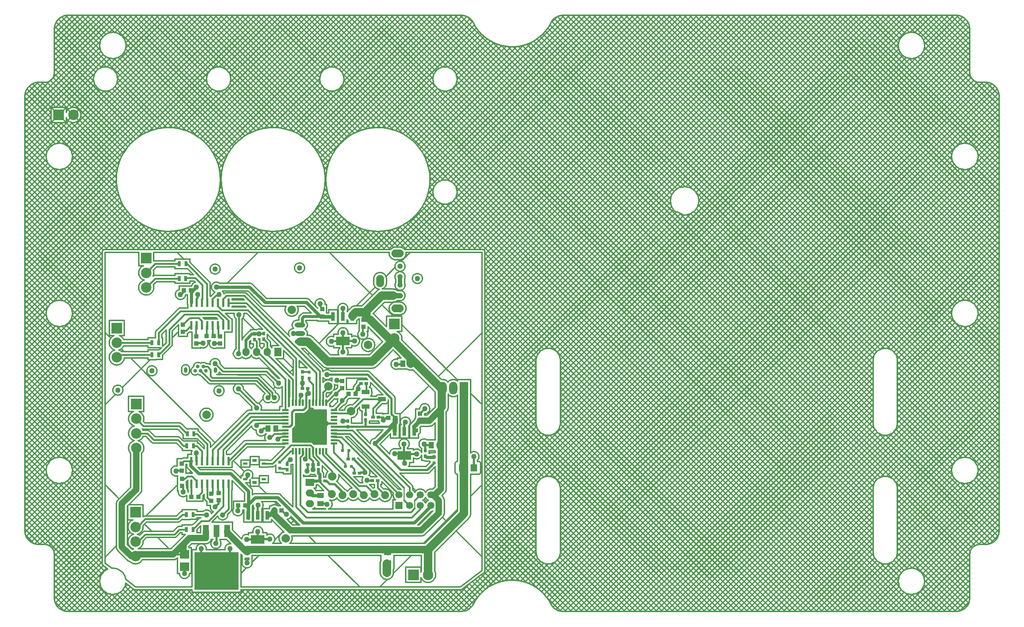
<source format=gtl>
G04 DipTrace 3.3.1.3*
G04 Topsidev0.2b.gtl*
%MOMM*%
G04 #@! TF.FileFunction,Copper,L1,Top*
G04 #@! TF.Part,Single*
%AMOUTLINE0*
4,1,4,
-0.45,-0.35,
-0.45,0.35,
0.45,0.35,
0.45,-0.35,
-0.45,-0.35,
0*%
%AMOUTLINE3*
4,1,4,
0.35,-0.45,
-0.35,-0.45,
-0.35,0.45,
0.35,0.45,
0.35,-0.45,
0*%
%AMOUTLINE6*
4,1,4,
0.9,-0.5,
-0.9,-0.5,
-0.9,0.5,
0.9,0.5,
0.9,-0.5,
0*%
G04 #@! TA.AperFunction,Conductor*
%ADD13C,0.381*%
%ADD14C,0.254*%
%ADD15C,0.508*%
%ADD16C,0.5*%
%ADD17C,1.6*%
G04 #@! TA.AperFunction,ComponentPad*
%ADD18C,2.0*%
G04 #@! TA.AperFunction,Conductor*
%ADD19C,0.8*%
%ADD20C,0.7*%
%ADD21C,0.762*%
%ADD22C,1.016*%
%ADD23C,2.032*%
%ADD24C,1.524*%
%ADD25C,1.0*%
%ADD26C,1.3*%
%ADD27C,0.635*%
%ADD28C,1.778*%
G04 #@! TA.AperFunction,CopperBalancing*
%ADD29C,0.29997*%
%ADD30C,0.33*%
%ADD31R,1.0X1.1*%
%ADD32R,1.1X1.0*%
%ADD33R,1.5X1.3*%
%ADD34R,0.9X0.7*%
%ADD35R,0.7X0.9*%
%ADD36R,1.3X1.5*%
%ADD39R,1.6X1.8*%
%ADD41R,2.2X2.0*%
%ADD43R,1.2X0.8*%
%ADD44R,0.8X0.8*%
G04 #@! TA.AperFunction,ComponentPad*
%ADD45O,1.7X2.0*%
%ADD46R,1.7X2.0*%
%ADD48C,2.5*%
%ADD49R,2.5X2.5*%
%ADD51C,1.3*%
%ADD52O,2.9X1.9*%
%ADD53O,1.9X2.9*%
%ADD57C,0.9*%
%ADD58O,0.8X1.35*%
%ADD59O,2.0X1.7*%
%ADD60R,2.0X1.7*%
%ADD63C,1.8796*%
%ADD64R,0.8X1.2*%
%ADD66R,1.0X0.6*%
%ADD67R,1.0X0.8*%
G04 #@! TA.AperFunction,ComponentPad*
%ADD68R,1.7X1.7*%
%ADD69C,1.7*%
%ADD71R,0.6X2.0*%
%ADD73R,1.5X0.5*%
%ADD74R,0.5X1.5*%
%ADD76R,1.45X3.0*%
%ADD77R,10.6X9.0*%
G04 #@! TA.AperFunction,ComponentPad*
%ADD78R,2.0X3.0*%
%ADD79O,2.0X3.0*%
%ADD81R,0.95X2.15*%
%ADD82R,3.25X2.15*%
%ADD84O,2.5X1.2*%
G04 #@! TA.AperFunction,ComponentPad*
%ADD85C,1.2*%
%ADD86R,1.8X1.6*%
G04 #@! TA.AperFunction,ViaPad*
%ADD87C,1.27*%
%ADD88C,2.54*%
%ADD180OUTLINE0*%
%ADD183OUTLINE3*%
%ADD186OUTLINE6*%
%FSLAX35Y35*%
G04*
G71*
G90*
G75*
G01*
G04 Top*
%LPD*%
X-4171997Y6750547D2*
D13*
X-5012130D1*
Y6751997D1*
Y6401997D2*
X-4949327Y6464800D1*
X-4171997D1*
X-732997Y4163373D2*
X-740000Y4156370D1*
Y2828373D1*
X-487750Y2576123D1*
X2020500D1*
X2226873Y2782497D1*
Y2861873D1*
X-572997Y4163373D2*
X-570000Y4160377D1*
Y4081377D1*
X-630627Y4020750D1*
Y2877750D1*
X-456000Y2703123D1*
X2004623D1*
X2095500Y2794000D1*
D14*
Y2984500D1*
D13*
X2226873Y3115873D1*
X-4310063Y8422437D2*
X-4097200Y8635300D1*
X-3524250D1*
X-4310063Y8072437D2*
X-4096450Y8286050D1*
X-3525500D1*
X-2948250Y6180127D2*
X-2846377D1*
X-2778127Y6111877D1*
Y5953123D1*
X-2734867Y5909867D1*
X-2718993D1*
X-1648749D1*
X-1299350Y5560475D1*
Y5483823D1*
X-1254900Y5439373D1*
X-1169267Y4451437D2*
Y4483530D1*
X-1049747Y4509370D1*
X-993000D1*
X-992997Y4503373D1*
X-3013250Y6080127D2*
X-2779490Y5846367D1*
X-2718993D1*
X-1675051D1*
X-1362850Y5534172D1*
Y5483823D1*
X-1407300Y5439373D1*
X-1362850Y4488460D2*
X-1337660D1*
X-1253250Y4572870D1*
X-1049747D1*
X-993000D1*
X-992997Y4583373D1*
X-154623Y2909743D2*
D15*
X4373D1*
Y2893620D1*
X363873Y5836123D2*
X238123D1*
Y5857873D1*
X687000Y5528873D2*
X698500D1*
Y5588000D1*
X746123Y5635623D1*
Y5651500D1*
X496500Y4878000D2*
X385373D1*
Y4877997D1*
X-460377Y3841750D2*
Y3682997D1*
X-476250D1*
X-1407997Y4703373D2*
X-1503750D1*
X-1567250Y4639873D1*
X1080000Y3459373D2*
X960000D1*
Y3469373D1*
X639373Y3973123D2*
X909250Y3703247D1*
Y3655620D1*
X-492997Y4163373D2*
D16*
Y3973123D1*
X-519500D1*
X167003Y4823373D2*
X-18057D1*
Y4823370D1*
X-412997Y5323373D2*
Y5143500D1*
X-365125D1*
X-3466627Y3697623D2*
D15*
X-3599250D1*
Y3687370D1*
X-2583250Y2993497D2*
Y2909497D1*
X-2662627Y2830120D1*
X-3456377Y3326870D2*
X-3429000D1*
Y3190873D1*
X-3107123Y3925750D2*
X-3114127D1*
Y4114873D1*
X-2545250Y6736377D2*
X-2559013D1*
X-2564390Y6731000D1*
X-2682877D1*
X-3413127Y8001000D2*
Y7969247D1*
X-3476623Y7905750D1*
X-3492500D1*
X-3114127Y6736377D2*
X-3083623D1*
X-3073127Y6746873D1*
X-2952750D1*
X-3107123Y7704000D2*
Y7798997D1*
X-3079750Y7826370D1*
Y7905750D1*
X1841500Y4333877D2*
Y4055500D1*
X1849623D1*
X1873250Y4857750D2*
X1849623Y4834123D1*
Y4635500D1*
X2317750Y4333877D2*
Y4302127D1*
X2492873D1*
X1349373Y4905373D2*
D13*
X1396997Y4952997D1*
X1465123D1*
X-1640000Y2869373D2*
D15*
X-1650000Y2859373D1*
Y2629373D1*
Y2049373D2*
X-1640000Y2059373D1*
X-1360000D1*
X-2118250Y2861870D2*
Y2734870D1*
X-2122877D1*
X-1079750Y2750747D2*
X-980127Y2651123D1*
X-968377D1*
X2333623Y5175250D2*
Y5170623D1*
X2222500Y5059500D1*
X782250Y3639747D2*
X798123Y3655620D1*
X909250D1*
X377500Y6794123D2*
X385373Y6801997D1*
Y6989373D1*
X377500Y7374123D2*
X381000Y7377623D1*
Y7572373D1*
X857250Y6953250D2*
D13*
Y7132497D1*
X873123D1*
X-158750Y7683500D2*
Y7620000D1*
X-111127Y7572377D1*
Y7551873D1*
X-948127Y3849123D2*
D15*
Y3893740D1*
X-884623Y3957243D1*
X-868750D1*
X-1916500Y2052247D2*
Y2049373D1*
X-1650000D1*
X-1646627Y2242743D2*
X-1650000D1*
Y2049373D1*
X107500Y6784123D2*
D13*
X117500Y6794123D1*
X377500D1*
D15*
X657500D1*
X377500D2*
X385373Y6786250D1*
Y6528997D1*
X1618250Y4099370D2*
X1849623D1*
Y4055500D1*
X2143123Y4095750D2*
X1849623D1*
Y4055500D1*
X1853000Y3869130D2*
X1849623Y3872507D1*
Y4055500D1*
X-1905000Y1587497D2*
Y1492250D1*
X-3397250Y1398623D2*
Y1238247D1*
X-2630877Y2258620D2*
Y1972870D1*
X-2646750Y1956997D1*
X1651000Y6238873D2*
X1810000D1*
Y6255000D1*
X-1884750Y3592120D2*
Y3544497D1*
X-1937247Y3492000D1*
X-1943750D1*
X-2630877Y1298620D2*
X-2996000Y1663743D1*
Y1829997D1*
X-583000Y5782873D2*
Y5655873D1*
Y5925747D2*
Y5782873D1*
X-2313377Y1829997D2*
Y1671247D1*
X-2630877Y1353747D1*
Y1298620D1*
X1228250Y4974747D2*
D13*
X1349373D1*
Y4905373D1*
X2349500Y4175123D2*
D15*
Y4333877D1*
X2317750D1*
X1444623Y1476373D2*
D17*
X1428750D1*
D18*
Y1254127D1*
X812500Y5781367D2*
D15*
X746123Y5714990D1*
Y5651500D1*
X3508373Y4032250D2*
Y3762373D1*
X3502623D1*
X-4564373Y2351370D2*
D13*
X-4522503D1*
X-4333873Y2540000D1*
X-3556000D1*
X-3449577Y2646423D1*
X-3354997D1*
X-4564373Y2001370D2*
X-4507377D1*
X-4333873Y2174873D1*
X-3635377D1*
X-3523830Y2286420D1*
X-3354997D1*
X167003Y4343373D2*
X163123D1*
Y4131873D1*
X437373Y3857623D1*
Y3794123D1*
X167003Y4423373D2*
X171003Y4419373D1*
X280000D1*
X373873Y4325500D1*
Y4175127D1*
X-812997Y4163373D2*
X-860253D1*
X-1122750Y3900877D1*
X-332997Y5323373D2*
X-330000Y5326370D1*
Y5752123D1*
X-424250Y5846373D1*
Y5902747D1*
X-332997Y4163373D2*
Y4042370D1*
X-200000Y3909373D1*
Y3849373D1*
X-1503750Y3862000D2*
X-1297370D1*
X-852873Y4306497D1*
X-392493D1*
X-332997Y4247000D1*
Y4163373D1*
X167003Y4663373D2*
X171003Y4659373D1*
X611130D1*
X1972873Y3297630D1*
Y3115873D1*
X167003Y4583373D2*
X171003Y4579373D1*
X548250D1*
X1841500Y3286123D1*
D14*
Y2993247D1*
D13*
X1972873Y2861873D1*
X-2853123Y7704000D2*
Y7774370D1*
X-2857500Y7778747D1*
Y8159750D1*
X-3333750Y8636000D1*
X-3364250D1*
X-2853123Y3925750D2*
Y4329500D1*
X-3099997Y4576373D1*
X-3170627D1*
X-2980123Y3925750D2*
Y4163617D1*
X-3102757Y4286250D1*
X-3190877D1*
Y4290620D1*
X-3186497D1*
X-2980123Y7704000D2*
Y7783120D1*
X-2968627Y7794617D1*
Y8128000D1*
X-3143250Y8302623D1*
X-3365500D1*
Y8286750D1*
X-3114127Y6906377D2*
X-3124127D1*
Y7164000D1*
X-3107123D1*
X-2599123D2*
X-2592877Y7157753D1*
Y6906377D1*
X-2545250D1*
X-3434250Y7012247D2*
Y7039370D1*
X-3358753D1*
X-3234123Y7164000D1*
X-3434250Y7182247D2*
X-3282497Y7334000D1*
X-3244130D1*
X-3254127Y7343997D1*
X-3054123D1*
X-2980123Y7269997D1*
Y7164000D1*
X-2853123D2*
X-2874127Y7142997D1*
Y6911370D1*
X-2704127D2*
X-2726123Y6933367D1*
Y7164000D1*
X-1122750Y3750877D2*
Y3746497D1*
X-948127D1*
Y3719123D1*
X-424250Y6052747D2*
X-427250Y6055747D1*
X-583000D1*
X2555873Y4032250D2*
D19*
Y4016373D1*
X2378250D1*
D20*
X2349500Y4045123D1*
X-408377Y3163500D2*
D21*
X-344620Y3099743D1*
X-154623D1*
X-3456377Y3496870D2*
D13*
X-3392877D1*
X-3329377Y3560370D1*
X-3218240D1*
X-3107123Y3449253D1*
Y3385750D1*
X-2583250Y3163497D2*
X-2599123Y3179370D1*
Y3385750D1*
X-3234123D2*
Y3068703D1*
X-3234040Y3068620D1*
X-3063877D2*
Y3095620D1*
X-2980123Y3179373D1*
Y3385750D1*
X-2853123D2*
Y3052373D1*
X-2773750Y2973000D1*
X-2757877D1*
Y3143000D2*
X-2726123D1*
Y3385750D1*
X587373Y3794123D2*
X596127D1*
X652250Y3738000D1*
Y3639747D1*
X523873Y4175127D2*
X509373Y4160627D1*
Y3973123D1*
X925123Y5576500D2*
X942500Y5593877D1*
Y5781367D1*
X926627Y5038247D2*
X925123Y5039750D1*
Y5226500D1*
X120000Y3134773D2*
X-170250Y3425023D1*
Y3449247D1*
X-200000Y3719373D2*
D20*
Y3636270D1*
D21*
X-170250Y3606520D1*
Y3522347D1*
D20*
Y3449247D1*
X-408377Y3417500D2*
D21*
X-376630Y3449247D1*
X-253350D1*
D20*
X-170250D1*
X1390000Y3109373D2*
D13*
X1210000Y3289373D1*
Y3459373D1*
X1746250Y8128000D2*
D22*
Y8328000D1*
X-2472123Y3385750D2*
D13*
Y2845997D1*
X-2821373Y2496747D1*
X-2996000D1*
X-3159123Y2333623D1*
X-3194997D1*
Y2287120D1*
X-2345123Y3385750D2*
Y2782497D1*
X-2487997Y2639623D1*
X-2869000D2*
Y2671380D1*
X-2893257Y2647123D1*
X-3194997D1*
X-2472123Y7164000D2*
Y7290993D1*
X-2610630Y7429500D1*
X-3397250D1*
X-3762377Y7064373D1*
Y6715120D1*
X-4011997Y6465500D1*
X-2345123Y7164000D2*
Y7275117D1*
X-2578880Y7508873D1*
X-3492503D1*
X-4011997Y6989380D1*
Y6751247D1*
X-12997Y5323373D2*
X183000Y5519370D1*
X220000D1*
Y5538120D1*
X348003Y5666123D1*
X363873D1*
X167003Y5143373D2*
X368493Y5344863D1*
Y5370877D1*
X517000Y5519384D1*
Y5528873D1*
X-2667000Y6254750D2*
X-2476497Y6064247D1*
X-1435873D1*
X-1154500Y5782873D1*
X-614750Y5497123D2*
Y5465373D1*
X-646500Y5433623D1*
Y5323373D1*
X-652997D1*
X-1217997Y4703373D2*
X-1177997Y4663373D1*
X-992997D1*
X-12997Y4163373D2*
Y4102370D1*
X760000Y3329373D1*
X941400D1*
X1136000Y3134773D1*
X-92997Y4163373D2*
X-90000Y4160377D1*
Y4079373D1*
X830000Y3159373D1*
X880000D1*
X882000Y3157373D1*
Y3109373D1*
X-4548500Y4937497D2*
X-4373503Y4762500D1*
X-3524250D1*
X-3337423Y4575673D1*
X-3330627D1*
X-4548500Y4587497D2*
X-4285873D1*
X-4127500Y4429123D1*
X-3556000D1*
X-3416797Y4289920D1*
X-3346497D1*
X167003Y4503373D2*
X171007Y4499370D1*
X350003D1*
X1718873Y3130500D1*
Y3115873D1*
X-1424377Y6528997D2*
Y6481373D1*
X-814127Y5871123D1*
Y5323373D1*
X-812997D1*
X-1510000Y6839373D2*
X-1424377Y6753750D1*
Y6528997D1*
X-1678377D2*
Y6479373D1*
X-1596993D1*
X-992997Y5875377D1*
Y5143373D1*
X-1725997Y6830623D2*
X-1678377Y6783003D1*
Y6528997D1*
X167003Y5063373D2*
X173003Y5069373D1*
X529127D1*
X575873Y5116120D1*
X861253Y5401500D1*
X1315123D1*
X1098250Y5184627D1*
Y4974747D1*
X-252997Y4163373D2*
X-250000Y4160377D1*
Y4059373D1*
X131377Y3677997D1*
Y3560370D1*
X30000Y5709373D2*
Y5689370D1*
X-92997Y5566373D1*
Y5323373D1*
X-2726123Y3925750D2*
Y4195377D1*
X-1858127Y5063373D1*
X-992997D1*
X-2599123Y3925750D2*
Y4195370D1*
X-1811120Y4983373D1*
X-992997D1*
Y4343373D2*
X-996997Y4339373D1*
X-1931500D1*
X-2345123Y3925750D1*
X-2472123D2*
Y4195370D1*
X-1764120Y4903373D1*
X-992997D1*
Y4823373D2*
X-999997Y4830373D1*
X-1630753D1*
X-1678377Y4782750D1*
Y5195497D2*
Y5218500D1*
X-2111377Y5651500D1*
Y6492873D2*
X-2095500D1*
Y7422377D1*
X-2575310Y7902187D2*
X-2599123Y7878373D1*
X-2646750D1*
X-2726123Y7799000D1*
Y7704000D1*
X-2599123D2*
Y7624367D1*
X-2503877Y7529120D1*
X-1884747D1*
X-732997Y6377370D1*
Y5323373D1*
X-2345123Y7704000D2*
X-2340497Y7699373D1*
X-1920873D1*
X-252997Y6031497D1*
Y5323373D1*
X-172997D2*
X-170250Y5326120D1*
Y6075750D1*
X-1968500Y7874000D1*
X-2397123D1*
X-2472123Y7799000D1*
Y7704000D1*
X2762250Y5667377D2*
D23*
X2714623D1*
X1607117Y6774883D1*
Y6851283D1*
X2682873Y4302127D2*
D21*
X2714623Y4333877D1*
D24*
Y5667377D1*
X2762250D1*
X-1249750Y2750747D2*
D22*
X-1371123Y2629373D1*
D15*
X-1420000D1*
X2682873Y4302127D2*
D24*
X2714623D1*
Y3254370D1*
X2576127Y3115873D1*
X2480873D1*
X2535627D1*
X2667000Y2984500D1*
Y2682873D1*
X2254250Y2270123D1*
X-873120D1*
X-1249750Y2646753D1*
Y2750747D1*
X2000000Y6255000D2*
D23*
Y6382000D1*
X1607117Y6774883D1*
X2079623Y4635500D2*
D15*
X2147497D1*
Y4687493D1*
X2762250Y5667377D2*
D24*
Y5207003D1*
X2444747Y4889500D1*
X2222500D1*
D22*
X2079623Y4746623D1*
D15*
Y4635500D1*
X2000000Y6255000D2*
D22*
D3*
X607500Y7374123D2*
Y7397750D1*
D23*
X686877Y7477127D1*
X936623D1*
Y7365997D1*
D25*
X873123Y7302497D1*
X1031877D1*
D23*
X1412873Y6921500D1*
X1483090Y6851283D1*
X1607117D1*
X-646500Y6773500D2*
X-455253D1*
X15873Y6302373D1*
X1079497D1*
X1563687Y6786563D1*
D15*
X1428750Y6921500D1*
X1412873D1*
X1746250Y7878000D2*
D26*
X1579650D1*
D23*
X1305750D1*
X936623Y7508873D1*
Y7477127D1*
X-111127Y7381873D2*
D13*
Y7374123D1*
X147500D1*
X-3234123Y7704000D2*
D21*
Y7957750D1*
X-3111500Y8080373D1*
X-2635250D2*
X-1841500D1*
X-1476377Y7715250D1*
X-492127D1*
X-142877Y7366000D1*
X147500D1*
Y7374123D1*
D27*
X-547500D1*
X-583000Y7338623D1*
Y7173500D1*
X-646500D1*
X-3243127Y8001000D2*
D13*
Y7704000D1*
X-3234123D1*
X-3466627Y3867623D2*
X-3408500Y3925750D1*
X-3234123D1*
X-1948250Y2861870D2*
D15*
X-1900627Y2814247D1*
X-1880000D1*
Y2629373D1*
X-3234123Y3925750D2*
D21*
X-3250000D1*
Y3814370D1*
X-3059500Y3623870D1*
X-2290367D1*
X-1868877Y3202380D1*
Y2814247D1*
X-1880000D1*
Y2629373D1*
Y2569373D1*
X-1868877Y2558250D1*
Y2893620D1*
X-1710123Y3052373D1*
X-1170377D1*
X-567127Y2449123D1*
X2084000D1*
X2480873Y2845997D1*
Y2861873D1*
X-453000Y5655873D2*
D15*
Y5584747D1*
X-492997Y5544750D1*
D16*
Y5323373D1*
X374000Y3109373D2*
D15*
X410000D1*
Y3149370D1*
X189497Y3369873D1*
X67873D1*
X-11500Y3449247D1*
X-40250D1*
X-330377Y3841750D2*
Y3919753D1*
D16*
X-412997Y4002373D1*
Y4163373D1*
X496500Y4748000D2*
D15*
X491873Y4743373D1*
X267400D1*
D16*
X167003D1*
X1635123Y4952997D2*
D15*
X1544250Y5043870D1*
Y5417747D1*
X972750Y5989247D1*
X4377D1*
X-440120Y5544750D2*
X-492997D1*
X496500Y4748000D2*
X926627D1*
X1493630D1*
X1635123Y4889493D1*
Y4952997D1*
X1619623Y4937497D1*
D22*
Y4635500D1*
X926627Y4908247D2*
D15*
Y4748000D1*
X1635123Y4952997D2*
D21*
X1651000D1*
Y4842797D1*
X1154387Y4346183D1*
X2555873Y3882250D2*
D15*
Y3873493D1*
X2397127Y3714747D1*
X1762127D1*
X1130690Y4346183D1*
X1154387D1*
X-329000Y3720050D2*
D21*
Y3840373D1*
X-330377Y3841750D1*
X-992997Y4743373D2*
D16*
X-876377D1*
D15*
X-825500Y4794250D1*
Y5095875D1*
X-777875Y5143500D1*
X-555625D1*
X-492997Y5206128D1*
D16*
Y5323373D1*
X-1932377Y6528997D2*
D27*
Y6814747D1*
X-1786500Y6960623D1*
X-1725997D1*
D13*
Y6969373D1*
X-1510000D1*
X-646500Y6973500D2*
D27*
X-793750D1*
X-1614877Y6960623D2*
X-1725997D1*
X-2376877Y2258620D2*
D24*
Y2218123D1*
X-1926250Y1767497D1*
X-1905000D1*
X2413000Y1206500D2*
D28*
Y1814123D1*
X1444623D1*
X-1905000D1*
Y1767497D1*
X3270250Y5667377D2*
D23*
Y5667373D1*
Y2667000D1*
X2413000Y1809750D1*
Y1206500D1*
X3222623Y3762373D2*
D22*
X3238500Y3730803D1*
Y4607697D1*
X3270250Y5667373D1*
X1444623Y1756373D2*
D17*
Y1814123D1*
X-4548500Y4237497D2*
D24*
Y3246127D1*
X-4889500Y2905127D1*
Y1873250D1*
X-4667620Y1651370D1*
X-4564373D1*
Y1698623D1*
X-3665133D1*
X-3397250Y1966507D1*
X-3279760Y2083997D1*
X-2884877D1*
Y2258620D1*
D13*
D3*
X-3397250Y1698623D2*
X-3665133D1*
X-3397250D2*
D22*
Y1966507D1*
D87*
X-1254900Y5439373D3*
X-1169267Y4451437D3*
X-1407300Y5439373D3*
X-1362850Y4488460D3*
X-2487997Y2639623D3*
X-2869000D3*
X-2667000Y6254750D3*
X-1154500Y5782873D3*
X-614750Y5497123D3*
X-1678377Y4782750D3*
Y5195497D3*
X-2111377Y5651500D3*
Y6492873D3*
X-2095500Y7422377D3*
X-2575310Y7902187D3*
X-3111500Y8080373D3*
X-2635250D3*
X4377Y5989247D3*
X-440120Y5544750D3*
X1154387Y4346183D3*
X-329000Y3720050D3*
X-793750Y6973500D3*
X-1614877Y6960623D3*
X-666750Y4524377D3*
X-190500D3*
X-666750Y4984747D3*
X4373Y2893620D3*
X238123Y5857873D3*
X746123Y5651500D3*
X-583000Y5782873D3*
X385373Y4877997D3*
X-476250Y3682997D3*
X-1567250Y4639873D3*
X960000Y3469373D3*
X909250Y3655620D3*
X385373Y6989373D3*
X-519500Y3973123D3*
X-18057Y4823370D3*
X-365125Y5143500D3*
X-3599250Y3687370D3*
X-2662627Y2830120D3*
X-3429000Y3190873D3*
X-3114127Y4114873D3*
X-4984750Y5619750D3*
X-2682877Y6731000D3*
X-3492500Y7905750D3*
X-2952750Y6746873D3*
X-3079750Y7905750D3*
X1841500Y4333877D3*
X1873250Y4857750D3*
X2317750Y4333877D3*
X3508373Y4032250D3*
X1349373Y4905373D3*
X-1360000Y2059373D3*
X-1640000Y2869373D3*
X-4175127Y6080123D3*
X-2122877Y2734870D3*
X-968377Y2651123D3*
X2333623Y5175250D3*
X-2571750Y5603873D3*
X381000Y7572373D3*
X-158750Y7683500D3*
X857250Y6953250D3*
X-868750Y3957243D3*
X-1646627Y2242743D3*
X107500Y6784123D3*
X385373Y6528997D3*
X-1916500Y2052247D3*
X657500Y6794123D3*
X1853000Y3869130D3*
X1618250Y4099370D3*
X2143123Y4095750D3*
X-2667000Y8509000D3*
X-650877Y8540750D3*
X2159000Y8286750D3*
X-2313377Y1829997D3*
X-2646750Y1956997D3*
X-2996000Y1829997D3*
D88*
X-2615000Y1210870D3*
D87*
X-1905000Y1492250D3*
X-3397250Y1238247D3*
X1651000Y6238873D3*
X-1884750Y3592120D3*
X385373Y6798877D3*
X-466026Y5114715D2*
D29*
X-17975D1*
X-495671Y5085052D2*
X-17975D1*
X-740918Y5055388D2*
X-17975D1*
X-740918Y5025725D2*
X-17975D1*
X-740918Y4996062D2*
X-17975D1*
X-740918Y4966398D2*
X-17975D1*
X-740918Y4936735D2*
X-17975D1*
X-740918Y4907072D2*
X-17975D1*
X-740918Y4877408D2*
X-17975D1*
X-740918Y4847745D2*
X-17975D1*
X-740918Y4818082D2*
X-17975D1*
X-741093Y4788418D2*
X-17975D1*
X-749003Y4758755D2*
X-17975D1*
X-772262Y4729092D2*
X-17975D1*
X-801907Y4699428D2*
X-17975D1*
X-807473Y4669765D2*
X-17975D1*
X-807473Y4640102D2*
X-17975D1*
X-807473Y4610438D2*
X-17975D1*
X-807473Y4580775D2*
X-17975D1*
X-807473Y4551112D2*
X-17975D1*
X-807473Y4521448D2*
X-17975D1*
X-807473Y4491785D2*
X-17975D1*
X-807473Y4462122D2*
X-17975D1*
X-807473Y4432458D2*
X-17975D1*
X-807473Y4402795D2*
X-17975D1*
X-354535Y4373132D2*
X-17975D1*
X-320027Y4343468D2*
X-17975D1*
X-810515Y4381752D2*
X-386589Y4381520D1*
X-374925Y4379672D1*
X-363695Y4376023D1*
X-353173Y4370662D1*
X-343619Y4363721D1*
X-312559Y4332989D1*
X-14946Y4332995D1*
X-14999Y5144370D1*
X-439346Y5144378D1*
X-502627Y5081447D1*
X-512986Y5073920D1*
X-524396Y5068107D1*
X-536575Y5064150D1*
X-549222Y5062146D1*
X-600620Y5061895D1*
X-743866D1*
X-744147Y4787847D1*
X-746150Y4775200D1*
X-750107Y4763021D1*
X-755920Y4751612D1*
X-763447Y4741252D1*
X-799613Y4704730D1*
X-810515Y4693828D1*
X-810501Y4381748D1*
X-6381046Y14499499D2*
X-6429505Y14451040D1*
X-6185321Y14567945D2*
X-6497951Y14255315D1*
X-6057379Y14568608D2*
X-6498614Y14127373D1*
X-5930100Y14568608D2*
X-6498614Y14000094D1*
X-5802821Y14568608D2*
X-6498614Y13872815D1*
X-5675541Y14568608D2*
X-6498614Y13745536D1*
X-5548262Y14568608D2*
X-6498614Y13618256D1*
X-5420983Y14568608D2*
X-6498614Y13490977D1*
X-5293704Y14568608D2*
X-6498614Y13363698D1*
X-6895508Y12966804D2*
X-7196785Y12665527D1*
X-5166425Y14568608D2*
X-6498614Y13236419D1*
X-6766406Y12968627D2*
X-7198608Y12536425D1*
X-5039145Y14568608D2*
X-6559436Y13048317D1*
X-6578304Y13029449D2*
X-7198608Y12409145D1*
X-4911866Y14568608D2*
X-7198608Y12281866D1*
X-4784587Y14568608D2*
X-5200382Y14152813D1*
X-5407808Y13945387D2*
X-7198608Y12154587D1*
X-4657308Y14568608D2*
X-5062455Y14163461D1*
X-5418456Y13807460D2*
X-7198608Y12027308D1*
X-4530028Y14568608D2*
X-4963764Y14134873D1*
X-5389867Y13708769D2*
X-7198608Y11900028D1*
X-4402749Y14568608D2*
X-4887777Y14083580D1*
X-5338575Y13632783D2*
X-7198608Y11772749D1*
X-4275470Y14568608D2*
X-4833957Y14010121D1*
X-5265116Y13578962D2*
X-6468741Y12375337D1*
X-6581701Y12262376D2*
X-7198608Y11645470D1*
X-4148191Y14568608D2*
X-4799279Y13917520D1*
X-5172515Y13544284D2*
X-5406258Y13310541D1*
X-5550085Y13166714D2*
X-6341462Y12375337D1*
X-6581701Y12135097D2*
X-7198608Y11518191D1*
X-4020912Y14568608D2*
X-4799320Y13790199D1*
X-5045236Y13544284D2*
X-5249479Y13340040D1*
X-5570428Y13019091D2*
X-6215053Y12374467D1*
X-6580831Y12008688D2*
X-7198608Y11390912D1*
X-3893632Y14568608D2*
X-5152114Y13310126D1*
X-5543746Y12918494D2*
X-6093077Y12369163D1*
X-6453552Y12008688D2*
X-7198608Y11263632D1*
X-3766353Y14568608D2*
X-5076625Y13258336D1*
X-5488144Y12846817D2*
X-5974457Y12360504D1*
X-6326273Y12008688D2*
X-7198608Y11136353D1*
X-3639074Y14568608D2*
X-5020816Y13186866D1*
X-5413359Y12794322D2*
X-5902821Y12304861D1*
X-6161249Y12046433D2*
X-7198608Y11009074D1*
X-3511795Y14568608D2*
X-4993595Y13086808D1*
X-5316947Y12763456D2*
X-5866195Y12214208D1*
X-6070596Y12009807D2*
X-7198608Y10881795D1*
X-3384515Y14568608D2*
X-5012032Y12941091D1*
X-5162861Y12790262D2*
X-6444089Y11509034D1*
X-6689052Y11264071D2*
X-7198608Y10754515D1*
X-3257236Y14568608D2*
X-6316520Y11509324D1*
X-6689300Y11136544D2*
X-7198608Y10627236D1*
X-3129957Y14568608D2*
X-6223754Y11474811D1*
X-6654829Y11043736D2*
X-7198608Y10499957D1*
X-3002678Y14568608D2*
X-6150212Y11421074D1*
X-6601050Y10970235D2*
X-7198608Y10372678D1*
X-2875399Y14568608D2*
X-6098919Y11345088D1*
X-6525105Y10918901D2*
X-7198608Y10245399D1*
X-2748119Y14568608D2*
X-6070124Y11246604D1*
X-6426580Y10890147D2*
X-7198608Y10118119D1*
X-2620840Y14568608D2*
X-6080523Y11108925D1*
X-6288901Y10900547D2*
X-7198608Y9990840D1*
X-2493561Y14568608D2*
X-7198608Y9863561D1*
X-2366282Y14568608D2*
X-7198608Y9736282D1*
X-2239002Y14568608D2*
X-7198608Y9609002D1*
X-2111723Y14568608D2*
X-7198608Y9481723D1*
X-1984444Y14568608D2*
X-7198608Y9354444D1*
X-1857165Y14568608D2*
X-7198608Y9227165D1*
X-1729886Y14568608D2*
X-7198608Y9099886D1*
X-1602606Y14568608D2*
X-4529390Y11641824D1*
X-4771826Y11399389D2*
X-7198608Y8972606D1*
X-1475327Y14568608D2*
X-4238330Y11805605D1*
X-4935607Y11108328D2*
X-7198608Y8845327D1*
X-1348048Y14568608D2*
X-2576616Y13340040D1*
X-2874736Y13041920D2*
X-4052549Y11864107D1*
X-4994109Y10922547D2*
X-7198608Y8718048D1*
X-1220769Y14568608D2*
X-2470425Y13318951D1*
X-2851699Y12937677D2*
X-3900535Y11888842D1*
X-5018844Y10770533D2*
X-7198608Y8590769D1*
X-1093489Y14568608D2*
X-2388928Y13273169D1*
X-2800199Y12861898D2*
X-3767538Y11894559D1*
X-5024561Y10637536D2*
X-7198608Y8463489D1*
X-966210Y14568608D2*
X-2332208Y13202610D1*
X-2731671Y12803147D2*
X-3646929Y11887889D1*
X-5017891Y10516928D2*
X-7198608Y8336210D1*
X-838931Y14568608D2*
X-2298648Y13108891D1*
X-2642923Y12764616D2*
X-3537010Y11870529D1*
X-5000531Y10407008D2*
X-7198608Y8208931D1*
X-711652Y14568608D2*
X-2303744Y12976516D1*
X-2512910Y12767350D2*
X-3435295Y11844965D1*
X-4974967Y10305293D2*
X-7198608Y8081652D1*
X-584373Y14568608D2*
X-3340042Y11812938D1*
X-4942940Y10210040D2*
X-7198608Y7954373D1*
X-457093Y14568608D2*
X-3250300Y11775401D1*
X-4905403Y10120299D2*
X-7198608Y7827093D1*
X-329814Y14568608D2*
X-3165986Y11732436D1*
X-4862438Y10035984D2*
X-7198608Y7699814D1*
X-202535Y14568608D2*
X-3088218Y11682925D1*
X-4812926Y9958217D2*
X-7198608Y7572535D1*
X-75256Y14568608D2*
X-3014511Y11629353D1*
X-4759355Y9884509D2*
X-7198608Y7445256D1*
X52024Y14568608D2*
X-2944615Y11571970D1*
X-4701971Y9814613D2*
X-7198608Y7317976D1*
X179303Y14568608D2*
X-2880975Y11508330D1*
X-4638332Y9750973D2*
X-7198608Y7190697D1*
X306582Y14568608D2*
X-2821520Y11440506D1*
X-4570508Y9691518D2*
X-5281962Y8980064D1*
X-5360575Y8901451D2*
X-6540667Y7721359D1*
X-6651349Y7610677D2*
X-7198608Y7063418D1*
X433861Y14568608D2*
X-2765877Y11368870D1*
X-4498872Y9635875D2*
X-5154683Y8980064D1*
X-5360575Y8774172D2*
X-6365741Y7769006D1*
X-6698996Y7435751D2*
X-7198608Y6936139D1*
X561140Y14568608D2*
X-2715744Y11291723D1*
X-4421725Y9585742D2*
X-5027403Y8980064D1*
X-5360575Y8646893D2*
X-6260669Y7746798D1*
X-6676829Y7330638D2*
X-7198608Y6808860D1*
X688420Y14568608D2*
X-2671205Y11208983D1*
X-4338985Y9541203D2*
X-4900124Y8980064D1*
X-5360575Y8519613D2*
X-6182777Y7697411D1*
X-6627442Y7252746D2*
X-7198608Y6681580D1*
X815699Y14568608D2*
X-2631347Y11121562D1*
X-4251564Y9501345D2*
X-4772845Y8980064D1*
X-5360575Y8392334D2*
X-6122494Y7630415D1*
X-6560405Y7192504D2*
X-7198608Y6554301D1*
X942978Y14568608D2*
X-1893070Y11732560D1*
X-2362594Y11263036D2*
X-2596752Y11028878D1*
X-4158880Y9466750D2*
X-4645566Y8980064D1*
X-5360575Y8265055D2*
X-6079902Y7545728D1*
X-6475718Y7149912D2*
X-7198608Y6427022D1*
X1070257Y14568608D2*
X-1664448Y11833903D1*
X-2463896Y11034455D2*
X-2569862Y10928489D1*
X-4058490Y9439860D2*
X-4518287Y8980064D1*
X-5360575Y8137776D2*
X-6065897Y7432453D1*
X-6362443Y7135908D2*
X-7198608Y6299743D1*
X1197537Y14568608D2*
X-1496482Y11874589D1*
X-2504623Y10866448D2*
X-2550886Y10820185D1*
X-3950187Y9420884D2*
X-4391007Y8980064D1*
X-5360575Y8010496D2*
X-7198608Y6172463D1*
X1324816Y14568608D2*
X96248Y13340040D1*
X-172455Y13071337D2*
X-1352423Y11891369D1*
X-2521362Y10722430D2*
X-2540860Y10702933D1*
X-3832934Y9410858D2*
X-4263728Y8980064D1*
X-5360575Y7883217D2*
X-7198608Y6045184D1*
X1452095Y14568608D2*
X211222Y13327735D1*
X-156877Y12959636D2*
X-1224232Y11892281D1*
X-2522273Y10594240D2*
X-2542476Y10574037D1*
X-3704039Y9412474D2*
X-4136449Y8980064D1*
X-5360575Y7755938D2*
X-7198608Y5917905D1*
X1579374Y14568608D2*
X296406Y13285640D1*
X-112254Y12876979D2*
X-1107560Y11881674D1*
X-2511708Y10477526D2*
X-2560167Y10429067D1*
X-3559069Y9430165D2*
X-4009170Y8980064D1*
X-5360575Y7628659D2*
X-7198608Y5790626D1*
X1706653Y14568608D2*
X355778Y13217733D1*
X-49941Y12812014D2*
X-999712Y11862242D1*
X-2492235Y10369720D2*
X-2603671Y10258284D1*
X-3388286Y9473669D2*
X-3881890Y8980064D1*
X-5360575Y7501380D2*
X-7198608Y5663347D1*
X1833933Y14568608D2*
X396299Y13130974D1*
X35989Y12770665D2*
X-899364Y11835312D1*
X-2465304Y10269371D2*
X-2710441Y10024234D1*
X-3154236Y9580439D2*
X-3754611Y8980064D1*
X-5360575Y7374100D2*
X-7198608Y5536067D1*
X1961212Y14568608D2*
X404295Y13011691D1*
X156059Y12763456D2*
X-807095Y11800301D1*
X-2430294Y10177102D2*
X-3627332Y8980064D1*
X-5360575Y7246821D2*
X-7198608Y5408788D1*
X2088491Y14568608D2*
X-720087Y11760030D1*
X-2390022Y10090095D2*
X-3500053Y8980064D1*
X-5360575Y7119542D2*
X-7198608Y5281509D1*
X2215770Y14568608D2*
X-637720Y11715117D1*
X-2345110Y10007728D2*
X-3372774Y8980064D1*
X-5360575Y6992263D2*
X-7198608Y5154230D1*
X2343050Y14568608D2*
X-560574Y11664984D1*
X-2294977Y9930581D2*
X-3245494Y8980064D1*
X-5360575Y6864983D2*
X-7198608Y5026950D1*
X2470329Y14568608D2*
X-489311Y11608968D1*
X-2238961Y9859318D2*
X-3118215Y8980064D1*
X-5360575Y6737704D2*
X-7198608Y4899671D1*
X2597608Y14568608D2*
X-421818Y11549182D1*
X-2179175Y9791825D2*
X-2990936Y8980064D1*
X-5360575Y6610425D2*
X-7198608Y4772392D1*
X2724887Y14568608D2*
X-358220Y11485501D1*
X-2115494Y9728227D2*
X-2863657Y8980064D1*
X-5360575Y6483146D2*
X-7198608Y4645113D1*
X2852166Y14568608D2*
X-301127Y11415315D1*
X-2045308Y9671134D2*
X-2736377Y8980064D1*
X-5360575Y6355867D2*
X-7198608Y4517834D1*
X2979446Y14568608D2*
X-247928Y11341235D1*
X-1971227Y9617935D2*
X-2609098Y8980064D1*
X-5360575Y6228587D2*
X-7198608Y4390554D1*
X3106725Y14568608D2*
X-198789Y11263094D1*
X-1893086Y9568797D2*
X-2481819Y8980064D1*
X-5360575Y6101308D2*
X-7198608Y4263275D1*
X3231394Y14565998D2*
X-155824Y11178779D1*
X-1808772Y9525832D2*
X-2354540Y8980064D1*
X-5360575Y5974029D2*
X-7198608Y4135996D1*
X3333607Y14540931D2*
X-118701Y11088623D1*
X-1718616Y9488709D2*
X-2227261Y8980064D1*
X-5360575Y5846750D2*
X-7198608Y4008717D1*
X3412120Y14492166D2*
X699871Y11779917D1*
X90058Y11170104D2*
X-87130Y10992915D1*
X-1622908Y9457137D2*
X-2099981Y8980064D1*
X-5360575Y5719470D2*
X-7198608Y3881438D1*
X3471741Y14424507D2*
X898124Y11850890D1*
X19127Y10971893D2*
X-62064Y10890703D1*
X-1520695Y9432071D2*
X-1972702Y8980064D1*
X-5360575Y5592191D2*
X-7198608Y3754158D1*
X3518932Y14344419D2*
X1057679Y11883166D1*
X-13190Y10812297D2*
X-44952Y10780535D1*
X-1410527Y9414960D2*
X-1845423Y8980064D1*
X-5360575Y5464912D2*
X-7198608Y3626879D1*
X3567739Y14265947D2*
X1195689Y11893896D1*
X-23880Y10674328D2*
X-38600Y10659608D1*
X-1289587Y9408621D2*
X-1718144Y8980064D1*
X-5360575Y5337633D2*
X-7198608Y3499600D1*
X3622139Y14193068D2*
X2768863Y13339792D1*
X2535584Y13106513D2*
X1319115Y11890043D1*
X-20027Y10550902D2*
X-45077Y10525852D1*
X-1155886Y9415042D2*
X-1590864Y8980064D1*
X-5360575Y5210354D2*
X-7198608Y3372321D1*
X3682009Y14125658D2*
X2892206Y13335856D1*
X2538070Y12981719D2*
X1431810Y11875459D1*
X-5443Y10438207D2*
X-71842Y10371808D1*
X-1001800Y9441849D2*
X-1463585Y8980064D1*
X-5360575Y5083074D2*
X-6432281Y4011368D1*
X-6691372Y3752277D2*
X-7198608Y3245041D1*
X3748507Y14064877D2*
X2978841Y13295211D1*
X2575732Y12892102D2*
X1536219Y11852589D1*
X17428Y10333798D2*
X-132042Y10184328D1*
X-814320Y9502050D2*
X-1336306Y8980064D1*
X-5360575Y4955795D2*
X-6308648Y4007722D1*
X-6687726Y3628644D2*
X-7198608Y3117762D1*
X3820475Y14009565D2*
X3043723Y13232814D1*
X2633612Y12822703D2*
X1633874Y11822965D1*
X47052Y10236143D2*
X-320185Y9868906D1*
X-498940Y9690151D2*
X-1209027Y8980064D1*
X-5360575Y4828516D2*
X-6218077Y3971014D1*
X-6651017Y3538074D2*
X-7198608Y2990483D1*
X3897994Y13959806D2*
X3091287Y13153099D1*
X2717637Y12779448D2*
X1725729Y11787540D1*
X82476Y10144288D2*
X-1081748Y8980064D1*
X-5360575Y4701237D2*
X-6146110Y3915702D1*
X-6595706Y3466106D2*
X-7198608Y2863204D1*
X3981521Y13916053D2*
X3111216Y13045749D1*
X2828923Y12763456D2*
X1810126Y11744658D1*
X125358Y10059891D2*
X-954468Y8980064D1*
X-5360575Y4573957D2*
X-6095107Y3839425D1*
X-6519429Y3415103D2*
X-7198608Y2735925D1*
X4071718Y13878972D2*
X1889882Y11697136D1*
X172839Y9980093D2*
X-827189Y8980064D1*
X-5360575Y4446678D2*
X-6068549Y3738704D1*
X-6418666Y3388587D2*
X-7198608Y2608645D1*
X4169457Y13849431D2*
X1965537Y11645511D1*
X224464Y9904438D2*
X-699910Y8980064D1*
X-5360575Y4319399D2*
X-6082926Y3597048D1*
X-6277010Y3402964D2*
X-7198608Y2481366D1*
X4276310Y13829005D2*
X2035889Y11588584D1*
X281433Y9834128D2*
X-572631Y8980064D1*
X-5360575Y4192120D2*
X-7198608Y2354087D1*
X4394557Y13819972D2*
X2100979Y11526394D1*
X343622Y9769038D2*
X-445352Y8980064D1*
X-5360575Y4064841D2*
X-7195418Y2229998D1*
X4527885Y13826022D2*
X2162298Y11460434D1*
X409541Y9707677D2*
X-318072Y8980064D1*
X-5360575Y3937561D2*
X-7170683Y2127454D1*
X4682924Y13853781D2*
X2219267Y11390124D1*
X479892Y9650749D2*
X-190793Y8980064D1*
X-5360575Y3810282D2*
X-7122083Y2048774D1*
X5496069Y14539647D2*
X5333713Y14377291D1*
X4890913Y13934491D2*
X2270021Y11313599D1*
X556417Y9599995D2*
X-63514Y8980064D1*
X-5360575Y3683003D2*
X-7053927Y1989651D1*
X5652309Y14568608D2*
X2316591Y11232890D1*
X637085Y9553384D2*
X63765Y8980064D1*
X-5360575Y3555724D2*
X-6967127Y1949172D1*
X5779588Y14568608D2*
X2358645Y11147664D1*
X722352Y9511372D2*
X191045Y8980064D1*
X-5360575Y3428444D2*
X-6854142Y1934877D1*
X5906868Y14568608D2*
X2393945Y11055685D1*
X814332Y9476072D2*
X318324Y8980064D1*
X-5360575Y3301165D2*
X-6726863Y1934877D1*
X6034147Y14568608D2*
X2422533Y10956994D1*
X913023Y9447484D2*
X445603Y8980064D1*
X-5360575Y3173886D2*
X-6625189Y1909272D1*
X6161426Y14568608D2*
X2444160Y10851342D1*
X1018633Y9425815D2*
X572882Y8980064D1*
X-5360575Y3046607D2*
X-6554381Y1852801D1*
X6288705Y14568608D2*
X2457336Y10737238D1*
X1132778Y9412681D2*
X700161Y8980064D1*
X-5360575Y2919328D2*
X-6508806Y1771097D1*
X6415985Y14568608D2*
X2459490Y10612114D1*
X1257862Y9410485D2*
X827441Y8980064D1*
X-5360575Y2792048D2*
X-6498614Y1654010D1*
X6543264Y14568608D2*
X2446646Y10471990D1*
X1398026Y9423370D2*
X954720Y8980064D1*
X-5360575Y2664769D2*
X-6498614Y1526730D1*
X6670543Y14568608D2*
X2729876Y10627941D1*
X2543581Y10441646D2*
X2411470Y10309535D1*
X1560481Y9458546D2*
X1081999Y8980064D1*
X-5360575Y2537490D2*
X-6498614Y1399451D1*
X6797822Y14568608D2*
X2869170Y10639956D1*
X2533057Y10303843D2*
X2329642Y10100428D1*
X1769589Y9540374D2*
X1209278Y8980064D1*
X-5360575Y2410211D2*
X-6498614Y1272172D1*
X6925101Y14568608D2*
X2960528Y10604034D1*
X2563675Y10207182D2*
X1336558Y8980064D1*
X-5360575Y2282931D2*
X-6498614Y1144893D1*
X7052381Y14568608D2*
X3031667Y10547894D1*
X2620147Y10136374D2*
X1463837Y8980064D1*
X-5360575Y2155652D2*
X-6498614Y1017614D1*
X7179660Y14568608D2*
X3085321Y10474269D1*
X2699282Y10088230D2*
X1649369Y9038318D1*
X-5360575Y2028373D2*
X-6498614Y890334D1*
X7306939Y14568608D2*
X3109849Y10371518D1*
X2801785Y10063454D2*
X1772713Y9034381D1*
X-5360575Y1901094D2*
X-6498614Y763055D1*
X7434218Y14568608D2*
X3056236Y10190625D1*
X2973272Y10107662D2*
X1852221Y8986610D1*
X-5360575Y1773815D2*
X-6496335Y638055D1*
X7561498Y14568608D2*
X1972954Y8980064D1*
X-5360575Y1646535D2*
X-6473009Y534102D1*
X7688777Y14568608D2*
X2100233Y8980064D1*
X-5360575Y1519256D2*
X-6426563Y453268D1*
X7816056Y14568608D2*
X2227512Y8980064D1*
X-5329791Y1422761D2*
X-6359443Y393109D1*
X7943335Y14568608D2*
X2354791Y8980064D1*
X-5258362Y1366911D2*
X-6273762Y351511D1*
X8070614Y14568608D2*
X2482071Y8980064D1*
X-5421522Y1076472D2*
X-6163138Y334855D1*
X8197894Y14568608D2*
X2609350Y8980064D1*
X-5409299Y961415D2*
X-6035859Y334855D1*
X8325173Y14568608D2*
X2736629Y8980064D1*
X-5367743Y875692D2*
X-5908580Y334855D1*
X8452452Y14568608D2*
X2863908Y8980064D1*
X-5308329Y807827D2*
X-5781301Y334855D1*
X8579731Y14568608D2*
X2991187Y8980064D1*
X-5230934Y757942D2*
X-5654022Y334855D1*
X8707011Y14568608D2*
X3118467Y8980064D1*
X-5126443Y735155D2*
X-5526742Y334855D1*
X8834290Y14568608D2*
X3245746Y8980064D1*
X-4758568Y975751D2*
X-4828405Y905913D1*
X-4960922Y773397D2*
X-5399463Y334855D1*
X8961569Y14568608D2*
X3373025Y8980064D1*
X-4687180Y919859D2*
X-5272184Y334855D1*
X9088848Y14568608D2*
X3500304Y8980064D1*
X-4615793Y863967D2*
X-5144905Y334855D1*
X9216127Y14568608D2*
X3627584Y8980064D1*
X-4505915Y846566D2*
X-5017625Y334855D1*
X9343407Y14568608D2*
X3746452Y8971653D1*
X-4378636Y846566D2*
X-4890346Y334855D1*
X9470686Y14568608D2*
X3773051Y8870974D1*
X-4251357Y846566D2*
X-4763067Y334855D1*
X9597965Y14568608D2*
X3773051Y8743694D1*
X-4124077Y846566D2*
X-4635788Y334855D1*
X9725244Y14568608D2*
X3773051Y8616415D1*
X-3996798Y846566D2*
X-4508509Y334855D1*
X9852524Y14568608D2*
X3773051Y8489136D1*
X-3869519Y846566D2*
X-4381229Y334855D1*
X9979803Y14568608D2*
X3773051Y8361857D1*
X-3742240Y846566D2*
X-4253950Y334855D1*
X10107082Y14568608D2*
X3773051Y8234577D1*
X-3614960Y846566D2*
X-4126671Y334855D1*
X10234361Y14568608D2*
X3773051Y8107298D1*
X-3487681Y846566D2*
X-3999392Y334855D1*
X10361640Y14568608D2*
X3773051Y7980019D1*
X-3360402Y846566D2*
X-3872112Y334855D1*
X10488920Y14568608D2*
X3773051Y7852740D1*
X-3233123Y846566D2*
X-3744833Y334855D1*
X10616199Y14568608D2*
X3773051Y7725461D1*
X-3162108Y790301D2*
X-3617554Y334855D1*
X10743478Y14568608D2*
X3773051Y7598181D1*
X-3034829Y790301D2*
X-3490275Y334855D1*
X10870757Y14568608D2*
X3773051Y7470902D1*
X-2907550Y790301D2*
X-3362996Y334855D1*
X10998037Y14568608D2*
X3773051Y7343623D1*
X-2780271Y790301D2*
X-3235716Y334855D1*
X11125316Y14568608D2*
X3773051Y7216344D1*
X-2652991Y790301D2*
X-3108437Y334855D1*
X11252595Y14568608D2*
X3773051Y7089064D1*
X-2525712Y790301D2*
X-2981158Y334855D1*
X11379874Y14568608D2*
X3773051Y6961785D1*
X-2398433Y790301D2*
X-2853879Y334855D1*
X11507153Y14568608D2*
X3773051Y6834506D1*
X-2271154Y790301D2*
X-2726600Y334855D1*
X11634433Y14568608D2*
X3773051Y6707227D1*
X-2143874Y790301D2*
X-2599320Y334855D1*
X11761712Y14568608D2*
X3773051Y6579948D1*
X-1960331Y846566D2*
X-2472041Y334855D1*
X11888991Y14568608D2*
X3773051Y6452668D1*
X-1833051Y846566D2*
X-2344762Y334855D1*
X12016270Y14568608D2*
X3773051Y6325389D1*
X-1705772Y846566D2*
X-2217483Y334855D1*
X12143549Y14568608D2*
X3773051Y6198110D1*
X-1578493Y846566D2*
X-2090203Y334855D1*
X12270829Y14568608D2*
X3773051Y6070831D1*
X-1451214Y846566D2*
X-1962924Y334855D1*
X12398108Y14568608D2*
X3773051Y5943551D1*
X-1323934Y846566D2*
X-1835645Y334855D1*
X12525387Y14568608D2*
X8418784Y10462005D1*
X8212519Y10255740D2*
X3773051Y5816272D1*
X-1196655Y846566D2*
X-1708366Y334855D1*
X12652666Y14568608D2*
X8563672Y10479614D1*
X8194869Y10110811D2*
X3773051Y5688993D1*
X-1069376Y846566D2*
X-1581087Y334855D1*
X12779946Y14568608D2*
X8667915Y10456578D1*
X8217947Y10006609D2*
X3773051Y5561714D1*
X-942097Y846566D2*
X-1453807Y334855D1*
X12907225Y14568608D2*
X8745103Y10406486D1*
X8262776Y9924159D2*
X3773051Y5434435D1*
X-814818Y846566D2*
X-1326528Y334855D1*
X13034504Y14568608D2*
X8806713Y10340817D1*
X8339218Y9873322D2*
X3773051Y5307155D1*
X-687538Y846566D2*
X-1199249Y334855D1*
X13161783Y14568608D2*
X8853821Y10260646D1*
X8429996Y9836821D2*
X5207801Y6614626D1*
X5000542Y6407367D2*
X3773051Y5179876D1*
X-560259Y846566D2*
X-1071970Y334855D1*
X13289062Y14568608D2*
X8874827Y10154372D1*
X8520152Y9799698D2*
X5338478Y6618024D1*
X4984922Y6264467D2*
X3773051Y5052597D1*
X-432980Y846566D2*
X-944690Y334855D1*
X13416342Y14568608D2*
X8833022Y9985288D1*
X8689195Y9841461D2*
X5427433Y6579699D1*
X4984922Y6137188D2*
X3773051Y4925318D1*
X-305701Y846566D2*
X-817411Y334855D1*
X13543621Y14568608D2*
X5496210Y6521197D1*
X4984922Y6009909D2*
X3773051Y4798038D1*
X-178421Y846566D2*
X-690132Y334855D1*
X13670900Y14568608D2*
X5547959Y6445666D1*
X4984922Y5882630D2*
X3773051Y4670759D1*
X-51142Y846566D2*
X-562853Y334855D1*
X13798179Y14568608D2*
X5571160Y6341589D1*
X4984922Y5755351D2*
X3773051Y4543480D1*
X76137Y846566D2*
X-435574Y334855D1*
X13925459Y14568608D2*
X5571575Y6214724D1*
X4984922Y5628071D2*
X3773051Y4416201D1*
X203416Y846566D2*
X-308294Y334855D1*
X14052738Y14568608D2*
X5571575Y6087445D1*
X4984922Y5500792D2*
X3773051Y4288922D1*
X330695Y846566D2*
X-181015Y334855D1*
X14180017Y14568608D2*
X5571575Y5960166D1*
X4984922Y5373513D2*
X3773051Y4161642D1*
X457975Y846566D2*
X-53736Y334855D1*
X14307296Y14568608D2*
X13901900Y14163212D1*
X13631788Y13893100D2*
X5571575Y5832886D1*
X4984922Y5246234D2*
X3773051Y4034363D1*
X585254Y846566D2*
X73543Y334855D1*
X14434575Y14568608D2*
X14022468Y14156500D1*
X13638500Y13772533D2*
X5571575Y5705607D1*
X4984922Y5118954D2*
X3773051Y3907084D1*
X712533Y846566D2*
X200823Y334855D1*
X14561855Y14568608D2*
X14111339Y14118093D1*
X13676908Y13683661D2*
X5571575Y5578328D1*
X4984922Y4991675D2*
X3773051Y3779805D1*
X839812Y846566D2*
X328102Y334855D1*
X14689134Y14568608D2*
X14181857Y14061331D1*
X13733670Y13613144D2*
X5571575Y5451049D1*
X4984922Y4864396D2*
X3773051Y3652525D1*
X967092Y846566D2*
X455381Y334855D1*
X14816413Y14568608D2*
X14232652Y13984847D1*
X13810153Y13562348D2*
X5571575Y5323770D1*
X5000045Y4752240D2*
X3773051Y3525246D1*
X1094371Y846566D2*
X582660Y334855D1*
X14943692Y14568608D2*
X14257636Y13882551D1*
X13912449Y13537365D2*
X5571575Y5196490D1*
X5040358Y4665274D2*
X3773051Y3397967D1*
X1221650Y846566D2*
X709939Y334855D1*
X15064964Y14562600D2*
X14238950Y13736586D1*
X14058414Y13556050D2*
X5571575Y5069211D1*
X5099606Y4597242D2*
X3773051Y3270688D1*
X1348929Y846566D2*
X837219Y334855D1*
X15161625Y14531982D2*
X5571575Y4941932D1*
X5184666Y4555023D2*
X3773051Y3143409D1*
X1476208Y846566D2*
X964498Y334855D1*
X15235125Y14478203D2*
X5569213Y4812291D1*
X5299350Y4542428D2*
X3773051Y3016129D1*
X1603488Y846566D2*
X1091777Y334855D1*
X15291100Y14406899D2*
X3773051Y2888850D1*
X1730767Y846566D2*
X1219056Y334855D1*
X15327187Y14315707D2*
X3773051Y2761571D1*
X1858046Y846566D2*
X1346336Y334855D1*
X15335142Y14196383D2*
X3773051Y2634292D1*
X1985325Y846566D2*
X1473615Y334855D1*
X15335142Y14069103D2*
X3773051Y2507013D1*
X2112605Y846566D2*
X1600894Y334855D1*
X15335142Y13941824D2*
X3773051Y2379733D1*
X2239884Y846566D2*
X1728173Y334855D1*
X15335117Y13814520D2*
X3773068Y2252470D1*
X2367138Y846540D2*
X1855469Y334871D1*
X15335117Y13687240D2*
X5199283Y3551406D1*
X5002132Y3354256D2*
X3773068Y2125191D1*
X2494417Y846540D2*
X1982748Y334871D1*
X15335117Y13559961D2*
X5333771Y3558615D1*
X4984938Y3209782D2*
X3773068Y1997912D1*
X2621696Y846540D2*
X2110027Y334871D1*
X15335117Y13432682D2*
X5423844Y3521409D1*
X4984938Y3082503D2*
X3773068Y1870633D1*
X2748975Y846540D2*
X2237306Y334871D1*
X15335117Y13305403D2*
X5493864Y3464150D1*
X4984938Y2955224D2*
X3773068Y1743353D1*
X2876255Y846540D2*
X2364586Y334871D1*
X15337023Y13180029D2*
X5546690Y3389697D1*
X4984938Y2827945D2*
X3773068Y1616074D1*
X3003534Y846540D2*
X2491865Y334871D1*
X15366605Y13082333D2*
X5570597Y3286324D1*
X4984938Y2700665D2*
X3773068Y1488795D1*
X3130813Y846540D2*
X2619144Y334871D1*
X15427800Y13016249D2*
X5571591Y3160039D1*
X4984938Y2573386D2*
X3773068Y1361516D1*
X3415824Y1004272D2*
X2746423Y334871D1*
X15513648Y12974817D2*
X5571591Y3032760D1*
X4984938Y2446107D2*
X2873702Y334871D1*
X15634754Y12968643D2*
X5571591Y2905481D1*
X4984938Y2318828D2*
X3000982Y334871D1*
X15756895Y12963506D2*
X5571591Y2778201D1*
X4984938Y2191549D2*
X3128261Y334871D1*
X15856125Y12935456D2*
X5571591Y2650922D1*
X4984938Y2064269D2*
X3786492Y865823D1*
X3601771Y681102D2*
X3260470Y339802D1*
X15930620Y12882672D2*
X5571591Y2523643D1*
X4984938Y1936990D2*
X4070798Y1022850D1*
X15987630Y12812403D2*
X5571591Y2396364D1*
X4984938Y1809711D2*
X4244481Y1069254D1*
X16025665Y12723158D2*
X5571591Y2269085D1*
X4995835Y1693328D2*
X4386055Y1083548D1*
X16035111Y12605326D2*
X5571591Y2141805D1*
X5030348Y1600562D2*
X4509646Y1079861D1*
X16035111Y12478046D2*
X5571591Y2014526D1*
X5087275Y1530210D2*
X4621016Y1063951D1*
X16035111Y12350767D2*
X15202675Y11518331D1*
X14901655Y11217311D2*
X5571591Y1887247D1*
X5169476Y1485132D2*
X4722690Y1038346D1*
X16035111Y12223488D2*
X15314708Y11503084D1*
X14916902Y11105279D2*
X5571591Y1759968D1*
X5276827Y1465204D2*
X4816409Y1004786D1*
X16035111Y12096209D2*
X15398690Y11459788D1*
X14960199Y11021296D2*
X4903209Y964307D1*
X16035111Y11968930D2*
X15465106Y11398924D1*
X15021062Y10954880D2*
X4983546Y917364D1*
X16035111Y11841650D2*
X15514120Y11320659D1*
X15099327Y10905866D2*
X5057171Y863710D1*
X16035111Y11714371D2*
X15535872Y11215132D1*
X15204855Y10884114D2*
X5125285Y804545D1*
X16035111Y11587092D2*
X15481844Y11033825D1*
X15386161Y10938142D2*
X5188096Y740077D1*
X16035111Y11459813D2*
X5245521Y670222D1*
X16035111Y11332533D2*
X5297394Y594816D1*
X16035111Y11205254D2*
X5343425Y513568D1*
X16035111Y11077975D2*
X5396209Y439073D1*
X16035111Y10950696D2*
X5465608Y381192D1*
X16035111Y10823417D2*
X5556510Y344815D1*
X16035111Y10696137D2*
X5673845Y334871D1*
X16035111Y10568858D2*
X5801124Y334871D1*
X16035111Y10441579D2*
X5928404Y334871D1*
X16035111Y10314300D2*
X6055683Y334871D1*
X16035111Y10187020D2*
X6182962Y334871D1*
X16035111Y10059741D2*
X6310241Y334871D1*
X16035111Y9932462D2*
X6437521Y334871D1*
X16035111Y9805183D2*
X6564800Y334871D1*
X16035111Y9677904D2*
X6692079Y334871D1*
X16035111Y9550624D2*
X6819358Y334871D1*
X16035111Y9423345D2*
X13208303Y6596537D1*
X13046908Y6435142D2*
X6946637Y334871D1*
X16035111Y9296066D2*
X13358121Y6619076D1*
X13024908Y6285863D2*
X7073917Y334871D1*
X16035111Y9168787D2*
X13452959Y6586634D1*
X13024949Y6158625D2*
X7201196Y334871D1*
X16035111Y9041507D2*
X13526708Y6533104D1*
X13024949Y6031346D2*
X7328475Y334871D1*
X16035111Y8914228D2*
X13581854Y6460971D1*
X13024949Y5904066D2*
X7455754Y334871D1*
X16035111Y8786949D2*
X13607790Y6359628D1*
X13024949Y5776787D2*
X7583034Y334871D1*
X16035111Y8659670D2*
X15129175Y7753733D1*
X14916281Y7540839D2*
X13611561Y6236119D1*
X13024949Y5649508D2*
X7710313Y334871D1*
X16035111Y8532391D2*
X15265569Y7762848D1*
X14907124Y7404403D2*
X13611561Y6108840D1*
X13024949Y5522229D2*
X7837592Y334871D1*
X16035111Y8405111D2*
X15363390Y7733390D1*
X14936624Y7306624D2*
X13611561Y5981561D1*
X13024949Y5394949D2*
X7964871Y334871D1*
X16035111Y8277832D2*
X15439169Y7681890D1*
X14988082Y7230803D2*
X13611561Y5854282D1*
X13024949Y5267670D2*
X8092150Y334871D1*
X16035111Y8150553D2*
X15492492Y7607934D1*
X15062038Y7177480D2*
X13611561Y5727002D1*
X13024949Y5140391D2*
X8219430Y334871D1*
X16035111Y8023274D2*
X15526301Y7514463D1*
X15155551Y7143713D2*
X13611561Y5599723D1*
X13024949Y5013112D2*
X8346709Y334871D1*
X16035111Y7895994D2*
X15524809Y7385693D1*
X15284321Y7145204D2*
X13611561Y5472444D1*
X13024949Y4885833D2*
X8473988Y334871D1*
X16035111Y7768715D2*
X13611561Y5345165D1*
X13036053Y4769657D2*
X8601267Y334871D1*
X16035111Y7641436D2*
X13611561Y5217886D1*
X13070856Y4677181D2*
X8728547Y334871D1*
X16035111Y7514157D2*
X13611561Y5090606D1*
X13127825Y4606871D2*
X8855826Y334871D1*
X16035111Y7386878D2*
X13611561Y4963327D1*
X13210234Y4562000D2*
X8983105Y334871D1*
X16035111Y7259598D2*
X13611561Y4836048D1*
X13317957Y4542444D2*
X9110384Y334871D1*
X16035111Y7132319D2*
X9237663Y334871D1*
X16035111Y7005040D2*
X9364943Y334871D1*
X16035111Y6877761D2*
X9492222Y334871D1*
X16035111Y6750481D2*
X9619501Y334871D1*
X16035111Y6623202D2*
X9746780Y334871D1*
X16035111Y6495923D2*
X9874060Y334871D1*
X16035111Y6368644D2*
X13198111Y3531643D1*
X13048814Y3382347D2*
X10001339Y334871D1*
X16035111Y6241365D2*
X13352818Y3559071D1*
X13024908Y3231161D2*
X10128618Y334871D1*
X16035111Y6114085D2*
X13449396Y3528370D1*
X13024949Y3103924D2*
X10255897Y334871D1*
X16035111Y5986806D2*
X13524388Y3476083D1*
X13024949Y2976644D2*
X10383176Y334871D1*
X16035111Y5859527D2*
X13580031Y3404447D1*
X13024949Y2849365D2*
X10510456Y334871D1*
X16035111Y5732248D2*
X13606838Y3303974D1*
X13024949Y2722086D2*
X10637735Y334871D1*
X16035111Y5604968D2*
X13611561Y3181418D1*
X13024949Y2594807D2*
X10765014Y334871D1*
X16035111Y5477689D2*
X13611561Y3054139D1*
X13024949Y2467527D2*
X10892293Y334871D1*
X16035111Y5350410D2*
X13611561Y2926860D1*
X13024949Y2340248D2*
X11019573Y334871D1*
X16035111Y5223131D2*
X13611561Y2799580D1*
X13024949Y2212969D2*
X11146852Y334871D1*
X16035111Y5095852D2*
X13611561Y2672301D1*
X13024949Y2085690D2*
X11274131Y334871D1*
X16035111Y4968572D2*
X13611561Y2545022D1*
X13024949Y1958411D2*
X11401410Y334871D1*
X16035111Y4841293D2*
X15213655Y4019837D1*
X14900163Y3706345D2*
X13611561Y2417743D1*
X13024949Y1831131D2*
X11528689Y334871D1*
X16035111Y4714014D2*
X15322621Y4001524D1*
X14918476Y3597379D2*
X13611561Y2290463D1*
X13031869Y1710771D2*
X11655969Y334871D1*
X16035111Y4586735D2*
X15404367Y3955990D1*
X14964010Y3515634D2*
X13611561Y2163184D1*
X13060995Y1612619D2*
X11783248Y334871D1*
X16035111Y4459455D2*
X15468918Y3893262D1*
X15026738Y3451083D2*
X13611561Y2035905D1*
X13117343Y1541687D2*
X11910527Y334871D1*
X16035111Y4332176D2*
X15516357Y3813422D1*
X15106578Y3403643D2*
X13611561Y1908626D1*
X13195028Y1492093D2*
X12037806Y334871D1*
X16035111Y4204897D2*
X15536535Y3706320D1*
X15213680Y3383465D2*
X13611561Y1781347D1*
X13295418Y1465204D2*
X12165086Y334871D1*
X16035111Y4077618D2*
X15462744Y3505251D1*
X15414749Y3457256D2*
X13577711Y1620217D1*
X13461022Y1503528D2*
X12292365Y334871D1*
X16035111Y3950339D2*
X12419644Y334871D1*
X16035111Y3823059D2*
X12546923Y334871D1*
X16035111Y3695780D2*
X12674202Y334871D1*
X16035111Y3568501D2*
X13795270Y1328660D1*
X13666317Y1199707D2*
X12801482Y334871D1*
X16035111Y3441222D2*
X13962366Y1368476D1*
X13626543Y1032653D2*
X12928761Y334871D1*
X16035111Y3313943D2*
X14066940Y1345772D1*
X13649247Y928079D2*
X13056040Y334871D1*
X16035111Y3186663D2*
X14144418Y1295970D1*
X13699049Y850601D2*
X13183319Y334871D1*
X16035111Y3059384D2*
X14203956Y1228229D1*
X13766749Y791021D2*
X13310598Y334871D1*
X16035111Y2932105D2*
X14245678Y1142672D1*
X13852306Y749299D2*
X13437878Y334871D1*
X16035111Y2804826D2*
X14258191Y1027905D1*
X13967073Y736787D2*
X13565157Y334871D1*
X16035111Y2677546D2*
X13692436Y334871D1*
X16035111Y2550267D2*
X13819715Y334871D1*
X16035111Y2422988D2*
X15544241Y1932118D1*
X15337852Y1725728D2*
X13946995Y334871D1*
X16035111Y2295709D2*
X15674255Y1934852D1*
X15335117Y1595714D2*
X14074274Y334871D1*
X16016508Y2149827D2*
X15820178Y1953497D1*
X15335117Y1468435D2*
X14201553Y334871D1*
X15335117Y1341156D2*
X14328832Y334871D1*
X15335117Y1213877D2*
X14456111Y334871D1*
X15335117Y1086598D2*
X14583391Y334871D1*
X15335117Y959318D2*
X14710670Y334871D1*
X15335117Y832039D2*
X14837949Y334871D1*
X15335117Y704760D2*
X14965228Y334871D1*
X15321362Y563725D2*
X15106263Y348627D1*
X15217549Y14499499D2*
X15265967Y14451082D1*
X15021825Y14567945D2*
X15334454Y14255315D1*
X14893882Y14568608D2*
X15335117Y14127373D1*
X14766603Y14568608D2*
X15335117Y14000094D1*
X14639324Y14568608D2*
X15335117Y13872815D1*
X14512045Y14568608D2*
X15335117Y13745536D1*
X14384766Y14568608D2*
X15335117Y13618256D1*
X14257486Y14568608D2*
X15335117Y13490977D1*
X14130207Y14568608D2*
X15335117Y13363698D1*
X15732011Y12966804D2*
X16033288Y12665527D1*
X14002928Y14568608D2*
X15335117Y13236419D1*
X15602909Y12968627D2*
X16035111Y12536425D1*
X13875649Y14568608D2*
X15395939Y13048317D1*
X15414849Y13029408D2*
X16035111Y12409145D1*
X13748369Y14568608D2*
X16035111Y12281866D1*
X13621090Y14568608D2*
X14036886Y14152813D1*
X14244311Y13945387D2*
X16035111Y12154587D1*
X13493811Y14568608D2*
X13898958Y14163461D1*
X14254959Y13807460D2*
X16035111Y12027308D1*
X13366532Y14568608D2*
X13800267Y14134873D1*
X14226371Y13708769D2*
X16035111Y11900028D1*
X13239253Y14568608D2*
X13724281Y14083580D1*
X14175078Y13632783D2*
X16035111Y11772749D1*
X13111973Y14568608D2*
X13670461Y14010121D1*
X14101619Y13578962D2*
X16035111Y11645470D1*
X12984694Y14568608D2*
X13635782Y13917520D1*
X14009018Y13544284D2*
X16035111Y11518191D1*
X12857415Y14568608D2*
X13635823Y13790199D1*
X13881739Y13544284D2*
X16035111Y11390912D1*
X12730136Y14568608D2*
X16035111Y11263632D1*
X12602856Y14568608D2*
X16035111Y11136353D1*
X12475577Y14568608D2*
X16035111Y11009074D1*
X12348298Y14568608D2*
X16035111Y10881795D1*
X12221019Y14568608D2*
X15280592Y11509034D1*
X15525555Y11264071D2*
X16035111Y10754515D1*
X12093740Y14568608D2*
X15153023Y11509324D1*
X15525804Y11136544D2*
X16035111Y10627236D1*
X11966460Y14568608D2*
X15060257Y11474811D1*
X15491332Y11043736D2*
X16035111Y10499957D1*
X11839181Y14568608D2*
X14986715Y11421074D1*
X15437554Y10970235D2*
X16035111Y10372678D1*
X11711902Y14568608D2*
X14935422Y11345088D1*
X15361609Y10918901D2*
X16035111Y10245399D1*
X11584623Y14568608D2*
X14906627Y11246604D1*
X15263083Y10890147D2*
X16035111Y10118119D1*
X11457343Y14568608D2*
X14917026Y11108925D1*
X15125405Y10900547D2*
X16035111Y9990840D1*
X11330064Y14568608D2*
X16035111Y9863561D1*
X11202785Y14568608D2*
X16035111Y9736282D1*
X11075506Y14568608D2*
X16035111Y9609002D1*
X10948227Y14568608D2*
X16035111Y9481723D1*
X10820947Y14568608D2*
X16035111Y9354444D1*
X10693668Y14568608D2*
X16035111Y9227165D1*
X10566389Y14568608D2*
X16035111Y9099886D1*
X10439110Y14568608D2*
X16035111Y8972606D1*
X10311830Y14568608D2*
X16035111Y8845327D1*
X10184551Y14568608D2*
X16035111Y8718048D1*
X10057272Y14568608D2*
X16035111Y8590769D1*
X9929993Y14568608D2*
X16035111Y8463489D1*
X9802714Y14568608D2*
X16035111Y8336210D1*
X9675434Y14568608D2*
X16035111Y8208931D1*
X9548155Y14568608D2*
X16035111Y8081652D1*
X9420876Y14568608D2*
X16035111Y7954373D1*
X9293597Y14568608D2*
X16035111Y7827093D1*
X9166317Y14568608D2*
X16035111Y7699814D1*
X9039038Y14568608D2*
X16035111Y7572535D1*
X8911759Y14568608D2*
X16035111Y7445256D1*
X8784480Y14568608D2*
X16035111Y7317976D1*
X8657201Y14568608D2*
X16035111Y7190697D1*
X8529921Y14568608D2*
X15377171Y7721359D1*
X15487852Y7610677D2*
X16035111Y7063418D1*
X8402642Y14568608D2*
X15202244Y7769006D1*
X15535499Y7435751D2*
X16035111Y6936139D1*
X8275363Y14568608D2*
X15097173Y7746798D1*
X15513333Y7330638D2*
X16035111Y6808860D1*
X8148084Y14568608D2*
X15019281Y7697411D1*
X15463904Y7252787D2*
X16035111Y6681580D1*
X8020804Y14568608D2*
X14958997Y7630415D1*
X15396909Y7192504D2*
X16035111Y6554301D1*
X7893525Y14568608D2*
X14916405Y7545728D1*
X15312222Y7149912D2*
X16035111Y6427022D1*
X7766246Y14568608D2*
X14902401Y7432453D1*
X15198946Y7135908D2*
X16035111Y6299743D1*
X7638967Y14568608D2*
X16035111Y6172463D1*
X7511688Y14568608D2*
X16035111Y6045184D1*
X7384408Y14568608D2*
X16035111Y5917905D1*
X7257129Y14568608D2*
X16035111Y5790626D1*
X7129850Y14568608D2*
X16035111Y5663347D1*
X7002571Y14568608D2*
X16035111Y5536067D1*
X6875291Y14568608D2*
X16035111Y5408788D1*
X6748012Y14568608D2*
X16035111Y5281509D1*
X6620733Y14568608D2*
X16035111Y5154230D1*
X6493454Y14568608D2*
X16035111Y5026950D1*
X6366175Y14568608D2*
X16035111Y4899671D1*
X6238895Y14568608D2*
X16035111Y4772392D1*
X6111616Y14568608D2*
X16035111Y4645113D1*
X5984337Y14568608D2*
X16035111Y4517834D1*
X5857058Y14568608D2*
X16035111Y4390554D1*
X5729779Y14568608D2*
X16035111Y4263275D1*
X5605109Y14565998D2*
X16035111Y4135996D1*
X5502897Y14540931D2*
X13464999Y6578829D1*
X13572988Y6470840D2*
X16035111Y4008717D1*
X5424383Y14492166D2*
X13297489Y6619059D1*
X13611561Y6304988D2*
X16035111Y3881438D1*
X5364762Y14424507D2*
X13196395Y6592874D1*
X13611561Y6177709D2*
X16035111Y3754158D1*
X5317571Y14344419D2*
X13118254Y6543736D1*
X13611561Y6050430D2*
X16035111Y3626879D1*
X5268764Y14265947D2*
X13061865Y6472846D1*
X13611561Y5923150D2*
X16035111Y3499600D1*
X5214364Y14193068D2*
X13032241Y6375190D1*
X13611561Y5795871D2*
X16035111Y3372321D1*
X5154495Y14125658D2*
X13024908Y6255245D1*
X13611561Y5668592D2*
X15268743Y4011410D1*
X15527875Y3752277D2*
X16035111Y3245041D1*
X5087996Y14064877D2*
X8757408Y10395465D1*
X8787463Y10365411D2*
X13024949Y6127924D1*
X13611561Y5541313D2*
X15145151Y4007722D1*
X15524229Y3628644D2*
X16035111Y3117762D1*
X5016029Y14009565D2*
X8542873Y10482721D1*
X8874719Y10150875D2*
X13024949Y6000645D1*
X13611561Y5414033D2*
X15054581Y3971014D1*
X15487521Y3538074D2*
X16035111Y2990483D1*
X4938509Y13959806D2*
X8432664Y10465651D1*
X8857649Y10040666D2*
X13024949Y5873366D1*
X13611561Y5286754D2*
X14982613Y3915702D1*
X15432209Y3466106D2*
X16035111Y2863204D1*
X4854982Y13916053D2*
X8347231Y10423805D1*
X8815802Y9955233D2*
X13024949Y5746086D1*
X13611561Y5159475D2*
X14931610Y3839425D1*
X15355932Y3415103D2*
X16035111Y2735925D1*
X4764785Y13878972D2*
X8277045Y10366712D1*
X8758709Y9885048D2*
X13024949Y5618807D1*
X13611561Y5032196D2*
X14905052Y3738704D1*
X15255170Y3388587D2*
X16035111Y2608645D1*
X4667047Y13849431D2*
X8226084Y10290394D1*
X8682391Y9834086D2*
X13024949Y5491528D1*
X13611561Y4904917D2*
X14919429Y3597048D1*
X15113514Y3402964D2*
X16035111Y2481366D1*
X4560194Y13829005D2*
X8198614Y10190584D1*
X8582581Y9806617D2*
X13024949Y5364249D1*
X13604020Y4785178D2*
X16035111Y2354087D1*
X4441946Y13819972D2*
X8206818Y10055101D1*
X8417019Y9844900D2*
X13024949Y5236969D1*
X13574065Y4687854D2*
X16031921Y2229998D1*
X4308618Y13826022D2*
X13024949Y5109690D1*
X13517634Y4617005D2*
X16007186Y2127454D1*
X4153579Y13853781D2*
X13024949Y4982411D1*
X13439162Y4568198D2*
X15958586Y2048774D1*
X3340434Y14539647D2*
X3502790Y14377291D1*
X3945591Y13934491D2*
X13024949Y4855132D1*
X13337654Y4542428D2*
X15890431Y1989651D1*
X3184194Y14568608D2*
X13068826Y4683976D1*
X13168859Y4583943D2*
X15803631Y1949172D1*
X3056915Y14568608D2*
X15690645Y1934877D1*
X2929636Y14568608D2*
X15563366Y1934877D1*
X2802356Y14568608D2*
X15461692Y1909272D1*
X2675077Y14568608D2*
X15390885Y1852801D1*
X2547798Y14568608D2*
X15345309Y1771097D1*
X2420519Y14568608D2*
X13475233Y3513894D1*
X13552230Y3436897D2*
X15335117Y1654010D1*
X2293240Y14568608D2*
X13302793Y3559055D1*
X13611561Y3250287D2*
X15335117Y1526730D1*
X2165960Y14568608D2*
X13200000Y3534568D1*
X13611561Y3123007D2*
X15335117Y1399451D1*
X2038681Y14568608D2*
X13120616Y3486673D1*
X13611561Y2995728D2*
X15335117Y1272172D1*
X1911402Y14568608D2*
X13064144Y3415866D1*
X13611561Y2868449D2*
X15335117Y1144893D1*
X1784123Y14568608D2*
X13033236Y3319495D1*
X13611561Y2741170D2*
X15335117Y1017614D1*
X1656843Y14568608D2*
X2890383Y13335068D1*
X3095612Y13129839D2*
X13024908Y3200543D1*
X13611561Y2613891D2*
X15335117Y890334D1*
X1529564Y14568608D2*
X2759002Y13339170D1*
X3101786Y12996386D2*
X13024949Y3073223D1*
X13611561Y2486611D2*
X15335117Y763055D1*
X1402285Y14568608D2*
X2669840Y13301053D1*
X3068764Y12902129D2*
X13024949Y2945944D1*
X13611561Y2359332D2*
X15332838Y638055D1*
X1275006Y14568608D2*
X2600773Y13242841D1*
X3012127Y12831487D2*
X13024949Y2818664D1*
X13611561Y2232053D2*
X15309512Y534102D1*
X1147727Y14568608D2*
X2548776Y13167559D1*
X2931044Y12785290D2*
X13024949Y2691385D1*
X13611561Y2104774D2*
X15263067Y453268D1*
X1020447Y14568608D2*
X2525450Y13063606D1*
X2825600Y12763456D2*
X13024949Y2564106D1*
X13611561Y1977494D2*
X15195947Y393109D1*
X893168Y14568608D2*
X2616186Y12845590D1*
X2642885Y12818892D2*
X13024949Y2436827D1*
X13611561Y1850215D2*
X15110265Y351511D1*
X765889Y14568608D2*
X13024949Y2309547D1*
X13608205Y1726292D2*
X13967984Y1366513D1*
X14258025Y1076472D2*
X14999642Y334855D1*
X638610Y14568608D2*
X13024949Y2182268D1*
X13582558Y1624659D2*
X13852927Y1354290D1*
X14245802Y961415D2*
X14872363Y334855D1*
X511330Y14568608D2*
X13024949Y2054989D1*
X13527661Y1552277D2*
X13767204Y1312734D1*
X14204246Y875692D2*
X14745083Y334855D1*
X384051Y14568608D2*
X13024949Y1927710D1*
X13454368Y1498292D2*
X13699339Y1253320D1*
X14144833Y807827D2*
X14617804Y334855D1*
X256772Y14568608D2*
X13024949Y1800431D1*
X13360151Y1465229D2*
X13649455Y1175925D1*
X14067438Y757942D2*
X14490525Y334855D1*
X129493Y14568608D2*
X13046287Y1651814D1*
X13212322Y1485779D2*
X13626625Y1071475D1*
X13962946Y735155D2*
X14363246Y334855D1*
X2214Y14568608D2*
X13664867Y905954D1*
X13797425Y773397D2*
X14235966Y334855D1*
X-125066Y14568608D2*
X14108687Y334855D1*
X-252345Y14568608D2*
X13981408Y334855D1*
X-379624Y14568608D2*
X13854129Y334855D1*
X-506903Y14568608D2*
X13726850Y334855D1*
X-634183Y14568608D2*
X13599570Y334855D1*
X-761462Y14568608D2*
X13472291Y334855D1*
X-888741Y14568608D2*
X13345012Y334855D1*
X-1016020Y14568608D2*
X241384Y13311204D1*
X386951Y13165636D2*
X1810084Y11742504D1*
X2308984Y11243604D2*
X2941386Y10611202D1*
X3086953Y10465635D2*
X13217733Y334855D1*
X-1143299Y14568608D2*
X85268Y13340040D1*
X406797Y13018511D2*
X1587635Y11837673D1*
X2404195Y11021114D2*
X2785270Y10640039D1*
X3106799Y10318510D2*
X13090453Y334855D1*
X-1270579Y14568608D2*
X-11848Y13309878D1*
X379991Y12918038D2*
X1421617Y11876412D1*
X2442892Y10855137D2*
X2688153Y10609876D1*
X3079993Y10218037D2*
X12963174Y334855D1*
X-1397858Y14568608D2*
X-87172Y13257922D1*
X324348Y12846402D2*
X1278842Y11891908D1*
X2458429Y10712321D2*
X2612830Y10557920D1*
X3024349Y10146401D2*
X12835895Y334855D1*
X-1525137Y14568608D2*
X-142939Y13186410D1*
X249356Y12794115D2*
X1151646Y11891825D1*
X2458305Y10585166D2*
X2557062Y10486409D1*
X2949357Y10094114D2*
X12708616Y334855D1*
X-1652416Y14568608D2*
X-170036Y13086228D1*
X152736Y12763456D2*
X1035802Y11880390D1*
X2446870Y10469322D2*
X2529966Y10386226D1*
X2852738Y10063454D2*
X12581337Y334855D1*
X-1779696Y14568608D2*
X-151184Y12940097D1*
X-2012Y12790925D2*
X928700Y11860212D1*
X2426692Y10362220D2*
X2548817Y10240095D1*
X2697989Y10090923D2*
X12454057Y334855D1*
X-1906975Y14568608D2*
X828683Y11832950D1*
X2399471Y10262162D2*
X3681569Y8980064D1*
X3773068Y8888566D2*
X12326778Y334855D1*
X-2034254Y14568608D2*
X736704Y11797650D1*
X2364171Y10170183D2*
X3554290Y8980064D1*
X3773068Y8761286D2*
X12199499Y334855D1*
X-2161533Y14568608D2*
X650277Y11756798D1*
X2323319Y10083756D2*
X3427011Y8980064D1*
X3773068Y8634007D2*
X12072220Y334855D1*
X-2288812Y14568608D2*
X568449Y11711347D1*
X2277827Y10001969D2*
X3299731Y8980064D1*
X3773068Y8506728D2*
X11944941Y334855D1*
X-2416092Y14568608D2*
X491302Y11661214D1*
X2227735Y9924781D2*
X3172452Y8980064D1*
X3773068Y8379449D2*
X11817661Y334855D1*
X-2543371Y14568608D2*
X420536Y11604701D1*
X2171222Y9854015D2*
X3045173Y8980064D1*
X3773068Y8252169D2*
X11690382Y334855D1*
X-2670650Y14568608D2*
X353541Y11544417D1*
X2110897Y9787061D2*
X2917894Y8980064D1*
X3773068Y8124890D2*
X5278898Y6619059D1*
X5571591Y6326367D2*
X11563103Y334855D1*
X-2797929Y14568608D2*
X290315Y11480363D1*
X2046885Y9723794D2*
X2790615Y8980064D1*
X3773068Y7997611D2*
X5170844Y6599835D1*
X5571591Y6199088D2*
X11435824Y334855D1*
X-2925209Y14568608D2*
X233346Y11410053D1*
X1976533Y9666866D2*
X2663335Y8980064D1*
X3773068Y7870332D2*
X5088311Y6555088D1*
X5571591Y6071808D2*
X11308544Y334855D1*
X-3052488Y14568608D2*
X180686Y11335434D1*
X1901955Y9614165D2*
X2536056Y8980064D1*
X3773068Y7743053D2*
X5031259Y6484861D1*
X5571591Y5944529D2*
X11181265Y334855D1*
X-3179767Y14568608D2*
X132045Y11256796D1*
X1823276Y9565565D2*
X2408777Y8980064D1*
X3773068Y7615773D2*
X4996208Y6392633D1*
X5571591Y5817250D2*
X11053986Y334855D1*
X-3307046Y14568608D2*
X89121Y11172440D1*
X1738962Y9522600D2*
X2281498Y8980064D1*
X3773068Y7488494D2*
X4984938Y6276624D1*
X5571591Y5689971D2*
X10926707Y334855D1*
X-3434325Y14568608D2*
X52537Y11081746D1*
X1648226Y9486057D2*
X2154218Y8980064D1*
X3773068Y7361215D2*
X4984938Y6149344D1*
X5571591Y5562692D2*
X10799428Y334855D1*
X-3561605Y14568608D2*
X-782029Y11789032D1*
X-144456Y11151459D2*
X21587Y10985416D1*
X1551896Y9455107D2*
X2026939Y8980064D1*
X3773068Y7233936D2*
X4984938Y6022065D1*
X5571591Y5435412D2*
X10672148Y334855D1*
X-3688884Y14568608D2*
X-2399370Y13279094D1*
X-2386049Y13265773D2*
X-974646Y11854370D1*
X-79118Y10958842D2*
X-2733Y10882458D1*
X1448979Y9430745D2*
X1899660Y8980064D1*
X3773068Y7106656D2*
X4984938Y5894786D1*
X5571591Y5308133D2*
X10544869Y334855D1*
X-3816163Y14568608D2*
X-2587595Y13340040D1*
X-2288812Y13041257D2*
X-1132544Y11884989D1*
X-48499Y10800944D2*
X-19016Y10771461D1*
X1337982Y9414462D2*
X1714127Y9038318D1*
X3773068Y6979377D2*
X4984938Y5767507D1*
X5571591Y5180854D2*
X10417590Y334855D1*
X-3943442Y14568608D2*
X-2693537Y13318703D1*
X-2311931Y12937097D2*
X-1269269Y11894435D1*
X-39053Y10664218D2*
X-25024Y10650189D1*
X1216669Y9408496D2*
X1592649Y9032517D1*
X3773068Y6852098D2*
X4984938Y5640228D1*
X5571591Y5053575D2*
X10290311Y334855D1*
X-4070721Y14568608D2*
X-2774910Y13272796D1*
X-2363597Y12861484D2*
X-1391660Y11889546D1*
X-43942Y10541828D2*
X-16903Y10514790D1*
X1081311Y9416575D2*
X1516165Y8981721D1*
X3773068Y6724819D2*
X4984938Y5512948D1*
X5571591Y4926295D2*
X10163031Y334855D1*
X-4198001Y14568608D2*
X-2831630Y13202237D1*
X-2432333Y12802940D2*
X-1503568Y11874175D1*
X-59354Y10429962D2*
X11851Y10358757D1*
X925237Y9445371D2*
X1390543Y8980064D1*
X3773068Y6597540D2*
X4984938Y5385669D1*
X5567986Y4802621D2*
X10035752Y334855D1*
X-4325280Y14568608D2*
X-2864983Y13108311D1*
X-2521205Y12764533D2*
X-1607231Y11850559D1*
X-82929Y10326257D2*
X74496Y10168832D1*
X735312Y9508016D2*
X1263264Y8980064D1*
X3773068Y6470260D2*
X4984938Y5258390D1*
X5542174Y4701154D2*
X9908473Y334855D1*
X-4452559Y14568608D2*
X-2859555Y12975604D1*
X-2651633Y12767682D2*
X-1704264Y11820313D1*
X-113175Y10229223D2*
X1135985Y8980064D1*
X3773068Y6342981D2*
X4984938Y5131111D1*
X5487152Y4628896D2*
X9781194Y334855D1*
X-4579838Y14568608D2*
X-1795622Y11784392D1*
X-149096Y10137866D2*
X1008705Y8980064D1*
X3773068Y6215702D2*
X4984938Y5003831D1*
X5413611Y4575159D2*
X9653915Y334855D1*
X-4707118Y14568608D2*
X-1879936Y11741427D1*
X-192061Y10053552D2*
X881426Y8980064D1*
X3773068Y6088423D2*
X4984938Y4876552D1*
X5319063Y4542428D2*
X9526635Y334855D1*
X-4834397Y14568608D2*
X-1959196Y11693407D1*
X-240081Y9974292D2*
X754147Y8980064D1*
X3773068Y5961144D2*
X5006607Y4727604D1*
X5170156Y4564055D2*
X9399356Y334855D1*
X-4961676Y14568608D2*
X-2034312Y11641244D1*
X-292244Y9899176D2*
X626868Y8980064D1*
X3773068Y5833864D2*
X9272077Y334855D1*
X-5088955Y14568608D2*
X-2104664Y11584316D1*
X-349172Y9828824D2*
X499589Y8980064D1*
X3773068Y5706585D2*
X9144798Y334855D1*
X-5216234Y14568608D2*
X-2169215Y11521588D1*
X-411900Y9764273D2*
X372309Y8980064D1*
X3773068Y5579306D2*
X9017518Y334855D1*
X-5343514Y14568608D2*
X-2230078Y11455173D1*
X-478315Y9703409D2*
X245030Y8980064D1*
X3773068Y5452027D2*
X8890239Y334855D1*
X-5470793Y14568608D2*
X-5065397Y14163212D1*
X-4795285Y13893100D2*
X-2287006Y11384821D1*
X-548667Y9646482D2*
X117751Y8980064D1*
X3773068Y5324747D2*
X8762960Y334855D1*
X-5598072Y14568608D2*
X-5185964Y14156500D1*
X-4801997Y13772533D2*
X-2337263Y11307799D1*
X-625689Y9596225D2*
X-9528Y8980064D1*
X3773068Y5197468D2*
X8635681Y334855D1*
X-5725351Y14568608D2*
X-5274836Y14118093D1*
X-4840404Y13683661D2*
X-2383335Y11226592D1*
X-706937Y9550194D2*
X-136807Y8980064D1*
X3773068Y5070189D2*
X5284202Y3559055D1*
X5571508Y3271748D2*
X8508402Y334855D1*
X-5852631Y14568608D2*
X-5345353Y14061331D1*
X-4897166Y13613144D2*
X-2424767Y11140745D1*
X-792743Y9508720D2*
X-264087Y8980064D1*
X3773068Y4942910D2*
X5174448Y3541529D1*
X5571591Y3144386D2*
X8381122Y334855D1*
X-5979910Y14568608D2*
X-5396149Y13984847D1*
X-4973650Y13562348D2*
X-3097541Y11686239D1*
X-2747216Y11335915D2*
X-2460109Y11048807D1*
X-884722Y9473420D2*
X-391366Y8980064D1*
X3773068Y4815631D2*
X5091087Y3497611D1*
X5571591Y3017107D2*
X8253843Y334855D1*
X-6107189Y14568608D2*
X-5421132Y13882551D1*
X-5075946Y13537365D2*
X-3356035Y11817454D1*
X-2616043Y11077462D2*
X-2488034Y10949453D1*
X-984035Y9445454D2*
X-518645Y8980064D1*
X3773068Y4688351D2*
X5033621Y3427798D1*
X5571591Y2889828D2*
X8126564Y334855D1*
X-6228461Y14562600D2*
X-5402447Y13736586D1*
X-5221911Y13556050D2*
X-3535478Y11869617D1*
X-2563880Y10898019D2*
X-2508957Y10843097D1*
X-1090391Y9424530D2*
X-645924Y8980064D1*
X3773068Y4561072D2*
X4997202Y3336938D1*
X5571591Y2762549D2*
X7999285Y334855D1*
X-6325122Y14531982D2*
X-3683058Y11889919D1*
X-2543578Y10750439D2*
X-2521304Y10728165D1*
X-1205323Y9412184D2*
X-773204Y8980064D1*
X3773068Y4433793D2*
X4984938Y3221922D1*
X5571591Y2635270D2*
X7872005Y334855D1*
X-6398622Y14478203D2*
X-5260459Y13340040D1*
X-4990803Y13070384D2*
X-3814025Y11893606D1*
X-2539891Y10619472D2*
X-2522464Y10602046D1*
X-1331442Y9411024D2*
X-900483Y8980064D1*
X3773068Y4306514D2*
X4984938Y3094643D1*
X5571591Y2507990D2*
X7744726Y334855D1*
X-6454597Y14406899D2*
X-5375226Y13327528D1*
X-5006754Y12959056D2*
X-3933018Y11885320D1*
X-2548177Y10500479D2*
X-2508336Y10460638D1*
X-1472850Y9425152D2*
X-1027762Y8980064D1*
X3773068Y4179234D2*
X4984938Y2967364D1*
X5571591Y2380711D2*
X7617447Y334855D1*
X-6490684Y14315707D2*
X-5460327Y13285350D1*
X-5051584Y12876606D2*
X-4042730Y11867753D1*
X-2565744Y10390767D2*
X-2471461Y10296484D1*
X-1637004Y9462026D2*
X-1155041Y8980064D1*
X3773068Y4051955D2*
X4984938Y2840085D1*
X5571591Y2253432D2*
X7490168Y334855D1*
X-6498639Y14196383D2*
X-5519575Y13217319D1*
X-5114022Y12811765D2*
X-4143203Y11840946D1*
X-2592551Y10290294D2*
X-2383211Y10080955D1*
X-1852533Y9550277D2*
X-1282320Y8980064D1*
X3773068Y3924676D2*
X4984938Y2712805D1*
X5571591Y2126153D2*
X7362889Y334855D1*
X-6498639Y14069103D2*
X-5559930Y13130394D1*
X-5199993Y12770458D2*
X-4237212Y11807676D1*
X-2625821Y10196285D2*
X-1409600Y8980064D1*
X3773068Y3797397D2*
X4984938Y2585526D1*
X5571591Y1998873D2*
X7235609Y334855D1*
X-6498639Y13941824D2*
X-5567595Y13010780D1*
X-5320270Y12763456D2*
X-4325794Y11768979D1*
X-2664518Y10107703D2*
X-1536879Y8980064D1*
X3773068Y3670118D2*
X4984938Y2458247D1*
X5571591Y1871594D2*
X7108330Y334855D1*
X-6498614Y13814520D2*
X-4409668Y11725574D1*
X-2707955Y10023861D2*
X-1664174Y8980080D1*
X3773051Y3542855D2*
X4984922Y2330984D1*
X5571326Y1744580D2*
X6981035Y334871D1*
X-6498614Y13687240D2*
X-4486815Y11675442D1*
X-2758046Y9946673D2*
X-1791454Y8980080D1*
X3773051Y3415575D2*
X4984922Y2203705D1*
X5548414Y1640212D2*
X6853755Y334871D1*
X-6498614Y13559961D2*
X-4559528Y11620876D1*
X-2812654Y9874001D2*
X-1918733Y8980080D1*
X3773051Y3288296D2*
X4984922Y2076426D1*
X5497121Y1564226D2*
X6726476Y334871D1*
X-6498614Y13432682D2*
X-4628388Y11562456D1*
X-2871032Y9805100D2*
X-2046012Y8980080D1*
X3773051Y3161017D2*
X4984922Y1949146D1*
X5428841Y1505227D2*
X6599197Y334871D1*
X-6498614Y13305403D2*
X-4692028Y11498817D1*
X-2934671Y9741460D2*
X-2173291Y8980080D1*
X3773051Y3033738D2*
X4984922Y1821867D1*
X5340260Y1466529D2*
X6471918Y334871D1*
X-6500520Y13180029D2*
X-4750488Y11429998D1*
X-3003490Y9683000D2*
X-2300570Y8980080D1*
X3773051Y2906458D2*
X4999962Y1679548D1*
X5210785Y1468725D2*
X6344639Y334871D1*
X-6530102Y13082333D2*
X-4805096Y11357326D1*
X-3076162Y9628392D2*
X-2427850Y8980080D1*
X3773051Y2779179D2*
X6217359Y334871D1*
X-6591297Y13016249D2*
X-4855228Y11280180D1*
X-3153308Y9578259D2*
X-2555129Y8980080D1*
X3773051Y2651900D2*
X6090080Y334871D1*
X-6677144Y12974817D2*
X-6075858Y12373530D1*
X-5866858Y12164530D2*
X-4898691Y11196363D1*
X-3237125Y9534797D2*
X-2682408Y8980080D1*
X3773051Y2524621D2*
X5962801Y334871D1*
X-6798250Y12968643D2*
X-6164522Y12334915D1*
X-5905431Y12075824D2*
X-4937430Y11107823D1*
X-3325665Y9496058D2*
X-2809687Y8980080D1*
X3773051Y2397342D2*
X5835522Y334871D1*
X-6920392Y12963506D2*
X-6332198Y12375312D1*
X-5978642Y12021755D2*
X-4970741Y11013855D1*
X-3419633Y9462747D2*
X-2936967Y8980080D1*
X3773051Y2270062D2*
X5708242Y334871D1*
X-7019622Y12935456D2*
X-6459477Y12375312D1*
X-6101446Y12017281D2*
X-4997630Y10913465D1*
X-3520064Y9435899D2*
X-3064246Y8980080D1*
X3773051Y2142783D2*
X5050012Y865823D1*
X5234732Y681102D2*
X5576033Y339802D1*
X-7094116Y12882672D2*
X-6581701Y12370257D1*
X-6220108Y12008663D2*
X-5015198Y10803753D1*
X-3629735Y9418290D2*
X-3191525Y8980080D1*
X3773051Y2015504D2*
X4765705Y1022850D1*
X-7151127Y12812403D2*
X-6581701Y12242978D1*
X-6347387Y12008663D2*
X-5023567Y10684843D1*
X-3748645Y9409921D2*
X-3318804Y8980080D1*
X3773051Y1888225D2*
X4592022Y1069254D1*
X-7189203Y12723200D2*
X-6581701Y12115698D1*
X-6474666Y12008663D2*
X-5019962Y10553959D1*
X-3879529Y9413526D2*
X-3446083Y8980080D1*
X3773051Y1760945D2*
X4450449Y1083548D1*
X-7198608Y12605326D2*
X-4999743Y10406461D1*
X-4027027Y9433745D2*
X-3573363Y8980080D1*
X3773051Y1633666D2*
X4326857Y1079861D1*
X-7198608Y12478046D2*
X-4947995Y10227433D1*
X-4206055Y9485493D2*
X-3700642Y8980080D1*
X3773051Y1506387D2*
X4215488Y1063951D1*
X-7198608Y12350767D2*
X-6366172Y11518331D1*
X-6065152Y11217311D2*
X-4817857Y9970016D1*
X-4463513Y9615673D2*
X-3827921Y8980080D1*
X3773051Y1379108D2*
X4113813Y1038346D1*
X-7198608Y12223488D2*
X-6478204Y11503084D1*
X-6080399Y11105279D2*
X-3955200Y8980080D1*
X3760580Y1264300D2*
X4020094Y1004786D1*
X-7198608Y12096209D2*
X-6562187Y11459788D1*
X-6123695Y11021296D2*
X-4082480Y8980080D1*
X3689317Y1208283D2*
X3933294Y964307D1*
X-7198608Y11968930D2*
X-6628603Y11398924D1*
X-6184559Y10954880D2*
X-4209759Y8980080D1*
X3616936Y1153386D2*
X3852957Y917364D1*
X-7198608Y11841650D2*
X-6677617Y11320659D1*
X-6262824Y10905866D2*
X-4337038Y8980080D1*
X3544512Y1098530D2*
X3779333Y863710D1*
X-7198608Y11714371D2*
X-6699368Y11215132D1*
X-6368351Y10884114D2*
X-4464317Y8980080D1*
X3472089Y1043674D2*
X3711218Y804545D1*
X-7198608Y11587092D2*
X-6645341Y11033825D1*
X-6549658Y10938142D2*
X-4591596Y8980080D1*
X3399666Y988818D2*
X3648407Y740077D1*
X-7198608Y11459813D2*
X-4718876Y8980080D1*
X3327243Y933962D2*
X3590982Y670222D1*
X-7198608Y11332533D2*
X-4846155Y8980080D1*
X3254820Y879106D2*
X3539068Y594857D1*
X-7198608Y11205254D2*
X-4973434Y8980080D1*
X3160106Y846540D2*
X3493079Y513568D1*
X-7198608Y11077975D2*
X-5100713Y8980080D1*
X3032827Y846540D2*
X3440294Y439073D1*
X-7198608Y10950696D2*
X-5227993Y8980080D1*
X2905547Y846540D2*
X3370896Y381192D1*
X-7198608Y10823417D2*
X-5341351Y8966159D1*
X2778268Y846540D2*
X3279994Y344815D1*
X-7198608Y10696137D2*
X-5360575Y8858104D1*
X2650989Y846540D2*
X3162658Y334871D1*
X-7198608Y10568858D2*
X-5360575Y8730825D1*
X2523710Y846540D2*
X3035379Y334871D1*
X-7198608Y10441579D2*
X-5360575Y8603546D1*
X2396431Y846540D2*
X2908100Y334871D1*
X-7198608Y10314300D2*
X-5360575Y8476267D1*
X2269151Y846540D2*
X2780820Y334871D1*
X-7198608Y10187020D2*
X-5360575Y8348987D1*
X2141872Y846540D2*
X2653541Y334871D1*
X-7198608Y10059741D2*
X-5360575Y8221708D1*
X2014593Y846540D2*
X2526262Y334871D1*
X-7198608Y9932462D2*
X-5360575Y8094429D1*
X1887314Y846540D2*
X2398983Y334871D1*
X-7198608Y9805183D2*
X-5360575Y7967150D1*
X1760034Y846540D2*
X2271704Y334871D1*
X-7198608Y9677904D2*
X-5360575Y7839871D1*
X1632755Y846540D2*
X2144424Y334871D1*
X-7198608Y9550624D2*
X-5360575Y7712591D1*
X1505476Y846540D2*
X2017145Y334871D1*
X-7198608Y9423345D2*
X-5360575Y7585312D1*
X1378197Y846540D2*
X1889866Y334871D1*
X-7198608Y9296066D2*
X-5360575Y7458033D1*
X1250918Y846540D2*
X1762587Y334871D1*
X-7198608Y9168787D2*
X-5360575Y7330754D1*
X1123638Y846540D2*
X1635307Y334871D1*
X-7198608Y9041507D2*
X-5360575Y7203475D1*
X996359Y846540D2*
X1508028Y334871D1*
X-7198608Y8914228D2*
X-5360575Y7076195D1*
X869080Y846540D2*
X1380749Y334871D1*
X-7198608Y8786949D2*
X-5360575Y6948916D1*
X741801Y846540D2*
X1253470Y334871D1*
X-7198608Y8659670D2*
X-6292672Y7753733D1*
X-6079777Y7540839D2*
X-5360575Y6821637D1*
X614521Y846540D2*
X1126191Y334871D1*
X-7198608Y8532391D2*
X-6429066Y7762848D1*
X-6070621Y7404403D2*
X-5360575Y6694358D1*
X487242Y846540D2*
X998911Y334871D1*
X-7198608Y8405111D2*
X-6526887Y7733390D1*
X-6100120Y7306624D2*
X-5360575Y6567078D1*
X359963Y846540D2*
X871632Y334871D1*
X-7198608Y8277832D2*
X-6602666Y7681890D1*
X-6151579Y7230803D2*
X-5360575Y6439799D1*
X232684Y846540D2*
X744353Y334871D1*
X-7198608Y8150553D2*
X-6655989Y7607934D1*
X-6225535Y7177480D2*
X-5360575Y6312520D1*
X105405Y846540D2*
X617074Y334871D1*
X-7198608Y8023274D2*
X-6689798Y7514463D1*
X-6319047Y7143713D2*
X-5360575Y6185241D1*
X-21875Y846540D2*
X489794Y334871D1*
X-7198608Y7895994D2*
X-6688306Y7385693D1*
X-6447818Y7145204D2*
X-5360575Y6057962D1*
X-149154Y846540D2*
X362515Y334871D1*
X-7198608Y7768715D2*
X-5360575Y5930682D1*
X-276433Y846540D2*
X235236Y334871D1*
X-7198608Y7641436D2*
X-5360575Y5803403D1*
X-403712Y846540D2*
X107957Y334871D1*
X-7198608Y7514157D2*
X-5360575Y5676124D1*
X-530992Y846540D2*
X-19322Y334871D1*
X-7198608Y7386878D2*
X-5360575Y5548845D1*
X-658271Y846540D2*
X-146602Y334871D1*
X-7198608Y7259598D2*
X-5360575Y5421565D1*
X-785550Y846540D2*
X-273881Y334871D1*
X-7198608Y7132319D2*
X-5360575Y5294286D1*
X-912829Y846540D2*
X-401160Y334871D1*
X-7198608Y7005040D2*
X-5360575Y5167007D1*
X-1040108Y846540D2*
X-528439Y334871D1*
X-7198608Y6877761D2*
X-5360575Y5039728D1*
X-1167388Y846540D2*
X-655719Y334871D1*
X-7198608Y6750481D2*
X-5360575Y4912449D1*
X-1294667Y846540D2*
X-782998Y334871D1*
X-7198608Y6623202D2*
X-5360575Y4785169D1*
X-1421946Y846540D2*
X-910277Y334871D1*
X-7198608Y6495923D2*
X-5360575Y4657890D1*
X-1549225Y846540D2*
X-1037556Y334871D1*
X-7198608Y6368644D2*
X-5360575Y4530611D1*
X-1676505Y846540D2*
X-1164835Y334871D1*
X-7198608Y6241365D2*
X-5360575Y4403332D1*
X-1803784Y846540D2*
X-1292115Y334871D1*
X-7198608Y6114085D2*
X-5360575Y4276052D1*
X-1931063Y846540D2*
X-1419394Y334871D1*
X-7198608Y5986806D2*
X-5360575Y4148773D1*
X-2042557Y830755D2*
X-1546673Y334871D1*
X-7198608Y5859527D2*
X-5360575Y4021494D1*
X-2129398Y790317D2*
X-1673952Y334871D1*
X-7198608Y5732248D2*
X-5360575Y3894215D1*
X-2256677Y790317D2*
X-1801232Y334871D1*
X-7198608Y5604968D2*
X-5360575Y3766936D1*
X-2383957Y790317D2*
X-1928511Y334871D1*
X-7198608Y5477689D2*
X-5360575Y3639656D1*
X-2511236Y790317D2*
X-2055790Y334871D1*
X-7198608Y5350410D2*
X-5360575Y3512377D1*
X-2638515Y790317D2*
X-2183069Y334871D1*
X-7198608Y5223131D2*
X-5360575Y3385098D1*
X-2765794Y790317D2*
X-2310348Y334871D1*
X-7198608Y5095852D2*
X-5360575Y3257819D1*
X-2893073Y790317D2*
X-2437628Y334871D1*
X-7198608Y4968572D2*
X-5360575Y3130539D1*
X-3020353Y790317D2*
X-2564907Y334871D1*
X-7198608Y4841293D2*
X-6377152Y4019837D1*
X-6063660Y3706345D2*
X-5360575Y3003260D1*
X-3147632Y790317D2*
X-2692186Y334871D1*
X-7198608Y4714014D2*
X-6486118Y4001524D1*
X-6081973Y3597379D2*
X-5360575Y2875981D1*
X-3331134Y846540D2*
X-2819465Y334871D1*
X-7198608Y4586735D2*
X-6567863Y3955990D1*
X-6127507Y3515634D2*
X-5360575Y2748702D1*
X-3458414Y846540D2*
X-2946745Y334871D1*
X-7198608Y4459455D2*
X-6632414Y3893262D1*
X-6190235Y3451083D2*
X-5360575Y2621423D1*
X-3585693Y846540D2*
X-3074024Y334871D1*
X-7198608Y4332176D2*
X-6679854Y3813422D1*
X-6270075Y3403643D2*
X-5360575Y2494143D1*
X-3712972Y846540D2*
X-3201303Y334871D1*
X-7198608Y4204897D2*
X-6700031Y3706320D1*
X-6377176Y3383465D2*
X-5360575Y2366864D1*
X-3840251Y846540D2*
X-3328582Y334871D1*
X-7198608Y4077618D2*
X-6626241Y3505251D1*
X-6578246Y3457256D2*
X-5360575Y2239585D1*
X-3967530Y846540D2*
X-3455861Y334871D1*
X-7198608Y3950339D2*
X-5360575Y2112306D1*
X-4094810Y846540D2*
X-3583141Y334871D1*
X-7198608Y3823059D2*
X-5360575Y1985026D1*
X-4222089Y846540D2*
X-3710420Y334871D1*
X-7198608Y3695780D2*
X-5360575Y1857747D1*
X-4349368Y846540D2*
X-3837699Y334871D1*
X-7198608Y3568501D2*
X-5360575Y1730468D1*
X-4476647Y846540D2*
X-3964978Y334871D1*
X-7198608Y3441222D2*
X-5360575Y1603189D1*
X-4656794Y899408D2*
X-4092257Y334871D1*
X-7198608Y3313943D2*
X-5360492Y1475827D1*
X-5242270Y1357605D2*
X-5230462Y1345796D1*
X-4812744Y928079D2*
X-4219537Y334871D1*
X-7198608Y3186663D2*
X-5307915Y1295970D1*
X-4862545Y850601D2*
X-4346816Y334871D1*
X-7198608Y3059384D2*
X-5367453Y1228229D1*
X-4930245Y791021D2*
X-4474095Y334871D1*
X-7198608Y2932105D2*
X-5409175Y1142672D1*
X-5015802Y749299D2*
X-4601374Y334871D1*
X-7198608Y2804826D2*
X-5421687Y1027905D1*
X-5130569Y736787D2*
X-4728654Y334871D1*
X-7198608Y2677546D2*
X-4855933Y334871D1*
X-7198608Y2550267D2*
X-4983212Y334871D1*
X-7198608Y2422988D2*
X-6707738Y1932118D1*
X-6501348Y1725728D2*
X-5110491Y334871D1*
X-7198608Y2295709D2*
X-6837751Y1934852D1*
X-6498614Y1595714D2*
X-5237770Y334871D1*
X-7180005Y2149827D2*
X-6983675Y1953497D1*
X-6498614Y1468435D2*
X-5365050Y334871D1*
X-6498614Y1341156D2*
X-5492329Y334871D1*
X-6498614Y1213877D2*
X-5619608Y334871D1*
X-6498614Y1086598D2*
X-5746887Y334871D1*
X-6498614Y959318D2*
X-5874167Y334871D1*
X-6498614Y832039D2*
X-6001446Y334871D1*
X-6498614Y704760D2*
X-6128725Y334871D1*
X-6484858Y563725D2*
X-6269760Y348627D1*
X1517114Y8977916D2*
X1529335Y8991915D1*
X1538053Y8999973D1*
X1547377Y9007323D1*
X1557248Y9013919D1*
X1567607Y9019720D1*
X1578388Y9024691D1*
X1589527Y9028800D1*
X1600953Y9032022D1*
X1612597Y9034338D1*
X1624387Y9035734D1*
X1651250Y9036200D1*
X1736250D1*
X1748113Y9035734D1*
X1759903Y9034338D1*
X1771547Y9032022D1*
X1782973Y9028800D1*
X1794112Y9024691D1*
X1804893Y9019720D1*
X1815252Y9013919D1*
X1825123Y9007323D1*
X1834447Y8999973D1*
X1843165Y8991915D1*
X1855386Y8977916D1*
X3719159Y8977777D1*
X3727870Y8976398D1*
X3736257Y8973672D1*
X3744115Y8969669D1*
X3751249Y8964485D1*
X3757485Y8958249D1*
X3762669Y8951115D1*
X3766672Y8943257D1*
X3769398Y8934870D1*
X3770777Y8926159D1*
X3770950Y8831750D1*
X3770854Y1298463D1*
X3769649Y1289727D1*
X3767092Y1281286D1*
X3763247Y1273350D1*
X3758207Y1266113D1*
X3752097Y1259754D1*
X3676949Y1202606D1*
X3220238Y856955D1*
X3212380Y852951D1*
X3203993Y850226D1*
X3195283Y848846D1*
X3100873Y848673D1*
X-2044654D1*
X-2044677Y792420D1*
X-3217077D1*
Y848729D1*
X-4574007Y848709D1*
X-4582769Y849714D1*
X-4591265Y852078D1*
X-4599287Y855742D1*
X-4606637Y860615D1*
X-4797161Y1009721D1*
X-4811100Y940892D1*
X-4816053Y927466D1*
X-4823046Y914980D1*
X-4876029Y836189D1*
X-4885743Y825680D1*
X-4896981Y816820D1*
X-4976081Y764305D1*
X-4989078Y758313D1*
X-5002851Y754429D1*
X-5096027Y736182D1*
X-5110327Y735620D1*
X-5124539Y737302D1*
X-5217604Y756100D1*
X-5231031Y761053D1*
X-5243517Y768046D1*
X-5322308Y821029D1*
X-5332817Y830743D1*
X-5341677Y841981D1*
X-5394192Y921081D1*
X-5400183Y934078D1*
X-5404068Y947851D1*
X-5422314Y1041023D1*
X-5422877Y1055323D1*
X-5421195Y1069535D1*
X-5402399Y1162610D1*
X-5397446Y1176037D1*
X-5390453Y1188523D1*
X-5337467Y1267313D1*
X-5327753Y1277821D1*
X-5316514Y1286681D1*
X-5237412Y1339195D1*
X-5231006Y1342457D1*
X-5232703Y1350580D1*
X-5340252Y1434969D1*
X-5346262Y1441424D1*
X-5351187Y1448739D1*
X-5354907Y1456735D1*
X-5357331Y1465214D1*
X-5358399Y1473985D1*
X-5358450Y8921750D1*
X-5357758Y8930542D1*
X-5355700Y8939117D1*
X-5352325Y8947264D1*
X-5347717Y8954784D1*
X-5341990Y8961490D1*
X-5335284Y8967217D1*
X-5327764Y8971825D1*
X-5319617Y8975200D1*
X-5311042Y8977258D1*
X-5302250Y8977950D1*
X1516949D1*
X-5867202Y12189000D2*
X-5868392Y12171047D1*
X-5871358Y12153300D1*
X-5876068Y12135935D1*
X-5882478Y12119123D1*
X-5890523Y12103030D1*
X-5900125Y12087813D1*
X-5911189Y12073624D1*
X-5923605Y12060602D1*
X-5937251Y12048876D1*
X-5951993Y12038560D1*
X-5967686Y12029758D1*
X-5984174Y12022556D1*
X-6001295Y12017024D1*
X-6018880Y12013217D1*
X-6036756Y12011173D1*
X-6054747Y12010912D1*
X-6072675Y12012437D1*
X-6090363Y12015732D1*
X-6107638Y12020765D1*
X-6124328Y12027486D1*
X-6140269Y12035829D1*
X-6155304Y12045713D1*
X-6169285Y12057038D1*
X-6182073Y12069695D1*
X-6193544Y12083557D1*
X-6203583Y12098488D1*
X-6212092Y12114342D1*
X-6217180Y12126144D1*
X-6217177Y12010800D1*
X-6579577D1*
Y12373200D1*
X-6217177D1*
Y12257876D1*
X-6210119Y12273688D1*
X-6201220Y12289326D1*
X-6190814Y12304004D1*
X-6179004Y12317578D1*
X-6165906Y12329914D1*
X-6151649Y12340890D1*
X-6136374Y12350398D1*
X-6120231Y12358344D1*
X-6103380Y12364650D1*
X-6085986Y12369254D1*
X-6068222Y12372110D1*
X-6050262Y12373190D1*
X-6032283Y12372484D1*
X-6014463Y12369998D1*
X-5996977Y12365757D1*
X-5979998Y12359803D1*
X-5963694Y12352194D1*
X-5948224Y12343006D1*
X-5933742Y12332329D1*
X-5920390Y12320268D1*
X-5908300Y12306943D1*
X-5897591Y12292484D1*
X-5888369Y12277035D1*
X-5880724Y12260747D1*
X-5874733Y12243781D1*
X-5870454Y12226305D1*
X-5867929Y12208490D1*
X-5867177Y12192000D1*
X-5867202Y12189000D1*
X13609450Y6329988D2*
X13609243Y4824615D1*
X13607163Y4810456D1*
X13586080Y4718728D1*
X13581052Y4705330D1*
X13573989Y4692883D1*
X13551044Y4663657D1*
X13510953Y4613613D1*
X13500609Y4603723D1*
X13488846Y4595573D1*
X13455492Y4579199D1*
X13397657Y4551505D1*
X13384047Y4547083D1*
X13369912Y4544844D1*
X13332757Y4544563D1*
X13268635Y4544707D1*
X13254454Y4546628D1*
X13240748Y4550744D1*
X13207150Y4566612D1*
X13149444Y4594562D1*
X13137500Y4602445D1*
X13126936Y4612100D1*
X13103550Y4640973D1*
X13063681Y4691195D1*
X13056341Y4703480D1*
X13051013Y4716762D1*
X13042471Y4752923D1*
X13028176Y4816480D1*
X13027053Y4830746D1*
X13027256Y6336885D1*
X13029336Y6351044D1*
X13050421Y6442775D1*
X13055449Y6456173D1*
X13062512Y6468620D1*
X13085459Y6497844D1*
X13125551Y6547888D1*
X13135895Y6557778D1*
X13147659Y6565928D1*
X13181013Y6582302D1*
X13238849Y6609995D1*
X13252460Y6614417D1*
X13266595Y6616656D1*
X13303750Y6616937D1*
X13367873Y6616793D1*
X13382054Y6614872D1*
X13395760Y6610756D1*
X13429358Y6594887D1*
X13487071Y6566933D1*
X13499014Y6559049D1*
X13509577Y6549393D1*
X13532962Y6520519D1*
X13572826Y6470299D1*
X13580166Y6458013D1*
X13585494Y6444731D1*
X13594036Y6408570D1*
X13608485Y6344002D1*
X13609249Y6336798D1*
X5569450Y3269988D2*
X5569244Y1747381D1*
X5567164Y1733222D1*
X5546080Y1641495D1*
X5541052Y1628096D1*
X5533990Y1615649D1*
X5511044Y1586424D1*
X5470953Y1536380D1*
X5460610Y1526490D1*
X5448846Y1518340D1*
X5415492Y1501965D1*
X5355759Y1473510D1*
X5342053Y1469394D1*
X5327843Y1467473D1*
X5228635D1*
X5214454Y1469395D1*
X5200748Y1473511D1*
X5167150Y1489379D1*
X5109444Y1517328D1*
X5097500Y1525212D1*
X5086936Y1534867D1*
X5063550Y1563740D1*
X5023681Y1613961D1*
X5016341Y1626247D1*
X5011013Y1639529D1*
X5002471Y1675690D1*
X4988176Y1739246D1*
X4987053Y1753513D1*
X4987257Y3276885D1*
X4989337Y3291044D1*
X5010421Y3382774D1*
X5015450Y3396173D1*
X5022512Y3408620D1*
X5045459Y3437844D1*
X5085551Y3487888D1*
X5095895Y3497778D1*
X5107659Y3505928D1*
X5141013Y3522302D1*
X5198849Y3549995D1*
X5212460Y3554417D1*
X5226595Y3556656D1*
X5263750Y3556937D1*
X5327873Y3556793D1*
X5342054Y3554872D1*
X5355760Y3550756D1*
X5389358Y3534887D1*
X5447071Y3506933D1*
X5459014Y3499049D1*
X5469577Y3489393D1*
X5492962Y3460519D1*
X5532826Y3410299D1*
X5540166Y3398013D1*
X5545494Y3384731D1*
X5554036Y3348570D1*
X5568485Y3284002D1*
X5569249Y3276798D1*
X5569450Y6329988D2*
X5569244Y4824615D1*
X5567164Y4810456D1*
X5546080Y4718728D1*
X5541052Y4705329D1*
X5533989Y4692882D1*
X5511044Y4663657D1*
X5470953Y4613613D1*
X5460610Y4603723D1*
X5448846Y4595573D1*
X5415492Y4579198D1*
X5357658Y4551505D1*
X5344047Y4547083D1*
X5329912Y4544844D1*
X5292757Y4544563D1*
X5228635Y4544706D1*
X5214454Y4546628D1*
X5200748Y4550744D1*
X5167150Y4566612D1*
X5109444Y4594561D1*
X5097500Y4602445D1*
X5086936Y4612100D1*
X5063550Y4640973D1*
X5023681Y4691195D1*
X5016341Y4703480D1*
X5011013Y4716762D1*
X5002471Y4752923D1*
X4988176Y4816480D1*
X4987053Y4830746D1*
X4987331Y6337905D1*
X4988178Y6345044D1*
X5009131Y6437768D1*
X5012672Y6449572D1*
X5018736Y6462535D1*
X5026754Y6474389D1*
X5085551Y6547888D1*
X5095895Y6557778D1*
X5107659Y6565927D1*
X5141013Y6582302D1*
X5198849Y6609995D1*
X5212460Y6614417D1*
X5226595Y6616656D1*
X5263750Y6616937D1*
X5327873Y6616793D1*
X5342054Y6614872D1*
X5355760Y6610756D1*
X5389358Y6594887D1*
X5447071Y6566933D1*
X5459014Y6559049D1*
X5469577Y6549393D1*
X5492962Y6520518D1*
X5532826Y6470299D1*
X5540166Y6458013D1*
X5545494Y6444731D1*
X5554036Y6408570D1*
X5568485Y6344002D1*
X5569249Y6336798D1*
X13609450Y3269988D2*
X13609244Y1747381D1*
X13607163Y1733222D1*
X13586080Y1641495D1*
X13581052Y1628096D1*
X13573989Y1615649D1*
X13551044Y1586424D1*
X13510953Y1536380D1*
X13500610Y1526490D1*
X13488846Y1518340D1*
X13455492Y1501965D1*
X13397657Y1474272D1*
X13384047Y1469850D1*
X13369912Y1467611D1*
X13332757Y1467330D1*
X13268635Y1467473D1*
X13254454Y1469394D1*
X13240748Y1473510D1*
X13207150Y1489379D1*
X13149444Y1517328D1*
X13137500Y1525212D1*
X13126936Y1534867D1*
X13103550Y1563740D1*
X13063681Y1613961D1*
X13056341Y1626247D1*
X13051013Y1639529D1*
X13042471Y1675690D1*
X13028176Y1739246D1*
X13027053Y1753513D1*
X13027256Y3276885D1*
X13029336Y3291044D1*
X13050421Y3382775D1*
X13055449Y3396173D1*
X13062512Y3408620D1*
X13085458Y3437844D1*
X13125551Y3487888D1*
X13135895Y3497778D1*
X13147659Y3505928D1*
X13181013Y3522302D1*
X13238849Y3549995D1*
X13252460Y3554417D1*
X13266595Y3556656D1*
X13303750Y3556937D1*
X13367873Y3556793D1*
X13382054Y3554872D1*
X13395760Y3550756D1*
X13429358Y3534887D1*
X13488851Y3505923D1*
X13500614Y3497773D1*
X13510976Y3487861D1*
X13572826Y3410299D1*
X13580166Y3398013D1*
X13585494Y3384731D1*
X13594036Y3348570D1*
X13608485Y3284002D1*
X13609249Y3276798D1*
X3106968Y10330599D2*
X3086080Y10239728D1*
X3081052Y10226330D1*
X3073989Y10213883D1*
X3051044Y10184657D1*
X3010953Y10134613D1*
X3000609Y10124723D1*
X2988846Y10116573D1*
X2955492Y10100199D1*
X2897657Y10072505D1*
X2884047Y10068083D1*
X2869912Y10065844D1*
X2832757Y10065563D1*
X2768635Y10065707D1*
X2754454Y10067628D1*
X2740748Y10071744D1*
X2707150Y10087612D1*
X2649444Y10115562D1*
X2637500Y10123445D1*
X2626936Y10133100D1*
X2603550Y10161973D1*
X2563681Y10212195D1*
X2556341Y10224480D1*
X2551013Y10237762D1*
X2542471Y10273923D1*
X2528342Y10336466D1*
X2527059Y10350720D1*
X2528021Y10364998D1*
X2536013Y10401285D1*
X2550421Y10463775D1*
X2555449Y10477173D1*
X2562512Y10489620D1*
X2585459Y10518844D1*
X2625551Y10568888D1*
X2635895Y10578778D1*
X2647659Y10586928D1*
X2681013Y10603302D1*
X2738849Y10630995D1*
X2752460Y10635417D1*
X2766595Y10637656D1*
X2803750Y10637937D1*
X2867873Y10637793D1*
X2882054Y10635872D1*
X2895760Y10631756D1*
X2929358Y10615887D1*
X2987071Y10587933D1*
X2999014Y10580049D1*
X3009577Y10570393D1*
X3032962Y10541519D1*
X3072826Y10491299D1*
X3080166Y10479013D1*
X3085494Y10465731D1*
X3094036Y10429570D1*
X3108485Y10365002D1*
X3109448Y10350724D1*
X3108148Y10336388D1*
X-2293032Y13030599D2*
X-2313920Y12939728D1*
X-2318948Y12926329D1*
X-2326011Y12913882D1*
X-2348956Y12884657D1*
X-2389047Y12834613D1*
X-2399390Y12824723D1*
X-2411154Y12816573D1*
X-2444508Y12800198D1*
X-2502342Y12772505D1*
X-2515953Y12768083D1*
X-2530088Y12765844D1*
X-2567243Y12765563D1*
X-2631365Y12765706D1*
X-2645546Y12767628D1*
X-2659252Y12771744D1*
X-2692850Y12787612D1*
X-2752339Y12816573D1*
X-2764103Y12824723D1*
X-2774465Y12834634D1*
X-2836319Y12912195D1*
X-2843659Y12924480D1*
X-2848987Y12937762D1*
X-2857529Y12973923D1*
X-2871658Y13036467D1*
X-2872941Y13050720D1*
X-2871979Y13064998D1*
X-2863986Y13101285D1*
X-2849579Y13163774D1*
X-2844550Y13177173D1*
X-2837488Y13189620D1*
X-2814541Y13218844D1*
X-2774449Y13268888D1*
X-2764105Y13278778D1*
X-2752341Y13286927D1*
X-2718987Y13303302D1*
X-2661151Y13330995D1*
X-2647540Y13335417D1*
X-2633405Y13337656D1*
X-2596250Y13337937D1*
X-2532127Y13337793D1*
X-2517946Y13335872D1*
X-2504240Y13331756D1*
X-2470642Y13315887D1*
X-2412929Y13287933D1*
X-2400986Y13280049D1*
X-2390423Y13270393D1*
X-2367038Y13241519D1*
X-2327174Y13191299D1*
X-2319834Y13179013D1*
X-2314506Y13165731D1*
X-2305964Y13129570D1*
X-2291515Y13065002D1*
X-2290552Y13050724D1*
X-2291852Y13036388D1*
X-4993032Y13030599D2*
X-5013920Y12939728D1*
X-5018948Y12926330D1*
X-5026011Y12913882D1*
X-5048956Y12884657D1*
X-5089047Y12834613D1*
X-5099390Y12824723D1*
X-5111154Y12816573D1*
X-5144508Y12800198D1*
X-5202343Y12772505D1*
X-5215953Y12768083D1*
X-5230088Y12765844D1*
X-5267243Y12765563D1*
X-5331365Y12765707D1*
X-5345546Y12767628D1*
X-5359252Y12771744D1*
X-5392850Y12787612D1*
X-5450556Y12815561D1*
X-5462500Y12823445D1*
X-5473064Y12833100D1*
X-5496450Y12861973D1*
X-5536319Y12912195D1*
X-5543659Y12924480D1*
X-5548987Y12937762D1*
X-5557529Y12973923D1*
X-5571658Y13036466D1*
X-5572941Y13050720D1*
X-5571979Y13064998D1*
X-5563987Y13101285D1*
X-5549579Y13163775D1*
X-5544551Y13177173D1*
X-5537488Y13189620D1*
X-5514542Y13218844D1*
X-5474449Y13268888D1*
X-5464105Y13278778D1*
X-5452341Y13286928D1*
X-5418987Y13303302D1*
X-5361151Y13330995D1*
X-5347540Y13335417D1*
X-5333405Y13337656D1*
X-5296250Y13337937D1*
X-5232127Y13337793D1*
X-5217946Y13335872D1*
X-5204240Y13331756D1*
X-5170642Y13315887D1*
X-5111149Y13286923D1*
X-5099386Y13278773D1*
X-5089024Y13268861D1*
X-5027174Y13191299D1*
X-5019834Y13179013D1*
X-5014506Y13165731D1*
X-5005964Y13129570D1*
X-4991515Y13065002D1*
X-4990552Y13050724D1*
X-4991852Y13036388D1*
X406968Y13030599D2*
X386080Y12939728D1*
X381052Y12926330D1*
X373989Y12913883D1*
X351044Y12884657D1*
X310953Y12834613D1*
X300609Y12824723D1*
X288846Y12816573D1*
X255492Y12800199D1*
X197657Y12772505D1*
X184047Y12768083D1*
X169912Y12765844D1*
X132757Y12765563D1*
X68635Y12765707D1*
X54454Y12767628D1*
X40748Y12771744D1*
X7150Y12787612D1*
X-50556Y12815562D1*
X-62500Y12823445D1*
X-73064Y12833100D1*
X-96450Y12861973D1*
X-136319Y12912195D1*
X-143659Y12924480D1*
X-148987Y12937762D1*
X-157529Y12973923D1*
X-171658Y13036466D1*
X-172941Y13050720D1*
X-171979Y13064998D1*
X-163987Y13101285D1*
X-149579Y13163775D1*
X-144551Y13177173D1*
X-137488Y13189620D1*
X-114541Y13218844D1*
X-74449Y13268888D1*
X-64105Y13278778D1*
X-52341Y13286928D1*
X-18987Y13303302D1*
X38849Y13330995D1*
X52460Y13335417D1*
X66595Y13337656D1*
X103750Y13337937D1*
X167873Y13337793D1*
X182054Y13335872D1*
X195760Y13331756D1*
X229358Y13315887D1*
X287071Y13287933D1*
X299014Y13280049D1*
X309577Y13270393D1*
X332962Y13241519D1*
X372826Y13191299D1*
X380166Y13179013D1*
X385494Y13165731D1*
X394036Y13129570D1*
X408485Y13065002D1*
X409448Y13050724D1*
X408148Y13036388D1*
X3106968Y13030599D2*
X3086080Y12939728D1*
X3081052Y12926329D1*
X3073989Y12913882D1*
X3051044Y12884657D1*
X3010953Y12834613D1*
X3000610Y12824723D1*
X2988846Y12816573D1*
X2955492Y12800198D1*
X2897658Y12772505D1*
X2884047Y12768083D1*
X2869912Y12765844D1*
X2832757Y12765563D1*
X2768635Y12765706D1*
X2754454Y12767628D1*
X2740748Y12771744D1*
X2707150Y12787612D1*
X2647661Y12816573D1*
X2635897Y12824723D1*
X2625535Y12834634D1*
X2563681Y12912195D1*
X2556341Y12924480D1*
X2551013Y12937762D1*
X2542471Y12973923D1*
X2528342Y13036467D1*
X2527059Y13050720D1*
X2528021Y13064998D1*
X2536014Y13101285D1*
X2550421Y13163774D1*
X2555450Y13177173D1*
X2562512Y13189620D1*
X2585459Y13218844D1*
X2625551Y13268888D1*
X2635895Y13278778D1*
X2647659Y13286927D1*
X2681013Y13303302D1*
X2738849Y13330995D1*
X2752460Y13335417D1*
X2766595Y13337656D1*
X2803750Y13337937D1*
X2867873Y13337793D1*
X2882054Y13335872D1*
X2895760Y13331756D1*
X2929358Y13315887D1*
X2987071Y13287933D1*
X2999014Y13280049D1*
X3009577Y13270393D1*
X3032962Y13241519D1*
X3072826Y13191299D1*
X3080166Y13179013D1*
X3085494Y13165731D1*
X3094036Y13129570D1*
X3108485Y13065002D1*
X3109448Y13050724D1*
X3108148Y13036388D1*
X-40715Y10646216D2*
X-47131Y10524388D1*
X-52666Y10487646D1*
X-67207Y10396035D1*
X-76551Y10360073D1*
X-100589Y10270476D1*
X-113643Y10235688D1*
X-146915Y10149104D1*
X-163532Y10115870D1*
X-205672Y10033233D1*
X-225672Y10001919D1*
X-276220Y9924140D1*
X-299384Y9895088D1*
X-357783Y9823021D1*
X-383856Y9796549D1*
X-449468Y9730979D1*
X-478166Y9707378D1*
X-550274Y9649026D1*
X-581282Y9628554D1*
X-659096Y9578058D1*
X-692074Y9560940D1*
X-774738Y9518857D1*
X-809325Y9505279D1*
X-900502Y9470585D1*
X-1021360Y9438200D1*
X-1058014Y9432110D1*
X-1149636Y9417630D1*
X-1186726Y9415405D1*
X-1279360Y9410581D1*
X-1316479Y9412245D1*
X-1409109Y9417131D1*
X-1445851Y9422666D1*
X-1537462Y9437207D1*
X-1573424Y9446551D1*
X-1663021Y9470589D1*
X-1697809Y9483643D1*
X-1784393Y9516915D1*
X-1817627Y9533532D1*
X-1900264Y9575672D1*
X-1931578Y9595672D1*
X-2009357Y9646220D1*
X-2038409Y9669384D1*
X-2110475Y9727783D1*
X-2136947Y9753857D1*
X-2202517Y9819468D1*
X-2226119Y9848166D1*
X-2284471Y9920274D1*
X-2304943Y9951282D1*
X-2355438Y10029096D1*
X-2372557Y10062074D1*
X-2414640Y10144738D1*
X-2428217Y10179325D1*
X-2461429Y10265932D1*
X-2471317Y10301749D1*
X-2495297Y10391360D1*
X-2501387Y10428014D1*
X-2515867Y10519636D1*
X-2518092Y10556726D1*
X-2522916Y10649357D1*
X-2521253Y10686476D1*
X-2516369Y10779112D1*
X-2510835Y10815854D1*
X-2496293Y10907472D1*
X-2486947Y10943434D1*
X-2461422Y11037591D1*
X-2416584Y11154398D1*
X-2399966Y11187632D1*
X-2357825Y11270267D1*
X-2337824Y11301581D1*
X-2287278Y11379358D1*
X-2264114Y11408411D1*
X-2205716Y11480480D1*
X-2179642Y11506951D1*
X-2114027Y11572522D1*
X-2085329Y11596122D1*
X-2013219Y11654474D1*
X-1982211Y11674946D1*
X-1904398Y11725441D1*
X-1871419Y11742560D1*
X-1788758Y11784642D1*
X-1754171Y11798220D1*
X-1667559Y11831436D1*
X-1631742Y11841324D1*
X-1542136Y11865300D1*
X-1505482Y11871390D1*
X-1413858Y11885870D1*
X-1376768Y11888095D1*
X-1284134Y11892919D1*
X-1247015Y11891255D1*
X-1154385Y11886369D1*
X-1117643Y11880835D1*
X-1026025Y11866293D1*
X-990063Y11856947D1*
X-900475Y11832908D1*
X-865686Y11819855D1*
X-779098Y11786584D1*
X-745865Y11769966D1*
X-663230Y11727825D1*
X-631915Y11707824D1*
X-554138Y11657278D1*
X-525086Y11634114D1*
X-453017Y11575716D1*
X-426545Y11549642D1*
X-360975Y11484027D1*
X-337374Y11455329D1*
X-276200Y11379332D1*
X-208055Y11274398D1*
X-190937Y11241419D1*
X-148855Y11158758D1*
X-135276Y11124171D1*
X-102061Y11037559D1*
X-92173Y11001742D1*
X-68196Y10912136D1*
X-62106Y10875482D1*
X-47627Y10783858D1*
X-45401Y10746768D1*
X-40583Y10649276D1*
X-22017Y10631623D1*
X-22822Y10656517D1*
X-16369Y10779112D1*
X-10835Y10815854D1*
X3707Y10907472D1*
X13053Y10943434D1*
X37092Y11033022D1*
X50145Y11067810D1*
X83416Y11154399D1*
X100034Y11187632D1*
X142175Y11270267D1*
X162175Y11301581D1*
X215547Y11383244D1*
X294284Y11480480D1*
X320358Y11506951D1*
X385973Y11572522D1*
X414671Y11596122D1*
X486781Y11654474D1*
X517789Y11674946D1*
X595602Y11725441D1*
X628581Y11742560D1*
X711242Y11784642D1*
X745829Y11798220D1*
X832441Y11831436D1*
X868258Y11841324D1*
X957864Y11865300D1*
X994518Y11871390D1*
X1086142Y11885870D1*
X1123232Y11888095D1*
X1215866Y11892919D1*
X1252985Y11891255D1*
X1345615Y11886369D1*
X1382357Y11880835D1*
X1473975Y11866293D1*
X1509937Y11856947D1*
X1599525Y11832908D1*
X1634314Y11819855D1*
X1720902Y11786584D1*
X1754135Y11769966D1*
X1836770Y11727825D1*
X1868085Y11707824D1*
X1945862Y11657278D1*
X1974914Y11634114D1*
X2046983Y11575716D1*
X2073455Y11549642D1*
X2139025Y11484027D1*
X2162626Y11455329D1*
X2220977Y11383219D1*
X2241450Y11352211D1*
X2291945Y11274398D1*
X2309063Y11241419D1*
X2351145Y11158758D1*
X2364724Y11124171D1*
X2399421Y11032994D1*
X2431804Y10912136D1*
X2437893Y10875482D1*
X2452373Y10783858D1*
X2454599Y10746768D1*
X2459417Y10649276D1*
X2452869Y10524388D1*
X2447334Y10487646D1*
X2432793Y10396035D1*
X2423449Y10360073D1*
X2399411Y10270476D1*
X2386357Y10235688D1*
X2353085Y10149104D1*
X2336468Y10115870D1*
X2294328Y10033233D1*
X2274328Y10001919D1*
X2223780Y9924140D1*
X2200616Y9895088D1*
X2142217Y9823022D1*
X2116143Y9796549D1*
X2050532Y9730979D1*
X2021834Y9707378D1*
X1949726Y9649026D1*
X1918718Y9628554D1*
X1840904Y9578058D1*
X1807926Y9560940D1*
X1725262Y9518857D1*
X1690675Y9505279D1*
X1604068Y9472068D1*
X1568251Y9462179D1*
X1478640Y9438199D1*
X1441986Y9432109D1*
X1350364Y9417630D1*
X1313274Y9415404D1*
X1215838Y9410583D1*
X1090891Y9417131D1*
X1054149Y9422666D1*
X962538Y9437207D1*
X926576Y9446551D1*
X836979Y9470589D1*
X802191Y9483643D1*
X715607Y9516915D1*
X682373Y9533532D1*
X599736Y9575672D1*
X568422Y9595672D1*
X490643Y9646220D1*
X461591Y9669384D1*
X389525Y9727783D1*
X363053Y9753857D1*
X297483Y9819468D1*
X273881Y9848166D1*
X215529Y9920274D1*
X195057Y9951282D1*
X144562Y10029096D1*
X127443Y10062074D1*
X85360Y10144738D1*
X71783Y10179325D1*
X38571Y10265932D1*
X28683Y10301749D1*
X4703Y10391360D1*
X-1387Y10428014D1*
X-15867Y10519636D1*
X-18092Y10556726D1*
X-22017Y10631623D1*
X-2540721Y10646099D2*
X-2547131Y10524388D1*
X-2552666Y10487646D1*
X-2567207Y10396035D1*
X-2576551Y10360073D1*
X-2600589Y10270476D1*
X-2613643Y10235688D1*
X-2646915Y10149104D1*
X-2663532Y10115870D1*
X-2705672Y10033233D1*
X-2725672Y10001919D1*
X-2776220Y9924140D1*
X-2799384Y9895088D1*
X-2857783Y9823022D1*
X-2883857Y9796549D1*
X-2949468Y9730979D1*
X-2978166Y9707378D1*
X-3050274Y9649026D1*
X-3081282Y9628554D1*
X-3159096Y9578058D1*
X-3192074Y9560940D1*
X-3274738Y9518857D1*
X-3309325Y9505279D1*
X-3395932Y9472068D1*
X-3431749Y9462179D1*
X-3521360Y9438199D1*
X-3558014Y9432110D1*
X-3649636Y9417630D1*
X-3686726Y9415405D1*
X-3779359Y9410581D1*
X-3816479Y9412245D1*
X-3909109Y9417131D1*
X-3945851Y9422665D1*
X-4037462Y9437206D1*
X-4073424Y9446551D1*
X-4167585Y9472074D1*
X-4284393Y9516915D1*
X-4317627Y9533532D1*
X-4400264Y9575672D1*
X-4431578Y9595672D1*
X-4509357Y9646220D1*
X-4538409Y9669384D1*
X-4610475Y9727783D1*
X-4636947Y9753857D1*
X-4702517Y9819468D1*
X-4726119Y9848167D1*
X-4784471Y9920274D1*
X-4804943Y9951282D1*
X-4855438Y10029096D1*
X-4872556Y10062074D1*
X-4914639Y10144738D1*
X-4928217Y10179325D1*
X-4961429Y10265933D1*
X-4971317Y10301749D1*
X-4995297Y10391360D1*
X-5001387Y10428014D1*
X-5015867Y10519636D1*
X-5018092Y10556726D1*
X-5022916Y10649357D1*
X-5021253Y10686476D1*
X-5016369Y10779112D1*
X-5010835Y10815854D1*
X-4996293Y10907472D1*
X-4986947Y10943434D1*
X-4962908Y11033022D1*
X-4949855Y11067810D1*
X-4916584Y11154399D1*
X-4899966Y11187632D1*
X-4857825Y11270267D1*
X-4837824Y11301581D1*
X-4787278Y11379359D1*
X-4764114Y11408411D1*
X-4705716Y11480480D1*
X-4679642Y11506952D1*
X-4614027Y11572522D1*
X-4585329Y11596123D1*
X-4509332Y11657296D1*
X-4404398Y11725441D1*
X-4371419Y11742560D1*
X-4288758Y11784642D1*
X-4254171Y11798220D1*
X-4167559Y11831436D1*
X-4131742Y11841324D1*
X-4042136Y11865300D1*
X-4005482Y11871390D1*
X-3913858Y11885870D1*
X-3876768Y11888095D1*
X-3784134Y11892919D1*
X-3747015Y11891255D1*
X-3654385Y11886369D1*
X-3617643Y11880835D1*
X-3526025Y11866293D1*
X-3490063Y11856947D1*
X-3400475Y11832908D1*
X-3365686Y11819855D1*
X-3279098Y11786584D1*
X-3245865Y11769966D1*
X-3163230Y11727825D1*
X-3131915Y11707824D1*
X-3054138Y11657278D1*
X-3025086Y11634114D1*
X-2953017Y11575716D1*
X-2926545Y11549642D1*
X-2860975Y11484027D1*
X-2837374Y11455329D1*
X-2779023Y11383219D1*
X-2758551Y11352211D1*
X-2708055Y11274398D1*
X-2690937Y11241419D1*
X-2648855Y11158758D1*
X-2635276Y11124171D1*
X-2602060Y11037559D1*
X-2592173Y11001742D1*
X-2568196Y10912136D1*
X-2562106Y10875482D1*
X-2547627Y10783858D1*
X-2545401Y10746768D1*
X-2540583Y10649276D1*
X8871426Y10122596D2*
X8850979Y10021245D1*
X8846026Y10007818D1*
X8839033Y9995332D1*
X8780873Y9908794D1*
X8771159Y9898285D1*
X8759920Y9889425D1*
X8673066Y9831725D1*
X8660069Y9825734D1*
X8646296Y9821849D1*
X8543471Y9801724D1*
X8529168Y9801241D1*
X8514966Y9803002D1*
X8501214Y9806963D1*
X8467439Y9822450D1*
X8357097Y9874062D1*
X8346540Y9874682D1*
X8332504Y9877473D1*
X8319077Y9882426D1*
X8306591Y9889418D1*
X8300776Y9893645D1*
X8268960Y9921824D1*
X8259824Y9932839D1*
X8252524Y9945148D1*
X8247239Y9958447D1*
X8245390Y9965394D1*
X8239758Y9976939D1*
X8223728Y10001434D1*
X8217737Y10014431D1*
X8213852Y10028204D1*
X8193786Y10130524D1*
X8193223Y10144824D1*
X8194905Y10159036D1*
X8215521Y10261256D1*
X8220474Y10274683D1*
X8227467Y10287169D1*
X8285633Y10373713D1*
X8295348Y10384221D1*
X8306587Y10393081D1*
X8393441Y10450775D1*
X8406437Y10456767D1*
X8420211Y10460651D1*
X8522534Y10480718D1*
X8536834Y10481280D1*
X8551046Y10479598D1*
X8653260Y10458979D1*
X8666686Y10454026D1*
X8679172Y10447033D1*
X8765716Y10388867D1*
X8776225Y10379152D1*
X8785085Y10367913D1*
X8842778Y10281059D1*
X8848770Y10268063D1*
X8852655Y10254289D1*
X8872721Y10151966D1*
X8873283Y10137666D1*
X8871582Y10123373D1*
X15532527Y11183096D2*
X15513900Y11090892D1*
X15508947Y11077466D1*
X15501954Y11064980D1*
X15448972Y10986189D1*
X15439257Y10975680D1*
X15428019Y10966820D1*
X15348919Y10914305D1*
X15335922Y10908313D1*
X15322149Y10904429D1*
X15228973Y10886182D1*
X15214673Y10885620D1*
X15200461Y10887302D1*
X15107395Y10906100D1*
X15093968Y10911053D1*
X15081459Y10918063D1*
X15002692Y10971029D1*
X14992184Y10980743D1*
X14983324Y10991981D1*
X14930808Y11071081D1*
X14924817Y11084078D1*
X14920932Y11097851D1*
X14902686Y11191023D1*
X14902123Y11205323D1*
X14903805Y11219535D1*
X14922601Y11312610D1*
X14927555Y11326037D1*
X14934547Y11338523D1*
X14987533Y11417312D1*
X14997248Y11427821D1*
X15008486Y11436681D1*
X15087588Y11489195D1*
X15100584Y11495187D1*
X15114358Y11499071D1*
X15207534Y11517318D1*
X15221833Y11517880D1*
X15236045Y11516198D1*
X15329114Y11497399D1*
X15342540Y11492445D1*
X15355026Y11485453D1*
X15433816Y11432467D1*
X15444325Y11422752D1*
X15453184Y11411514D1*
X15505699Y11332412D1*
X15511690Y11319416D1*
X15515575Y11305642D1*
X15533821Y11212466D1*
X15534383Y11198166D1*
X15532681Y11183872D1*
X15532526Y3683096D2*
X15513900Y3590892D1*
X15508947Y3577466D1*
X15501954Y3564980D1*
X15448972Y3486189D1*
X15439257Y3475680D1*
X15428019Y3466820D1*
X15348919Y3414305D1*
X15335922Y3408313D1*
X15322149Y3404429D1*
X15228973Y3386182D1*
X15214673Y3385620D1*
X15200461Y3387302D1*
X15107396Y3406100D1*
X15093969Y3411053D1*
X15081483Y3418046D1*
X15002692Y3471028D1*
X14992183Y3480743D1*
X14983323Y3491981D1*
X14930808Y3571081D1*
X14924816Y3584078D1*
X14920932Y3597851D1*
X14902686Y3691023D1*
X14902123Y3705323D1*
X14903804Y3719535D1*
X14922601Y3812610D1*
X14927554Y3826037D1*
X14934547Y3838523D1*
X14987533Y3917313D1*
X14997248Y3927822D1*
X15008510Y3936696D1*
X15087588Y3989195D1*
X15100584Y3995187D1*
X15114358Y3999071D1*
X15207534Y4017318D1*
X15221833Y4017880D1*
X15236045Y4016198D1*
X15329114Y3997399D1*
X15342540Y3992445D1*
X15355026Y3985453D1*
X15433816Y3932467D1*
X15444324Y3922752D1*
X15453184Y3911514D1*
X15505699Y3832412D1*
X15511690Y3819416D1*
X15515574Y3805642D1*
X15533821Y3712466D1*
X15534383Y3698166D1*
X15532681Y3683872D1*
X-6067474Y7433096D2*
X-6086100Y7340893D1*
X-6091053Y7327466D1*
X-6098046Y7314980D1*
X-6151029Y7236189D1*
X-6160743Y7225680D1*
X-6171981Y7216820D1*
X-6251081Y7164305D1*
X-6264078Y7158313D1*
X-6277851Y7154429D1*
X-6371027Y7136182D1*
X-6385327Y7135620D1*
X-6399539Y7137302D1*
X-6492604Y7156100D1*
X-6506031Y7161053D1*
X-6518517Y7168046D1*
X-6597308Y7221029D1*
X-6607817Y7230743D1*
X-6616676Y7241981D1*
X-6669192Y7321081D1*
X-6675183Y7334078D1*
X-6679068Y7347851D1*
X-6697314Y7441023D1*
X-6697877Y7455323D1*
X-6696195Y7469535D1*
X-6677399Y7562610D1*
X-6672446Y7576037D1*
X-6665453Y7588523D1*
X-6612467Y7667313D1*
X-6602753Y7677821D1*
X-6591514Y7686681D1*
X-6512412Y7739195D1*
X-6499416Y7745187D1*
X-6485642Y7749071D1*
X-6392466Y7767318D1*
X-6378167Y7767880D1*
X-6363955Y7766198D1*
X-6270886Y7747399D1*
X-6257460Y7742446D1*
X-6244974Y7735453D1*
X-6166184Y7682467D1*
X-6155675Y7672753D1*
X-6146816Y7661514D1*
X-6094301Y7582412D1*
X-6088310Y7569416D1*
X-6084425Y7555642D1*
X-6066178Y7462466D1*
X-6065617Y7448166D1*
X-6067318Y7433872D1*
X-4792473Y13833096D2*
X-4811100Y13740892D1*
X-4816053Y13727466D1*
X-4823046Y13714980D1*
X-4876028Y13636189D1*
X-4885743Y13625680D1*
X-4896981Y13616820D1*
X-4976081Y13564305D1*
X-4989078Y13558313D1*
X-5002851Y13554429D1*
X-5096028Y13536182D1*
X-5110328Y13535620D1*
X-5124567Y13537309D1*
X-5217604Y13556100D1*
X-5231031Y13561053D1*
X-5243517Y13568046D1*
X-5322308Y13621029D1*
X-5332816Y13630743D1*
X-5341676Y13641981D1*
X-5394192Y13721081D1*
X-5400183Y13734078D1*
X-5404068Y13747851D1*
X-5422314Y13841023D1*
X-5422877Y13855323D1*
X-5421195Y13869535D1*
X-5402399Y13962610D1*
X-5397445Y13976037D1*
X-5390453Y13988523D1*
X-5337467Y14067312D1*
X-5327752Y14077821D1*
X-5316514Y14086681D1*
X-5237412Y14139195D1*
X-5224416Y14145187D1*
X-5210642Y14149071D1*
X-5117466Y14167318D1*
X-5103167Y14167880D1*
X-5088955Y14166198D1*
X-4995886Y14147399D1*
X-4982460Y14142445D1*
X-4969974Y14135453D1*
X-4891184Y14082467D1*
X-4880675Y14072752D1*
X-4871816Y14061514D1*
X-4819301Y13982412D1*
X-4813310Y13969416D1*
X-4809425Y13955642D1*
X-4791179Y13862466D1*
X-4790617Y13848166D1*
X-4792318Y13833872D1*
X-6067474Y11183096D2*
X-6086100Y11090892D1*
X-6091053Y11077466D1*
X-6098046Y11064980D1*
X-6151028Y10986189D1*
X-6160743Y10975680D1*
X-6171981Y10966820D1*
X-6251081Y10914305D1*
X-6264078Y10908313D1*
X-6277851Y10904429D1*
X-6371027Y10886182D1*
X-6385327Y10885620D1*
X-6399539Y10887302D1*
X-6492604Y10906100D1*
X-6506031Y10911053D1*
X-6518517Y10918046D1*
X-6597308Y10971028D1*
X-6607817Y10980743D1*
X-6616677Y10991981D1*
X-6669192Y11071081D1*
X-6675184Y11084078D1*
X-6679068Y11097851D1*
X-6697314Y11191023D1*
X-6697877Y11205323D1*
X-6696196Y11219535D1*
X-6677401Y11312605D1*
X-6672448Y11326031D1*
X-6665440Y11338541D1*
X-6612467Y11417312D1*
X-6602752Y11427821D1*
X-6591514Y11436681D1*
X-6512412Y11489195D1*
X-6499416Y11495187D1*
X-6485642Y11499071D1*
X-6392466Y11517318D1*
X-6378167Y11517880D1*
X-6363955Y11516198D1*
X-6270886Y11497399D1*
X-6257460Y11492445D1*
X-6244974Y11485453D1*
X-6166184Y11432467D1*
X-6155676Y11422752D1*
X-6146816Y11411514D1*
X-6094301Y11332412D1*
X-6088310Y11319416D1*
X-6084426Y11305642D1*
X-6066179Y11212466D1*
X-6065617Y11198166D1*
X-6067319Y11183872D1*
X-6067474Y3683096D2*
X-6086100Y3590892D1*
X-6091053Y3577466D1*
X-6098046Y3564980D1*
X-6151029Y3486189D1*
X-6160743Y3475680D1*
X-6171981Y3466820D1*
X-6251081Y3414305D1*
X-6264078Y3408313D1*
X-6277851Y3404429D1*
X-6371027Y3386182D1*
X-6385327Y3385620D1*
X-6399539Y3387302D1*
X-6492604Y3406100D1*
X-6506031Y3411053D1*
X-6518517Y3418046D1*
X-6597308Y3471028D1*
X-6607817Y3480743D1*
X-6616677Y3491981D1*
X-6669192Y3571081D1*
X-6675183Y3584078D1*
X-6679068Y3597851D1*
X-6697314Y3691023D1*
X-6697877Y3705323D1*
X-6696195Y3719535D1*
X-6677399Y3812610D1*
X-6672446Y3826037D1*
X-6665453Y3838523D1*
X-6612467Y3917313D1*
X-6602753Y3927821D1*
X-6591514Y3936681D1*
X-6512412Y3989195D1*
X-6499416Y3995187D1*
X-6485642Y3999071D1*
X-6392466Y4017318D1*
X-6378167Y4017880D1*
X-6363955Y4016198D1*
X-6270886Y3997399D1*
X-6257460Y3992446D1*
X-6244974Y3985453D1*
X-6166184Y3932467D1*
X-6155675Y3922752D1*
X-6146801Y3911490D1*
X-6094302Y3832412D1*
X-6088310Y3819416D1*
X-6084426Y3805642D1*
X-6066179Y3712466D1*
X-6065617Y3698166D1*
X-6067319Y3683872D1*
X14257526Y1033096D2*
X14238900Y940893D1*
X14233947Y927466D1*
X14226954Y914980D1*
X14173971Y836189D1*
X14164257Y825680D1*
X14153019Y816820D1*
X14073919Y764305D1*
X14060922Y758313D1*
X14047149Y754429D1*
X13953973Y736182D1*
X13939673Y735620D1*
X13925461Y737302D1*
X13832396Y756100D1*
X13818969Y761053D1*
X13806483Y768046D1*
X13727692Y821029D1*
X13717183Y830743D1*
X13708324Y841981D1*
X13655808Y921081D1*
X13649817Y934078D1*
X13645932Y947851D1*
X13627686Y1041023D1*
X13627123Y1055323D1*
X13628805Y1069535D1*
X13647601Y1162610D1*
X13652554Y1176037D1*
X13659547Y1188523D1*
X13712533Y1267313D1*
X13722247Y1277821D1*
X13733486Y1286681D1*
X13812588Y1339195D1*
X13825584Y1345187D1*
X13839358Y1349071D1*
X13932534Y1367318D1*
X13946833Y1367880D1*
X13961045Y1366198D1*
X14054114Y1347399D1*
X14067540Y1342446D1*
X14080026Y1335453D1*
X14158816Y1282467D1*
X14169325Y1272753D1*
X14178184Y1261514D1*
X14230699Y1182412D1*
X14236690Y1169416D1*
X14240575Y1155642D1*
X14258822Y1062466D1*
X14259383Y1048166D1*
X14257682Y1033872D1*
X15532527Y7433096D2*
X15513900Y7340892D1*
X15508947Y7327466D1*
X15501954Y7314980D1*
X15448972Y7236189D1*
X15439257Y7225680D1*
X15428019Y7216820D1*
X15348920Y7164305D1*
X15335923Y7158313D1*
X15322122Y7154424D1*
X15228973Y7136182D1*
X15214673Y7135620D1*
X15200461Y7137302D1*
X15107396Y7156100D1*
X15093969Y7161053D1*
X15081483Y7168046D1*
X15002692Y7221029D1*
X14992184Y7230743D1*
X14983324Y7241981D1*
X14930808Y7321081D1*
X14924817Y7334078D1*
X14920932Y7347851D1*
X14902686Y7441023D1*
X14902123Y7455323D1*
X14903805Y7469535D1*
X14922601Y7562610D1*
X14927555Y7576037D1*
X14934547Y7588523D1*
X14987533Y7667312D1*
X14997248Y7677821D1*
X15008486Y7686681D1*
X15087588Y7739195D1*
X15100584Y7745187D1*
X15114358Y7749071D1*
X15207534Y7767318D1*
X15221833Y7767880D1*
X15236045Y7766198D1*
X15329114Y7747399D1*
X15342540Y7742446D1*
X15355026Y7735453D1*
X15433816Y7682467D1*
X15444325Y7672753D1*
X15453184Y7661514D1*
X15505699Y7582412D1*
X15511690Y7569416D1*
X15515575Y7555642D1*
X15533821Y7462466D1*
X15534383Y7448166D1*
X15532682Y7433872D1*
X14257526Y13833096D2*
X14238900Y13740892D1*
X14233947Y13727466D1*
X14226954Y13714980D1*
X14173972Y13636189D1*
X14164257Y13625680D1*
X14153019Y13616820D1*
X14073919Y13564305D1*
X14060922Y13558313D1*
X14047149Y13554429D1*
X13953973Y13536182D1*
X13939673Y13535620D1*
X13925461Y13537302D1*
X13832396Y13556100D1*
X13818969Y13561053D1*
X13806483Y13568046D1*
X13727692Y13621028D1*
X13717183Y13630743D1*
X13708323Y13641981D1*
X13655808Y13721081D1*
X13649816Y13734078D1*
X13645932Y13747851D1*
X13627685Y13841028D1*
X13627123Y13855328D1*
X13628812Y13869567D1*
X13647601Y13962610D1*
X13652555Y13976037D1*
X13659548Y13988523D1*
X13712533Y14067312D1*
X13722248Y14077821D1*
X13733486Y14086681D1*
X13812588Y14139195D1*
X13825584Y14145187D1*
X13839358Y14149071D1*
X13932534Y14167318D1*
X13946833Y14167880D1*
X13961045Y14166198D1*
X14054114Y14147399D1*
X14067540Y14142445D1*
X14080026Y14135453D1*
X14158816Y14082467D1*
X14169325Y14072752D1*
X14178184Y14061514D1*
X14230699Y13982412D1*
X14236690Y13969416D1*
X14240574Y13955642D1*
X14258821Y13862466D1*
X14259383Y13848166D1*
X14257681Y13833872D1*
X3497481Y515163D2*
X3548350Y605281D1*
X3611882Y694296D1*
X3684200Y775812D1*
X3764716Y849241D1*
X3852531Y913762D1*
X3946667Y968655D1*
X4046068Y1013305D1*
X4149628Y1047216D1*
X4256190Y1070006D1*
X4364560Y1081424D1*
X4473530Y1081340D1*
X4581882Y1069756D1*
X4688409Y1046798D1*
X4791913Y1012729D1*
X4891250Y967926D1*
X4985297Y912888D1*
X5073016Y848232D1*
X5153419Y774683D1*
X5225609Y693055D1*
X5288780Y604264D1*
X5338997Y515208D1*
X5373056Y460041D1*
X5412682Y416480D1*
X5459644Y380956D1*
X5512338Y354676D1*
X5568957Y338542D1*
X5631353Y332746D1*
X15013672Y332750D1*
X15089103Y341252D1*
X15156451Y364818D1*
X15216836Y402768D1*
X15267263Y453203D1*
X15305203Y513591D1*
X15328758Y580910D1*
X15337253Y656300D1*
X15337378Y1708035D1*
X15344794Y1762438D1*
X15368113Y1818207D1*
X15405077Y1866038D1*
X15453161Y1902672D1*
X15509085Y1925613D1*
X15563930Y1932747D1*
X15713754Y1932750D1*
X15789103Y1941252D1*
X15856451Y1964818D1*
X15916836Y2002768D1*
X15967263Y2053203D1*
X16005203Y2113591D1*
X16028759Y2180910D1*
X16037253Y2256300D1*
X16037250Y12647204D1*
X16028748Y12722603D1*
X16005182Y12789951D1*
X15967232Y12850333D1*
X15916797Y12900759D1*
X15856409Y12938700D1*
X15789093Y12962252D1*
X15713701Y12970746D1*
X15561965Y12970878D1*
X15507565Y12978294D1*
X15451797Y13001613D1*
X15403966Y13038573D1*
X15367331Y13086654D1*
X15344477Y13142195D1*
X15337253Y13197420D1*
X15337250Y14247244D1*
X15328748Y14322603D1*
X15305182Y14389951D1*
X15267232Y14450333D1*
X15216797Y14500759D1*
X15156409Y14538700D1*
X15089093Y14562252D1*
X15013701Y14570746D1*
X5631301Y14570750D1*
X5568954Y14564956D1*
X5512339Y14548821D1*
X5459646Y14522544D1*
X5412677Y14487012D1*
X5373060Y14443463D1*
X5339010Y14388311D1*
X5287926Y14297895D1*
X5224619Y14209204D1*
X5152303Y14127688D1*
X5071788Y14054259D1*
X4984310Y13989941D1*
X4889837Y13934849D1*
X4790435Y13890195D1*
X4686876Y13856288D1*
X4580316Y13833494D1*
X4471947Y13822077D1*
X4362977Y13822160D1*
X4254625Y13833744D1*
X4148098Y13856698D1*
X4044593Y13890768D1*
X3945261Y13935571D1*
X3851209Y13990608D1*
X3763494Y14055261D1*
X3683091Y14128814D1*
X3610898Y14210441D1*
X3547727Y14299229D1*
X3497510Y14388286D1*
X3463448Y14443458D1*
X3423820Y14487018D1*
X3376859Y14522540D1*
X3324165Y14548818D1*
X3267537Y14564954D1*
X3205157Y14570748D1*
X-6177171Y14570750D1*
X-6252603Y14562248D1*
X-6319954Y14538682D1*
X-6380336Y14500732D1*
X-6430763Y14450297D1*
X-6468703Y14389906D1*
X-6492255Y14322587D1*
X-6500747Y14247197D1*
X-6500878Y13195465D1*
X-6508294Y13141065D1*
X-6531613Y13085297D1*
X-6568573Y13037466D1*
X-6616650Y13000831D1*
X-6672574Y12977888D1*
X-6727420Y12970746D1*
X-6877245Y12970750D1*
X-6952605Y12962248D1*
X-7019954Y12938682D1*
X-7080336Y12900732D1*
X-7130762Y12850297D1*
X-7168703Y12789906D1*
X-7192255Y12722587D1*
X-7200747Y12647197D1*
X-7200750Y2256295D1*
X-7192248Y2180897D1*
X-7168682Y2113546D1*
X-7130729Y2053165D1*
X-7080294Y2002737D1*
X-7019905Y1964793D1*
X-6952587Y1941242D1*
X-6877197Y1932747D1*
X-6725465Y1932622D1*
X-6671061Y1925206D1*
X-6615294Y1901884D1*
X-6567463Y1864924D1*
X-6530828Y1816844D1*
X-6507884Y1760919D1*
X-6500746Y1706073D1*
X-6500750Y656249D1*
X-6492248Y580897D1*
X-6468681Y513546D1*
X-6430729Y453165D1*
X-6380294Y402737D1*
X-6319905Y364793D1*
X-6252587Y341242D1*
X-6177194Y332747D1*
X3205127Y332750D1*
X3267543Y338544D1*
X3324172Y354682D1*
X3376866Y380963D1*
X3423828Y416490D1*
X3463443Y460037D1*
X3497494Y515184D1*
X-6176463Y12320086D2*
D30*
X-5920290Y12063914D1*
Y12320086D2*
X-6176463Y12063914D1*
X-6579535Y12373158D2*
X-6217218Y12010841D1*
Y12373158D2*
X-6579535Y12010841D1*
X-1654863Y8904608D2*
D29*
X-2382683Y8176788D1*
X-3542590Y7016881D2*
X-3685016Y6874455D1*
X-4213002Y6346470D2*
X-4878508Y5680963D1*
X-5045951Y5513520D2*
X-5285122Y5274349D1*
X1979666Y8904608D2*
X1773682Y8698624D1*
X1625587Y8550530D2*
X1410903Y8335846D1*
X1151895Y8076837D2*
X712110Y7637053D1*
X283355Y7208297D2*
X-189658Y6735284D1*
X-417053Y6507889D2*
X-454409Y6470534D1*
X-628564Y6296378D2*
X-655644Y6269298D1*
X-810368Y6114575D2*
X-878631Y6046311D1*
X-1234798Y5690145D2*
X-1276586Y5648356D1*
X-1523620Y5401322D2*
X-1621093Y5303849D1*
X-3249099Y3675843D2*
X-3287200Y3637742D1*
X-3564687Y3360256D2*
X-4307588Y2617354D1*
X-4699137Y2225805D2*
X-4754971Y2169971D1*
X-5024006Y1900936D2*
X-5285136Y1639807D1*
X3697608Y6988021D2*
X2659503Y5949917D1*
X2432108Y5722521D2*
X1748454Y5038868D1*
X863284Y4153697D2*
X834795Y4125208D1*
X-772992Y2517422D2*
X-850950Y2439463D1*
X-1042466Y2247948D2*
X-1238588Y2051825D1*
X-1623509Y1666905D2*
X-1783793Y1506621D1*
X-1919375Y1371039D2*
X-2042536Y1247878D1*
X3697608Y3353493D2*
X3430181Y3086065D1*
X3110309Y2766193D2*
X2305467Y1961351D1*
X2011034Y1666919D2*
X1586455Y1242340D1*
X1440556Y1096441D2*
X1266103Y921987D1*
X67363Y8904608D2*
X1086160Y7885811D1*
X1313556Y7658415D2*
X1587364Y7384607D1*
X1790439Y7181532D2*
X3111938Y5860033D1*
X3430153Y5541818D2*
X3697622Y5274349D1*
X-3567166Y8904608D2*
X-3416867Y8754309D1*
X-2780123Y8117565D2*
X-2756523Y8093965D1*
X-2003603Y7341046D2*
X-1726481Y7063923D1*
X-1346988Y6684431D2*
X-1313694Y6651136D1*
X-1033224Y6370666D2*
X-810377Y6147820D1*
X70319Y5267124D2*
X110740Y5226703D1*
X2050231Y3287211D2*
X2122307Y3215136D1*
X2326169Y3011273D2*
X2376285Y2961157D1*
X2756523Y2580919D2*
X2856648Y2480794D1*
X3084044Y2253399D2*
X3697636Y1639807D1*
X-5285108Y6988021D2*
X-5159503Y6862416D1*
X-4901696Y6604609D2*
X-4839274Y6542188D1*
X-4684509Y6387423D2*
X-2664631Y4367544D1*
X-2394768Y4097681D2*
X-2381153Y4084066D1*
X-2228667Y3931580D2*
X-1973710Y3676624D1*
X-1615762Y3318676D2*
X-1445866Y3148780D1*
X-1253025Y2955938D2*
X-1156173Y2859087D1*
X-872140Y2575054D2*
X-701747Y2404660D1*
X-432671Y2135584D2*
X-258424Y1961337D1*
X36009Y1666905D2*
X780899Y922015D1*
X-5285108Y3353493D2*
X-4958847Y3027232D1*
X-4754985Y2823370D2*
X-4747710Y2816094D1*
X-4347418Y2415803D2*
X-4183861Y2252246D1*
X-4029137Y2097522D2*
X-3764776Y1833160D1*
X-3228919Y1297303D2*
X-3219199Y1287583D1*
X-2952676Y3100347D2*
Y2962419D1*
X-3345076D1*
Y3105564D1*
X-3358642Y3094034D1*
X-3374657Y3084220D1*
X-3392011Y3077032D1*
X-3410275Y3072647D1*
X-3429000Y3071173D1*
X-3447725Y3072647D1*
X-3465989Y3077032D1*
X-3483343Y3084220D1*
X-3499358Y3094034D1*
X-3513641Y3106233D1*
X-3525839Y3120515D1*
X-3535653Y3136531D1*
X-3542841Y3153884D1*
X-3547226Y3172148D1*
X-3548700Y3190873D1*
X-3547226Y3209599D1*
X-3546016Y3215684D1*
X-3562577Y3215670D1*
Y3573463D1*
X-3580525Y3569144D1*
X-3599250Y3567670D1*
X-3617975Y3569144D1*
X-3636239Y3573529D1*
X-3653593Y3580717D1*
X-3669608Y3590531D1*
X-3683891Y3602729D1*
X-3696089Y3617012D1*
X-3705903Y3633027D1*
X-3713091Y3650381D1*
X-3717476Y3668645D1*
X-3718950Y3687370D1*
X-3717476Y3706095D1*
X-3713091Y3724359D1*
X-3705903Y3741713D1*
X-3696089Y3757728D1*
X-3683891Y3772011D1*
X-3669608Y3784209D1*
X-3653593Y3794023D1*
X-3636239Y3801211D1*
X-3617975Y3805596D1*
X-3599250Y3807070D1*
X-3580525Y3805596D1*
X-3572855Y3804071D1*
X-3572826Y3978823D1*
X-3461710Y3978960D1*
X-3452731Y3986629D1*
X-3442663Y3992798D1*
X-3431754Y3997317D1*
X-3420272Y4000074D1*
X-3408500Y4001000D1*
X-3320316D1*
X-3320323Y4081949D1*
X-3229209D1*
X-3232353Y4096148D1*
X-3233827Y4114873D1*
X-3232353Y4133599D1*
X-3227968Y4151863D1*
X-3220780Y4169216D1*
X-3217856Y4174437D1*
X-3250316Y4174420D1*
X-3250296Y4173720D1*
X-3442696D1*
Y4219247D1*
X-3450960Y4222871D1*
X-3461028Y4229041D1*
X-3470022Y4236727D1*
X-3587135Y4353838D1*
X-4133404Y4354105D1*
X-4145067Y4355952D1*
X-4156297Y4359601D1*
X-4166818Y4364962D1*
X-4176371Y4371903D1*
X-4212530Y4407733D1*
X-4317063Y4512266D1*
X-4383666Y4512246D1*
X-4394002Y4492820D1*
X-4401906Y4480990D1*
X-4410714Y4469817D1*
X-4420372Y4459369D1*
X-4430820Y4449711D1*
X-4441993Y4440903D1*
X-4453823Y4432998D1*
X-4466237Y4426046D1*
X-4479158Y4420090D1*
X-4492506Y4415165D1*
X-4501760Y4412555D1*
X-4492506Y4409828D1*
X-4479158Y4404904D1*
X-4466237Y4398947D1*
X-4453823Y4391995D1*
X-4441993Y4384091D1*
X-4430820Y4375282D1*
X-4420372Y4365624D1*
X-4410714Y4355177D1*
X-4401906Y4344003D1*
X-4394002Y4332173D1*
X-4387050Y4319760D1*
X-4381093Y4306839D1*
X-4376169Y4293491D1*
X-4372307Y4279797D1*
X-4369531Y4265843D1*
X-4367859Y4251713D1*
X-4367300Y4237497D1*
X-4367859Y4223280D1*
X-4369531Y4209151D1*
X-4372307Y4195196D1*
X-4376169Y4181503D1*
X-4381093Y4168154D1*
X-4387050Y4155234D1*
X-4394002Y4142820D1*
X-4401906Y4130990D1*
X-4410714Y4119817D1*
X-4416109Y4113981D1*
X-4416100Y3246127D1*
X-4416508Y3235739D1*
X-4417730Y3225415D1*
X-4419758Y3215218D1*
X-4422580Y3205213D1*
X-4426178Y3195459D1*
X-4430531Y3186018D1*
X-4435610Y3176948D1*
X-4441386Y3168304D1*
X-4447822Y3160140D1*
X-4465486Y3141899D1*
X-4724809Y2882576D1*
X-4383173Y2882570D1*
Y2596808D1*
X-4373191Y2604161D1*
X-4362670Y2609522D1*
X-4351440Y2613171D1*
X-4339777Y2615018D1*
X-4288873Y2615250D1*
X-3587213D1*
X-3498448Y2703644D1*
X-3488895Y2710585D1*
X-3478374Y2715945D1*
X-3467143Y2719594D1*
X-3455458Y2721442D1*
X-3451196Y2725223D1*
Y2762623D1*
X-3291177D1*
X-3291196Y2763323D1*
X-3098796D1*
Y2722366D1*
X-2955524Y2722374D1*
X-2946739Y2730644D1*
X-2931543Y2741684D1*
X-2914807Y2750212D1*
X-2896943Y2756016D1*
X-2878392Y2758954D1*
X-2859608D1*
X-2841057Y2756016D1*
X-2823193Y2750212D1*
X-2806457Y2741684D1*
X-2791261Y2730644D1*
X-2777979Y2717362D1*
X-2766939Y2702166D1*
X-2758412Y2685431D1*
X-2753574Y2670994D1*
X-2705996Y2718543D1*
X-2716969Y2723467D1*
X-2732985Y2733281D1*
X-2747267Y2745479D1*
X-2759466Y2759762D1*
X-2769280Y2775777D1*
X-2776468Y2793131D1*
X-2780853Y2811395D1*
X-2782327Y2830120D1*
X-2780853Y2848845D1*
X-2777973Y2861774D1*
X-2864076Y2861799D1*
Y2956897D1*
X-2910344Y3003502D1*
X-2917285Y3013055D1*
X-2922646Y3023576D1*
X-2926295Y3034806D1*
X-2928142Y3046469D1*
X-2928374Y3097373D1*
Y3124737D1*
X-2952643Y3100434D1*
X-3360426Y3756381D2*
Y3628881D1*
X-3352630Y3631937D1*
X-3341148Y3634694D1*
X-3329377Y3635620D1*
X-3212336Y3635388D1*
X-3206446Y3634689D1*
X-3211033Y3642042D1*
X-3321706Y3753127D1*
X-3330404Y3765098D1*
X-3337122Y3778283D1*
X-3341695Y3792356D1*
X-3344010Y3806971D1*
X-3344300Y3850522D1*
X-3360393Y3850500D1*
X-3360485Y3756423D1*
X-264436Y3220943D2*
X-72600D1*
X-209686Y3358039D1*
X-229421Y3358047D1*
X-238598Y3356107D1*
X-252165Y3354993D1*
X-252177Y3276300D1*
X-308485D1*
X-293533Y3263343D1*
X-286007Y3255202D1*
X-279143Y3246495D1*
X-272984Y3237277D1*
X-264502Y3220957D1*
X-53012Y2788543D2*
X-285823D1*
X-286007Y2817798D1*
X-293533Y2809657D1*
X-301675Y2802131D1*
X-310381Y2795267D1*
X-319600Y2789107D1*
X-329273Y2783690D1*
X-341170Y2778374D1*
X-27973Y2778373D1*
X-41434Y2783032D1*
X-52756Y2788527D1*
X-3350177Y3434964D2*
Y3348011D1*
X-3348404Y3339635D1*
X-3347401Y3326845D1*
X-3347400Y3278413D1*
X-3337979Y3268612D1*
X-3326939Y3253416D1*
X-3320333Y3240848D1*
X-3320323Y3463046D1*
X-3344006Y3439649D1*
X-3348665Y3435978D1*
X470073Y5907655D2*
Y5635116D1*
X627538Y5635073D1*
X626423Y5651500D1*
X627897Y5670225D1*
X632282Y5688489D1*
X639470Y5705843D1*
X649284Y5721858D1*
X661483Y5736141D1*
X669682Y5743543D1*
X673417Y5752036D1*
X680108Y5762953D1*
X688442Y5772707D1*
X711335Y5795602D1*
X711473Y5820776D1*
X712853Y5829486D1*
X715578Y5837874D1*
X719582Y5845731D1*
X724765Y5852866D1*
X731001Y5859102D1*
X738136Y5864285D1*
X745993Y5868289D1*
X754380Y5871014D1*
X763091Y5872394D1*
X857500Y5872567D1*
X866292Y5871875D1*
X874883Y5869810D1*
X880133Y5869816D1*
X888708Y5871875D1*
X897500Y5872567D1*
X974082D1*
X938943Y5907654D1*
X470074Y5907647D1*
X257683Y5724923D2*
X257673Y5739747D1*
X247515Y5738542D1*
X228732D1*
X210180Y5741481D1*
X192316Y5747285D1*
X179841Y5753426D1*
X184277Y5733808D1*
X185718Y5721629D1*
X186200Y5709373D1*
X185718Y5697118D1*
X184277Y5684938D1*
X181884Y5672909D1*
X178555Y5661105D1*
X174310Y5649598D1*
X169175Y5638460D1*
X163182Y5627759D1*
X154796Y5615567D1*
X167247Y5622905D1*
X184093Y5629882D1*
X201823Y5634139D1*
X210636Y5635182D1*
X257651Y5682191D1*
X257673Y5724904D1*
X775993Y5422673D2*
X526657D1*
X484335Y5379994D1*
Y5361760D1*
X481482Y5343751D1*
X475848Y5326409D1*
X467570Y5310163D1*
X456852Y5295411D1*
X443959Y5282518D1*
X429207Y5271800D1*
X412961Y5263522D1*
X395619Y5257888D1*
X386069Y5256037D1*
X298194Y5168144D1*
X298204Y5144593D1*
X422320Y5144624D1*
X427318Y5164388D1*
X431563Y5175895D1*
X436698Y5187033D1*
X442691Y5197734D1*
X449505Y5207932D1*
X457098Y5217564D1*
X465423Y5226570D1*
X474430Y5234895D1*
X484061Y5242488D1*
X494259Y5249302D1*
X504960Y5255295D1*
X516098Y5260430D1*
X527605Y5264675D1*
X539409Y5268004D1*
X551438Y5270397D1*
X563618Y5271838D1*
X575873Y5272320D1*
X588129Y5271838D1*
X600308Y5270397D1*
X619392Y5266014D1*
X776020Y5422687D1*
X587700Y4960391D2*
Y4829571D1*
X845074Y4829600D1*
X843708Y4833882D1*
X839704Y4841740D1*
X836979Y4850127D1*
X835600Y4858837D1*
X835426Y4953247D1*
X836118Y4962038D1*
X838183Y4970630D1*
X838177Y4975880D1*
X836118Y4984455D1*
X835426Y4993247D1*
X835600Y5087656D1*
X836979Y5096366D1*
X839704Y5104754D1*
X843708Y5112611D1*
X848903Y5119759D1*
X826332Y5120992D1*
X817756Y5123050D1*
X809609Y5126425D1*
X802090Y5131033D1*
X795384Y5136760D1*
X789656Y5143466D1*
X785048Y5150986D1*
X781674Y5159133D1*
X779615Y5167708D1*
X778924Y5176517D1*
X778923Y5212770D1*
X725906Y5159733D1*
X730150Y5140555D1*
X731592Y5128375D1*
X732073Y5116120D1*
X731592Y5103865D1*
X730150Y5091685D1*
X727758Y5079656D1*
X724428Y5067852D1*
X720183Y5056345D1*
X715049Y5045207D1*
X709056Y5034506D1*
X702242Y5024308D1*
X694649Y5014676D1*
X686323Y5005670D1*
X677317Y4997345D1*
X667685Y4989752D1*
X657488Y4982938D1*
X646787Y4976945D1*
X635648Y4971810D1*
X624142Y4967565D1*
X612337Y4964236D1*
X600308Y4961843D1*
X587698Y4960385D1*
X-1448456Y4572173D2*
X-1468495D1*
X-1476229Y4562134D1*
X-1489511Y4548853D1*
X-1504707Y4537812D1*
X-1521443Y4529285D1*
X-1539307Y4523481D1*
X-1557858Y4520542D1*
X-1576642D1*
X-1595193Y4523481D1*
X-1613057Y4529285D1*
X-1629793Y4537812D1*
X-1644989Y4548853D1*
X-1658271Y4562134D1*
X-1669311Y4577330D1*
X-1677838Y4594066D1*
X-1683643Y4611930D1*
X-1686581Y4630482D1*
Y4649265D1*
X-1684552Y4663244D1*
X-1697102Y4664524D1*
X-1715366Y4668909D1*
X-1732719Y4676097D1*
X-1748735Y4685911D1*
X-1763017Y4698109D1*
X-1775216Y4712392D1*
X-1785030Y4728407D1*
X-1792218Y4745761D1*
X-1796603Y4764025D1*
X-1806369Y4754704D1*
X-2396900Y4164173D1*
X-2396873Y4081991D1*
X-2295327Y4081950D1*
X-1980371Y4396594D1*
X-1970818Y4403535D1*
X-1960297Y4408896D1*
X-1949067Y4412545D1*
X-1937404Y4414392D1*
X-1886500Y4414624D1*
X-1457066D1*
X-1464911Y4425917D1*
X-1473438Y4442653D1*
X-1479243Y4460517D1*
X-1482181Y4479068D1*
Y4497852D1*
X-1479243Y4516403D1*
X-1473438Y4534267D1*
X-1464911Y4551003D1*
X-1453871Y4566199D1*
X-1448363Y4572157D1*
X2576674Y4433326D2*
X2582240D1*
X2582223Y4839717D1*
X2530734Y4788822D1*
X2522570Y4782386D1*
X2513926Y4776610D1*
X2504855Y4771531D1*
X2495414Y4767178D1*
X2485661Y4763580D1*
X2475655Y4760758D1*
X2465459Y4758730D1*
X2455135Y4757508D1*
X2429747Y4757100D1*
X2241368D1*
X2216084Y4731763D1*
X2222885Y4718720D1*
X2226842Y4706543D1*
X2228845Y4693896D1*
X2229097Y4642493D1*
X2228845Y4629098D1*
X2226842Y4616451D1*
X2222885Y4604273D1*
X2217072Y4592864D1*
X2209546Y4582505D1*
X2200492Y4573451D1*
X2190133Y4565924D1*
X2184520Y4562783D1*
X2183324Y4559200D1*
Y4471800D1*
X1975924D1*
X1975580Y4721645D1*
X1972953Y4738228D1*
Y4755018D1*
X1975580Y4771602D1*
X1975924Y4786800D1*
Y4796245D1*
X1970089Y4787392D1*
X1957891Y4773109D1*
X1953334Y4768898D1*
X1953324Y4471800D1*
X1745924D1*
Y4799200D1*
X1768013D1*
X1768023Y4800676D1*
X1762662Y4811943D1*
X1756857Y4829807D1*
X1753919Y4848358D1*
Y4867142D1*
X1756857Y4885693D1*
X1762662Y4903557D1*
X1771189Y4920293D1*
X1782229Y4935489D1*
X1795511Y4948771D1*
X1810707Y4959811D1*
X1827443Y4968338D1*
X1845307Y4974143D1*
X1863858Y4977081D1*
X1882642D1*
X1901193Y4974143D1*
X1919057Y4968338D1*
X1935793Y4959811D1*
X1950989Y4948771D1*
X1964271Y4935489D1*
X1975311Y4920293D1*
X1983838Y4903557D1*
X1989643Y4885693D1*
X1992581Y4867142D1*
Y4848358D1*
X1989643Y4829807D1*
X1983838Y4811943D1*
X1975311Y4795207D1*
X1986514Y4799181D1*
X1993058Y4809516D1*
X2003963Y4822284D1*
X2091730Y4910212D1*
X2093758Y4920408D1*
X2096580Y4930414D1*
X2100178Y4940167D1*
X2104531Y4949608D1*
X2109610Y4958679D1*
X2116300Y4968515D1*
Y5170700D1*
X2213976D1*
X2214292Y5184642D1*
X2217231Y5203193D1*
X2223035Y5221057D1*
X2231562Y5237793D1*
X2242603Y5252989D1*
X2255884Y5266271D1*
X2271080Y5277311D1*
X2287816Y5285838D1*
X2305680Y5291643D1*
X2324232Y5294581D1*
X2343015D1*
X2361567Y5291643D1*
X2379431Y5285838D1*
X2396166Y5277311D1*
X2411362Y5266271D1*
X2424644Y5252989D1*
X2435684Y5237793D1*
X2444212Y5221057D1*
X2450016Y5203193D1*
X2452954Y5184642D1*
Y5165858D1*
X2450016Y5147307D1*
X2444212Y5129443D1*
X2435684Y5112707D1*
X2424644Y5097511D1*
X2411362Y5084229D1*
X2396166Y5073189D1*
X2379431Y5064662D1*
X2361567Y5058857D1*
X2343015Y5055919D1*
X2333954Y5055563D1*
X2328700Y5035700D1*
Y5021930D1*
X2389902Y5021900D1*
X2582192Y5214188D1*
X2582223Y5576592D1*
X2052617Y6106220D1*
X2036838Y6101560D1*
X2024685Y6099143D1*
X2012381Y6097686D1*
X2000000Y6097200D1*
X1987619Y6097686D1*
X1975315Y6099143D1*
X1963162Y6101560D1*
X1951237Y6104923D1*
X1939613Y6109212D1*
X1928360Y6114399D1*
X1917509Y6120480D1*
X1901201Y6123799D1*
X1688801D1*
Y6125264D1*
X1678943Y6122481D1*
X1660392Y6119542D1*
X1641608D1*
X1623057Y6122481D1*
X1605193Y6128285D1*
X1588457Y6136812D1*
X1573261Y6147853D1*
X1559979Y6161134D1*
X1548939Y6176330D1*
X1540412Y6193066D1*
X1534607Y6210930D1*
X1531669Y6229482D1*
Y6248265D1*
X1534607Y6266817D1*
X1540412Y6284681D1*
X1548939Y6301416D1*
X1559979Y6316612D1*
X1573261Y6329894D1*
X1588457Y6340934D1*
X1605193Y6349462D1*
X1623057Y6355266D1*
X1641608Y6358204D1*
X1660392D1*
X1678943Y6355266D1*
X1688782Y6352423D1*
X1688801Y6386199D1*
X1772648D1*
X1579546Y6579291D1*
X1191078Y6190792D1*
X1181980Y6182381D1*
X1172249Y6174710D1*
X1161947Y6167827D1*
X1151136Y6161772D1*
X1139884Y6156585D1*
X1128260Y6152297D1*
X1116334Y6148933D1*
X1104182Y6146516D1*
X1091878Y6145060D1*
X1064497Y6144573D1*
X15873D1*
X3492Y6145060D1*
X-8812Y6146516D1*
X-20964Y6148933D1*
X-32890Y6152297D1*
X-44514Y6156585D1*
X-55766Y6161772D1*
X-66577Y6167827D1*
X-76879Y6174710D1*
X-86610Y6182381D1*
X-106315Y6201398D1*
X-520594Y6615677D1*
X-603788Y6615700D1*
X-113029Y6124621D1*
X-106089Y6115068D1*
X-100728Y6104547D1*
X-97079Y6093317D1*
X-95232Y6081654D1*
X-95000Y6056004D1*
X-86644Y6066986D1*
X-73362Y6080267D1*
X-58166Y6091308D1*
X-41431Y6099835D1*
X-23567Y6105639D1*
X-5015Y6108578D1*
X13768D1*
X32320Y6105639D1*
X50184Y6099835D1*
X66920Y6091308D1*
X82116Y6080267D1*
X91833Y6070841D1*
X979152Y6070595D1*
X991799Y6068592D1*
X1003977Y6064635D1*
X1015386Y6058822D1*
X1025745Y6051296D1*
X1062270Y6015127D1*
X1606299Y5470742D1*
X1613825Y5460383D1*
X1619639Y5448974D1*
X1623595Y5436796D1*
X1625599Y5424149D1*
X1625850Y5372747D1*
Y5077727D1*
X1644335Y5059185D1*
X1746323Y5059197D1*
Y4846797D1*
X1745327D1*
X1745010Y4835398D1*
X1742695Y4820783D1*
X1738122Y4806710D1*
X1731404Y4793525D1*
X1727273Y4787346D1*
X1726624Y4757497D1*
X1726294Y4627105D1*
X1723667Y4610521D1*
X1723324Y4604200D1*
Y4471800D1*
X1515924D1*
Y4574397D1*
X1273239Y4331675D1*
X1271317Y4320941D1*
X1498675Y4093599D1*
X1498919Y4108762D1*
X1501857Y4127313D1*
X1507662Y4145177D1*
X1516189Y4161913D1*
X1527229Y4177109D1*
X1540511Y4190391D1*
X1555707Y4201431D1*
X1572443Y4209958D1*
X1590307Y4215763D1*
X1608858Y4218701D1*
X1627642D1*
X1630959Y4218308D1*
X1630924Y4219200D1*
X1759889D1*
X1759900Y4246340D1*
X1750479Y4256138D1*
X1739439Y4271334D1*
X1730912Y4288069D1*
X1725107Y4305933D1*
X1722169Y4324485D1*
Y4343268D1*
X1725107Y4361820D1*
X1730912Y4379684D1*
X1739439Y4396420D1*
X1750479Y4411616D1*
X1763761Y4424897D1*
X1778957Y4435938D1*
X1795693Y4444465D1*
X1813557Y4450269D1*
X1832108Y4453208D1*
X1850892D1*
X1869443Y4450269D1*
X1887307Y4444465D1*
X1904043Y4435938D1*
X1919239Y4424897D1*
X1932521Y4411616D1*
X1943561Y4396420D1*
X1952088Y4379684D1*
X1957893Y4361820D1*
X1960831Y4343268D1*
Y4324485D1*
X1957893Y4305933D1*
X1952088Y4288069D1*
X1943561Y4271334D1*
X1932521Y4256138D1*
X1923094Y4246420D1*
X1923100Y4219209D1*
X2068324Y4219200D1*
Y4189258D1*
X2080580Y4197811D1*
X2097316Y4206338D1*
X2115180Y4212143D1*
X2133732Y4215081D1*
X2152515D1*
X2171067Y4212143D1*
X2188931Y4206338D1*
X2205666Y4197811D1*
X2220862Y4186771D1*
X2234144Y4173489D1*
X2245184Y4158293D1*
X2253712Y4141557D1*
X2258290Y4128040D1*
X2258300Y4229958D1*
X2247392Y4237037D1*
X2233109Y4249236D1*
X2220911Y4263519D1*
X2211097Y4279534D1*
X2203909Y4296887D1*
X2199524Y4315151D1*
X2198050Y4333877D1*
X2199524Y4352602D1*
X2203909Y4370866D1*
X2211097Y4388219D1*
X2220911Y4404235D1*
X2233109Y4418517D1*
X2247392Y4430716D1*
X2263407Y4440530D1*
X2280761Y4447718D1*
X2299025Y4452103D1*
X2317750Y4453577D1*
X2336475Y4452103D1*
X2354739Y4447718D1*
X2372093Y4440530D1*
X2384389Y4433326D1*
X2576674D1*
X2582258Y4170926D2*
X2440695D1*
X2440700Y4112632D1*
X2459637Y4112573D1*
X2459674Y4128449D1*
X2582194D1*
X2582223Y4170952D1*
X-1345949Y2856946D2*
X-1328781D1*
X-1318929Y2863636D1*
X-1309858Y2868716D1*
X-1300417Y2873068D1*
X-1290664Y2876667D1*
X-1280658Y2879488D1*
X-1270462Y2881517D1*
X-1260138Y2882739D1*
X-1249750Y2883147D1*
X-1239362Y2882739D1*
X-1229038Y2881517D1*
X-1218842Y2879488D1*
X-1208836Y2876667D1*
X-1199083Y2873068D1*
X-1189642Y2868716D1*
X-1180571Y2863636D1*
X-1170747Y2856930D1*
X-1108273Y2856946D1*
X-1209422Y2958058D1*
X-1559615Y2958073D1*
X-1548979Y2947112D1*
X-1537939Y2931916D1*
X-1529412Y2915181D1*
X-1523607Y2897317D1*
X-1520669Y2878765D1*
Y2859982D1*
X-1523607Y2841430D1*
X-1529412Y2823566D1*
X-1537939Y2806830D1*
X-1547866Y2793047D1*
X-1546300Y2793073D1*
Y2465673D1*
X-1753700D1*
Y2793073D1*
X-1732196D1*
X-1742061Y2806830D1*
X-1750588Y2823566D1*
X-1756393Y2841430D1*
X-1759331Y2859982D1*
X-1759699Y2869410D1*
X-1774576Y2854561D1*
X-1774867Y2550851D1*
X-1776300Y2538073D1*
Y2465673D1*
X-1850889D1*
X-1861478Y2464240D1*
X-1876275D1*
X-1896300Y2465673D1*
X-1983700D1*
Y2755653D1*
X-2005038Y2755670D1*
X-2003546Y2744262D1*
Y2725478D1*
X-2006484Y2706927D1*
X-2012288Y2689063D1*
X-2020816Y2672327D1*
X-2031856Y2657131D1*
X-2045138Y2643849D1*
X-2060334Y2632809D1*
X-2077069Y2624282D1*
X-2094933Y2618477D1*
X-2113485Y2615539D1*
X-2132268D1*
X-2150820Y2618477D1*
X-2168684Y2624282D1*
X-2185420Y2632809D1*
X-2200616Y2643849D1*
X-2213897Y2657131D1*
X-2224938Y2672327D1*
X-2233465Y2689063D1*
X-2239269Y2706927D1*
X-2242208Y2725478D1*
Y2744262D1*
X-2239269Y2762813D1*
X-2233465Y2780677D1*
X-2229440Y2789373D1*
X-2229450Y2968070D1*
X-1963180D1*
X-1963177Y3163290D1*
X-2258934Y3459077D1*
X-2258923Y3229550D1*
X-2269880D1*
X-2270105Y2776593D1*
X-2271952Y2764930D1*
X-2275601Y2753700D1*
X-2280962Y2743179D1*
X-2287903Y2733626D1*
X-2323733Y2697467D1*
X-2368936Y2652265D1*
X-2368297Y2639623D1*
X-2369770Y2620898D1*
X-2374155Y2602634D1*
X-2381343Y2585281D1*
X-2391157Y2569265D1*
X-2403356Y2554983D1*
X-2417639Y2542784D1*
X-2433654Y2532970D1*
X-2451007Y2525782D1*
X-2469271Y2521397D1*
X-2487997Y2519923D1*
X-2506722Y2521397D1*
X-2524986Y2525782D1*
X-2542339Y2532970D1*
X-2558355Y2542784D1*
X-2572637Y2554983D1*
X-2584836Y2569265D1*
X-2594650Y2585281D1*
X-2601838Y2602634D1*
X-2603423Y2608252D1*
X-2746848Y2464852D1*
X-2248176Y2464819D1*
X-2248135Y2289528D1*
X-2245472Y2273968D1*
X-2035616Y2064105D1*
X-2032893Y2080190D1*
X-2027088Y2098054D1*
X-2018561Y2114790D1*
X-2007521Y2129986D1*
X-1994239Y2143267D1*
X-1979043Y2154308D1*
X-1962307Y2162835D1*
X-1944443Y2168639D1*
X-1925892Y2171578D1*
X-1907108D1*
X-1888557Y2168639D1*
X-1870693Y2162835D1*
X-1868726Y2161928D1*
X-1868699Y2213073D1*
X-1762586D1*
X-1764853Y2224018D1*
X-1766327Y2242743D1*
X-1764853Y2261469D1*
X-1760468Y2279733D1*
X-1753280Y2297086D1*
X-1743466Y2313101D1*
X-1731267Y2327384D1*
X-1716985Y2339583D1*
X-1700969Y2349397D1*
X-1683616Y2356585D1*
X-1665352Y2360970D1*
X-1646627Y2362443D1*
X-1627901Y2360970D1*
X-1609637Y2356585D1*
X-1592284Y2349397D1*
X-1576269Y2339583D1*
X-1561986Y2327384D1*
X-1549787Y2313101D1*
X-1539973Y2297086D1*
X-1532785Y2279733D1*
X-1528400Y2261469D1*
X-1526927Y2242743D1*
X-1528400Y2224018D1*
X-1530722Y2213068D1*
X-1431299Y2213073D1*
Y2155475D1*
X-1422543Y2161434D1*
X-1405807Y2169962D1*
X-1387943Y2175766D1*
X-1369392Y2178704D1*
X-1350608D1*
X-1332057Y2175766D1*
X-1314193Y2169962D1*
X-1297457Y2161434D1*
X-1282261Y2150394D1*
X-1268979Y2137112D1*
X-1257939Y2121916D1*
X-1249412Y2105181D1*
X-1243607Y2087317D1*
X-1240669Y2068765D1*
Y2049982D1*
X-1243607Y2031430D1*
X-1249412Y2013566D1*
X-1257939Y1996830D1*
X-1268979Y1981634D1*
X-1282261Y1968353D1*
X-1294618Y1959209D1*
X-1083809Y1959223D1*
X-1094700Y1969173D1*
X-1103025Y1978180D1*
X-1110618Y1987811D1*
X-1117432Y1998009D1*
X-1123425Y2008710D1*
X-1128560Y2019848D1*
X-1132805Y2031355D1*
X-1136134Y2043159D1*
X-1138527Y2055188D1*
X-1139968Y2067368D1*
X-1140450Y2079623D1*
X-1139968Y2091879D1*
X-1138527Y2104058D1*
X-1136134Y2116087D1*
X-1132805Y2127892D1*
X-1128560Y2139398D1*
X-1123425Y2150537D1*
X-1117432Y2161238D1*
X-1110618Y2171435D1*
X-1103025Y2181067D1*
X-1094700Y2190073D1*
X-1085694Y2198399D1*
X-1076062Y2205992D1*
X-1065864Y2212806D1*
X-1055163Y2218799D1*
X-1044025Y2223933D1*
X-1032518Y2228178D1*
X-1021498Y2231286D1*
X-1316303Y2526064D1*
X-1316300Y2465673D1*
X-1523700D1*
Y2793073D1*
X-1375164D1*
X-1367719Y2810855D1*
X-1360947Y2822458D1*
X-1360949Y2856946D1*
X-1345949D1*
X1368923Y5059197D2*
X1462615D1*
X1462650Y5383890D1*
X1461324Y5376500D1*
X1461150Y5347091D1*
X1459771Y5338380D1*
X1457046Y5329993D1*
X1453042Y5322135D1*
X1447858Y5315001D1*
X1441623Y5308765D1*
X1434488Y5303581D1*
X1426630Y5299578D1*
X1418243Y5296852D1*
X1409533Y5295473D1*
X1315299Y5295300D1*
X1173478Y5153435D1*
X1173500Y5065974D1*
X1329450Y5065947D1*
Y5049950D1*
X1349396Y5049996D1*
X1353923Y5056797D1*
Y5059197D1*
X1368923D1*
X766933Y7191296D2*
X766924Y7319324D1*
X752229Y7319326D1*
X711227Y7278908D1*
X711201Y7210423D1*
X503801D1*
Y7278802D1*
X495918Y7286168D1*
X487508Y7295267D1*
X481185Y7303287D1*
X481201Y7210423D1*
X273801D1*
Y7519153D1*
X267159Y7535384D1*
X262774Y7553648D1*
X261300Y7572373D1*
X262774Y7591099D1*
X267159Y7609363D1*
X274347Y7626716D1*
X284161Y7642731D1*
X296359Y7657014D1*
X310642Y7669213D1*
X326657Y7679027D1*
X344011Y7686215D1*
X362275Y7690600D1*
X381000Y7692073D1*
X399725Y7690600D1*
X417989Y7686215D1*
X435343Y7679027D1*
X451358Y7669213D1*
X465641Y7657014D1*
X477839Y7642731D1*
X487653Y7626716D1*
X494841Y7609363D1*
X499226Y7591099D1*
X500700Y7572373D1*
X499226Y7553648D1*
X494841Y7535384D1*
X487653Y7518031D1*
X481205Y7507052D1*
X481201Y7492295D1*
X487508Y7500233D1*
X503832Y7517245D1*
X503801Y7537823D1*
X524367D1*
X575295Y7588708D1*
X584394Y7597119D1*
X594124Y7604790D1*
X604426Y7611674D1*
X615237Y7617728D1*
X626489Y7622915D1*
X638114Y7627204D1*
X650039Y7630567D1*
X662191Y7632984D1*
X674496Y7634441D1*
X701877Y7634927D1*
X839513D1*
X1194168Y7989582D1*
X1203267Y7997992D1*
X1212997Y8005663D1*
X1223300Y8012547D1*
X1234110Y8018601D1*
X1245408Y8023805D1*
X1244597Y8028662D1*
X1232953Y8030978D1*
X1221527Y8034200D1*
X1210388Y8038309D1*
X1199607Y8043280D1*
X1189248Y8049081D1*
X1179377Y8055677D1*
X1170053Y8063027D1*
X1161335Y8071085D1*
X1153277Y8079803D1*
X1145927Y8089127D1*
X1139331Y8098998D1*
X1133530Y8109357D1*
X1128559Y8120138D1*
X1124450Y8131277D1*
X1121228Y8142703D1*
X1118912Y8154347D1*
X1117516Y8166137D1*
X1117050Y8193000D1*
Y8278000D1*
X1117516Y8289863D1*
X1118912Y8301653D1*
X1121228Y8313297D1*
X1124450Y8324723D1*
X1128559Y8335862D1*
X1133530Y8346643D1*
X1139331Y8357002D1*
X1145927Y8366873D1*
X1153277Y8376197D1*
X1161335Y8384915D1*
X1170053Y8392973D1*
X1179377Y8400323D1*
X1189248Y8406919D1*
X1199607Y8412720D1*
X1210388Y8417691D1*
X1221527Y8421800D1*
X1232953Y8425022D1*
X1244597Y8427338D1*
X1256387Y8428734D1*
X1268250Y8429200D1*
X1280113Y8428734D1*
X1291903Y8427338D1*
X1303547Y8425022D1*
X1314973Y8421800D1*
X1326112Y8417691D1*
X1336893Y8412720D1*
X1347252Y8406919D1*
X1357123Y8400323D1*
X1366447Y8392973D1*
X1375165Y8384915D1*
X1383223Y8376197D1*
X1390573Y8366873D1*
X1397169Y8357002D1*
X1402970Y8346643D1*
X1407941Y8335862D1*
X1412050Y8324723D1*
X1415272Y8313297D1*
X1417588Y8301653D1*
X1418984Y8289863D1*
X1419450Y8263000D1*
X1419392Y8178000D1*
X1418984Y8166137D1*
X1417588Y8154347D1*
X1415272Y8142703D1*
X1412050Y8131277D1*
X1407941Y8120138D1*
X1402970Y8109357D1*
X1397169Y8098998D1*
X1390573Y8089127D1*
X1383223Y8079803D1*
X1375165Y8071085D1*
X1366447Y8063027D1*
X1357123Y8055677D1*
X1347252Y8049081D1*
X1336893Y8043280D1*
X1319281Y8035789D1*
X1579650Y8035800D1*
X1592031Y8035314D1*
X1604335Y8033857D1*
X1616488Y8031440D1*
X1628413Y8028077D1*
X1640038Y8023788D1*
X1651290Y8018601D1*
X1662100Y8012547D1*
X1672403Y8005663D1*
X1680575Y7999221D1*
X1755759Y7998827D1*
X1774544Y7995851D1*
X1792631Y7989974D1*
X1809577Y7981340D1*
X1824963Y7970161D1*
X1838411Y7956713D1*
X1849590Y7941327D1*
X1858224Y7924381D1*
X1864101Y7906294D1*
X1867077Y7887509D1*
Y7868491D1*
X1864101Y7849706D1*
X1858224Y7831619D1*
X1849590Y7814673D1*
X1838411Y7799287D1*
X1824963Y7785839D1*
X1809577Y7774660D1*
X1792631Y7766026D1*
X1774544Y7760149D1*
X1755759Y7757173D1*
X1716250Y7756800D1*
X1680684D1*
X1672403Y7750337D1*
X1662100Y7743453D1*
X1651290Y7737399D1*
X1640038Y7732212D1*
X1628413Y7727923D1*
X1616488Y7724560D1*
X1604335Y7722143D1*
X1592031Y7720686D1*
X1564650Y7720200D1*
X1371115D1*
X1097103Y7446190D1*
X1114327Y7437044D1*
X1124629Y7430160D1*
X1134360Y7422489D1*
X1154065Y7403472D1*
X1425901Y7131636D1*
X1425917Y7382483D1*
X1788317D1*
Y7020083D1*
X1672946D1*
X1689380Y7012734D1*
X1701793Y7005782D1*
X1713623Y6997877D1*
X1724797Y6989069D1*
X1735244Y6979411D1*
X1744902Y6968963D1*
X1753711Y6957790D1*
X1761615Y6945960D1*
X1768567Y6933546D1*
X1774524Y6920626D1*
X1779448Y6907277D1*
X1783310Y6893584D1*
X1786086Y6879629D1*
X1787758Y6865500D1*
X1788317Y6851283D1*
X1787758Y6837067D1*
X1785446Y6819721D1*
X2734156Y5871007D1*
X2749995Y5873095D1*
X2762250Y5873577D1*
X2774505Y5873095D1*
X2786685Y5871654D1*
X2798714Y5869261D1*
X2810518Y5865932D1*
X2822025Y5861687D1*
X2833163Y5856552D1*
X2843864Y5850559D1*
X2854062Y5843745D1*
X2863694Y5836152D1*
X2872700Y5827827D1*
X2881025Y5818820D1*
X2889231Y5808273D1*
X2897475Y5818820D1*
X2905800Y5827827D1*
X2914806Y5836152D1*
X2924438Y5843745D1*
X2934636Y5850559D1*
X2945337Y5856552D1*
X2956475Y5861687D1*
X2967982Y5865932D1*
X2979786Y5869261D1*
X2991815Y5871654D1*
X3003995Y5873095D1*
X3016250Y5873577D1*
X3028505Y5873095D1*
X3040685Y5871654D1*
X3052714Y5869261D1*
X3064518Y5865932D1*
X3076025Y5861687D1*
X3087163Y5856552D1*
X3097864Y5850559D1*
X3114044Y5839029D1*
X3114050Y5873577D1*
X3426450D1*
Y5689768D1*
X3427565Y5679709D1*
X3428050Y5652373D1*
Y4121026D1*
X3438015Y4129089D1*
X3454031Y4138903D1*
X3471384Y4146091D1*
X3489648Y4150476D1*
X3508373Y4151950D1*
X3527099Y4150476D1*
X3545363Y4146091D1*
X3562716Y4138903D1*
X3578731Y4129089D1*
X3593014Y4116891D1*
X3605213Y4102608D1*
X3615027Y4086593D1*
X3622215Y4069239D1*
X3626600Y4050975D1*
X3628073Y4032250D1*
X3626600Y4013525D1*
X3622215Y3995261D1*
X3615027Y3977907D1*
X3605213Y3961892D1*
X3593014Y3947609D1*
X3589968Y3944793D1*
X3589973Y3918168D1*
X3614438Y3918036D1*
X3623356Y3916624D1*
X3631943Y3913833D1*
X3639988Y3909734D1*
X3647293Y3904427D1*
X3653677Y3898043D1*
X3658984Y3890738D1*
X3663083Y3882693D1*
X3665874Y3874106D1*
X3667286Y3865188D1*
X3667463Y3770673D1*
X3667286Y3659559D1*
X3665874Y3650641D1*
X3663083Y3642054D1*
X3658984Y3634009D1*
X3653677Y3626704D1*
X3647293Y3620319D1*
X3639988Y3615012D1*
X3631943Y3610913D1*
X3623356Y3608123D1*
X3614438Y3606711D1*
X3519923Y3606533D1*
X3428107D1*
X3428050Y2667000D1*
X3427564Y2654619D1*
X3426107Y2642315D1*
X3423690Y2630162D1*
X3420327Y2618237D1*
X3416038Y2606613D1*
X3410851Y2595360D1*
X3404797Y2584550D1*
X3397913Y2574247D1*
X3390242Y2564517D1*
X3371225Y2544812D1*
X2570799Y1744386D1*
X2570800Y1295590D1*
X2580407Y1275842D1*
X2585331Y1262494D1*
X2589193Y1248800D1*
X2591969Y1234846D1*
X2593641Y1220717D1*
X2594200Y1206500D1*
X2593641Y1192283D1*
X2591969Y1178154D1*
X2589193Y1164200D1*
X2585331Y1150506D1*
X2580407Y1137158D1*
X2574450Y1124237D1*
X2567498Y1111823D1*
X2559594Y1099993D1*
X2550786Y1088820D1*
X2541128Y1078372D1*
X2530680Y1068714D1*
X2519507Y1059906D1*
X2507677Y1052002D1*
X2495263Y1045050D1*
X2482342Y1039093D1*
X2468994Y1034169D1*
X2455300Y1030307D1*
X2441346Y1027531D1*
X2427217Y1025859D1*
X2413000Y1025300D1*
X2398783Y1025859D1*
X2384654Y1027531D1*
X2370700Y1030307D1*
X2357006Y1034169D1*
X2343658Y1039093D1*
X2330737Y1045050D1*
X2318323Y1052002D1*
X2306493Y1059906D1*
X2295320Y1068714D1*
X2284872Y1078372D1*
X2275214Y1088820D1*
X2266406Y1099993D1*
X2258502Y1111823D1*
X2251550Y1124237D1*
X2244189Y1140964D1*
X2244200Y1025300D1*
X1881800D1*
Y1387700D1*
X2244200D1*
Y1272329D1*
X2251550Y1288763D1*
X2255216Y1295309D1*
X2255200Y1668980D1*
X1600480Y1669023D1*
X1600286Y1364559D1*
X1598874Y1355641D1*
X1596084Y1347054D1*
X1591984Y1339009D1*
X1586665Y1331691D1*
X1584950Y1326373D1*
Y1254127D1*
X1584469Y1241871D1*
X1583027Y1229692D1*
X1580635Y1217662D1*
X1577305Y1205858D1*
X1573060Y1194351D1*
X1567926Y1183213D1*
X1561933Y1172512D1*
X1555119Y1162314D1*
X1547526Y1152683D1*
X1539200Y1143676D1*
X1530194Y1135351D1*
X1520562Y1127758D1*
X1510364Y1120944D1*
X1499663Y1114951D1*
X1488525Y1109816D1*
X1477019Y1105571D1*
X1465214Y1102242D1*
X1453185Y1099849D1*
X1441005Y1098408D1*
X1428750Y1097926D1*
X1416495Y1098408D1*
X1404315Y1099849D1*
X1392286Y1102242D1*
X1380481Y1105571D1*
X1368975Y1109816D1*
X1357837Y1114951D1*
X1347136Y1120944D1*
X1336938Y1127758D1*
X1327306Y1135351D1*
X1318300Y1143676D1*
X1309974Y1152683D1*
X1302381Y1162314D1*
X1295567Y1172512D1*
X1289574Y1183213D1*
X1284440Y1194351D1*
X1280195Y1205858D1*
X1276865Y1217662D1*
X1274473Y1229692D1*
X1273031Y1241871D1*
X1272550Y1269127D1*
Y1476373D1*
X1273031Y1488629D1*
X1274473Y1500808D1*
X1276865Y1512838D1*
X1280195Y1524642D1*
X1284440Y1536149D1*
X1288792Y1545590D1*
X1288783Y1669015D1*
X-1788800Y1668696D1*
X-1788607Y1520193D1*
X-1785669Y1501642D1*
Y1482858D1*
X-1788607Y1464307D1*
X-1794412Y1446443D1*
X-1802939Y1429707D1*
X-1813979Y1414511D1*
X-1827261Y1401229D1*
X-1842457Y1390189D1*
X-1859193Y1381662D1*
X-1877057Y1375857D1*
X-1895608Y1372919D1*
X-1914392D1*
X-1932943Y1375857D1*
X-1950807Y1381662D1*
X-1967543Y1390189D1*
X-1982739Y1401229D1*
X-1996021Y1414511D1*
X-2007061Y1429707D1*
X-2015588Y1446443D1*
X-2021393Y1464307D1*
X-2024331Y1482858D1*
Y1501642D1*
X-2021393Y1520193D1*
X-2021200Y1551296D1*
Y1675220D1*
X-2044689Y1698693D1*
X-2044677Y919879D1*
X3185860Y919873D1*
X3699787Y1309233D1*
X3699750Y8906691D1*
X1885863Y8906750D1*
X1886984Y8896863D1*
X1887450Y8885000D1*
X1886984Y8873137D1*
X1885588Y8861347D1*
X1883272Y8849703D1*
X1880050Y8838277D1*
X1875941Y8827138D1*
X1870970Y8816357D1*
X1865169Y8805998D1*
X1858573Y8796127D1*
X1851223Y8786803D1*
X1843165Y8778085D1*
X1834447Y8770027D1*
X1825123Y8762677D1*
X1815252Y8756081D1*
X1804893Y8750280D1*
X1794112Y8745309D1*
X1782973Y8741200D1*
X1771547Y8737978D1*
X1759903Y8735662D1*
X1748113Y8734266D1*
X1721250Y8733800D1*
X1636250D1*
X1624387Y8734266D1*
X1612597Y8735662D1*
X1600953Y8737978D1*
X1589527Y8741200D1*
X1578388Y8745309D1*
X1567607Y8750280D1*
X1557248Y8756081D1*
X1547377Y8762677D1*
X1538053Y8770027D1*
X1529335Y8778085D1*
X1521277Y8786803D1*
X1513927Y8796127D1*
X1507331Y8805998D1*
X1501530Y8816357D1*
X1496559Y8827138D1*
X1492450Y8838277D1*
X1489228Y8849703D1*
X1486912Y8861347D1*
X1485516Y8873137D1*
X1485050Y8885000D1*
X1485516Y8896863D1*
X1486688Y8906765D1*
X-4128902Y8906750D1*
X-4128863Y8703617D1*
X-4120454Y8706867D1*
X-4108972Y8709624D1*
X-4097200Y8710550D1*
X-3620423D1*
X-3620450Y8751500D1*
X-3460430D1*
X-3460450Y8752200D1*
X-3268050D1*
Y8676672D1*
X-2800279Y8208621D1*
X-2793339Y8199068D1*
X-2787978Y8188547D1*
X-2784329Y8177317D1*
X-2782482Y8165654D1*
X-2782250Y8114750D1*
Y7860160D1*
X-2768727Y7862817D1*
X-2695621Y7935594D1*
X-2690962Y7939265D1*
X-2685898Y7947994D1*
X-2677371Y7964730D1*
X-2675433Y7967630D1*
X-2689593Y7973720D1*
X-2705608Y7983534D1*
X-2719891Y7995733D1*
X-2732089Y8010015D1*
X-2741903Y8026031D1*
X-2749091Y8043384D1*
X-2753476Y8061648D1*
X-2754950Y8080373D1*
X-2753476Y8099099D1*
X-2749091Y8117363D1*
X-2741903Y8134716D1*
X-2732089Y8150731D1*
X-2719891Y8165014D1*
X-2705608Y8177213D1*
X-2689593Y8187027D1*
X-2672239Y8194215D1*
X-2653975Y8198600D1*
X-2635250Y8200073D1*
X-2616525Y8198600D1*
X-2598261Y8194215D1*
X-2580907Y8187027D1*
X-2564892Y8177213D1*
X-2561692Y8174690D1*
X-1834101Y8174383D1*
X-1819486Y8172068D1*
X-1805413Y8167495D1*
X-1792228Y8160778D1*
X-1780257Y8152080D1*
X-1753606Y8125841D1*
X-1437356Y7809590D1*
X-492127Y7809550D1*
X-477375Y7808389D1*
X-462986Y7804935D1*
X-449315Y7799272D1*
X-436698Y7791541D1*
X-425446Y7781930D1*
X-252136Y7608620D1*
X-260811Y7620957D1*
X-269338Y7637693D1*
X-275143Y7655557D1*
X-278081Y7674108D1*
Y7692892D1*
X-275143Y7711443D1*
X-269338Y7729307D1*
X-260811Y7746043D1*
X-249771Y7761239D1*
X-236489Y7774521D1*
X-221293Y7785561D1*
X-204557Y7794088D1*
X-186693Y7799893D1*
X-168142Y7802831D1*
X-149358D1*
X-130807Y7799893D1*
X-112943Y7794088D1*
X-96207Y7785561D1*
X-81011Y7774521D1*
X-67729Y7761239D1*
X-56689Y7746043D1*
X-48162Y7729307D1*
X-42357Y7711443D1*
X-39419Y7692892D1*
Y7674108D1*
X-40860Y7663082D1*
X-4926Y7663073D1*
Y7462038D1*
X43770Y7462073D1*
X43801Y7537823D1*
X251201D1*
Y7210423D1*
X43801D1*
Y7271653D1*
X-4902Y7271700D1*
X-4926Y7270673D1*
X-217326D1*
Y7286200D1*
X-495098Y7286173D1*
X-495050Y7251143D1*
X-487492Y7241801D1*
X-477965Y7226254D1*
X-470987Y7209408D1*
X-466731Y7191678D1*
X-465300Y7173500D1*
X-466731Y7155322D1*
X-470987Y7137592D1*
X-477965Y7120746D1*
X-487492Y7105199D1*
X-499334Y7091334D1*
X-513199Y7079492D1*
X-522372Y7073535D1*
X-513199Y7067508D1*
X-499334Y7055666D1*
X-487492Y7041801D1*
X-477965Y7026254D1*
X-470987Y7009408D1*
X-466731Y6991678D1*
X-465300Y6973500D1*
X-466731Y6955322D1*
X-470987Y6937592D1*
X-473319Y6931273D1*
X-442872Y6930814D1*
X-430568Y6929357D1*
X-418416Y6926940D1*
X-406490Y6923577D1*
X-394866Y6919288D1*
X-383614Y6914101D1*
X-372803Y6908047D1*
X-362501Y6901163D1*
X-352770Y6893492D1*
X-333065Y6874475D1*
X81214Y6460196D1*
X287455Y6460173D1*
X278720Y6474654D1*
X271532Y6492007D1*
X267147Y6510271D1*
X265673Y6528997D1*
X267147Y6547722D1*
X271532Y6565986D1*
X278720Y6583339D1*
X288534Y6599355D1*
X300733Y6613637D1*
X303779Y6616453D1*
X303773Y6630422D1*
X158801Y6630423D1*
Y6675950D1*
X144489Y6670282D1*
X126225Y6665897D1*
X107500Y6664423D1*
X88775Y6665897D1*
X70511Y6670282D1*
X53157Y6677470D1*
X37142Y6687284D1*
X22859Y6699483D1*
X10661Y6713765D1*
X847Y6729781D1*
X-6341Y6747134D1*
X-10726Y6765398D1*
X-12200Y6784123D1*
X-10726Y6802849D1*
X-6341Y6821113D1*
X847Y6838466D1*
X10661Y6854481D1*
X22859Y6868764D1*
X37142Y6880963D1*
X53157Y6890777D1*
X70511Y6897965D1*
X88775Y6902350D1*
X107500Y6903823D1*
X126225Y6902350D1*
X144489Y6897965D1*
X158809Y6892176D1*
X158801Y6957823D1*
X269953D1*
X267147Y6970648D1*
X265673Y6989373D1*
X267147Y7008099D1*
X271532Y7026363D1*
X278720Y7043716D1*
X288534Y7059731D1*
X300733Y7074014D1*
X315015Y7086213D1*
X331031Y7096027D1*
X348384Y7103215D1*
X366648Y7107600D1*
X385373Y7109073D1*
X404099Y7107600D1*
X422363Y7103215D1*
X439716Y7096027D1*
X455731Y7086213D1*
X470014Y7074014D1*
X482213Y7059731D1*
X492027Y7043716D1*
X499215Y7026363D1*
X503600Y7008099D1*
X505073Y6989373D1*
X503600Y6970648D1*
X500740Y6957790D1*
X596201Y6957823D1*
Y6896944D1*
X611693Y6904712D1*
X629557Y6910516D1*
X648108Y6913454D1*
X666892D1*
X685443Y6910516D1*
X703307Y6904712D1*
X720043Y6896184D1*
X735239Y6885144D1*
X748521Y6871862D1*
X759561Y6856666D1*
X768088Y6839931D1*
X773893Y6822067D1*
X776831Y6803515D1*
Y6784732D1*
X773893Y6766180D1*
X768088Y6748316D1*
X759561Y6731580D1*
X748521Y6716384D1*
X735239Y6703103D1*
X720043Y6692062D1*
X703307Y6683535D1*
X685443Y6677731D1*
X666892Y6674792D1*
X648108D1*
X629557Y6677731D1*
X611693Y6683535D1*
X596206Y6691363D1*
X596201Y6630423D1*
X467002D1*
X466974Y6616621D1*
X476394Y6606736D1*
X487434Y6591540D1*
X495962Y6574804D1*
X501766Y6556940D1*
X504704Y6538388D1*
Y6519605D1*
X501766Y6501053D1*
X495962Y6483189D1*
X487434Y6466454D1*
X483253Y6460196D1*
X1014135Y6460173D1*
X1332559Y6778598D1*
X979323Y7131887D1*
X979324Y7021296D1*
X955710D1*
X963903Y7007593D1*
X971091Y6990239D1*
X975476Y6971975D1*
X976950Y6953250D1*
X975476Y6934525D1*
X971091Y6916261D1*
X963903Y6898907D1*
X954089Y6882892D1*
X941891Y6868609D1*
X927608Y6856411D1*
X911593Y6846597D1*
X894239Y6839409D1*
X875975Y6835024D1*
X857250Y6833550D1*
X838525Y6835024D1*
X820261Y6839409D1*
X802907Y6846597D1*
X786892Y6856411D1*
X772609Y6868609D1*
X760411Y6882892D1*
X750597Y6898907D1*
X743409Y6916261D1*
X739024Y6934525D1*
X737550Y6953250D1*
X739024Y6971975D1*
X743409Y6990239D1*
X750597Y7007593D1*
X760411Y7023608D1*
X766902Y7031717D1*
X766924Y7191277D1*
X-828532Y2067368D2*
X-829973Y2055188D1*
X-832366Y2043159D1*
X-835695Y2031355D1*
X-839940Y2019848D1*
X-845075Y2008710D1*
X-851068Y1998009D1*
X-857882Y1987811D1*
X-865475Y1978180D1*
X-873800Y1969173D1*
X-884876Y1959217D1*
X2339291Y1959224D1*
X3112451Y2732364D1*
X3112450Y3606551D1*
X3101891Y3608123D1*
X3093304Y3610913D1*
X3085259Y3615012D1*
X3077954Y3620320D1*
X3071570Y3626704D1*
X3066262Y3634009D1*
X3062163Y3642054D1*
X3059373Y3650641D1*
X3057961Y3659559D1*
X3057783Y3754073D1*
X3057961Y3865188D1*
X3059373Y3874106D1*
X3062163Y3882693D1*
X3066262Y3890738D1*
X3071570Y3898043D1*
X3077954Y3904427D1*
X3085259Y3909734D1*
X3093304Y3913833D1*
X3101891Y3916624D1*
X3110826Y3918037D1*
X3112450Y3927000D1*
Y5494324D1*
X3097864Y5484194D1*
X3087163Y5478201D1*
X3076025Y5473067D1*
X3064518Y5468822D1*
X3052714Y5465492D1*
X3040685Y5463100D1*
X3028505Y5461658D1*
X3016250Y5461177D1*
X3003995Y5461658D1*
X2991815Y5463100D1*
X2979786Y5465492D1*
X2967982Y5468822D1*
X2956475Y5473067D1*
X2945337Y5478201D1*
X2934636Y5484194D1*
X2924438Y5491008D1*
X2914806Y5498601D1*
X2905800Y5506927D1*
X2894657Y5519507D1*
X2894650Y5207003D1*
X2894242Y5196615D1*
X2893020Y5186291D1*
X2890992Y5176095D1*
X2888170Y5166089D1*
X2884572Y5156336D1*
X2880219Y5146895D1*
X2875140Y5137824D1*
X2869364Y5129180D1*
X2862928Y5121016D1*
X2847046Y5104557D1*
X2847024Y4333877D1*
X2846019Y4318448D1*
X2847024Y4302127D1*
Y3254370D1*
X2846615Y3243982D1*
X2845394Y3233658D1*
X2843365Y3223462D1*
X2840544Y3213456D1*
X2836945Y3203703D1*
X2832593Y3194262D1*
X2827513Y3185191D1*
X2821737Y3176547D1*
X2815301Y3168383D1*
X2797638Y3150142D1*
X2743155Y3095659D1*
X2767678Y3070487D1*
X2774114Y3062323D1*
X2779890Y3053679D1*
X2784970Y3044609D1*
X2789322Y3035167D1*
X2792920Y3025414D1*
X2795742Y3015408D1*
X2797770Y3005212D1*
X2798992Y2994888D1*
X2799400Y2969500D1*
Y2682873D1*
X2798992Y2672485D1*
X2797770Y2662161D1*
X2795742Y2651965D1*
X2792920Y2641959D1*
X2789322Y2632206D1*
X2784970Y2622765D1*
X2779890Y2613694D1*
X2774114Y2605050D1*
X2767678Y2596886D1*
X2750015Y2578646D1*
X2347871Y2176502D1*
X2340237Y2169445D1*
X2332073Y2163009D1*
X2323429Y2157233D1*
X2314359Y2152154D1*
X2304917Y2147801D1*
X2295164Y2144203D1*
X2285158Y2141381D1*
X2274962Y2139353D1*
X2264638Y2138131D1*
X2239250Y2137723D1*
X-839207D1*
X-835695Y2127892D1*
X-832366Y2116087D1*
X-829973Y2104058D1*
X-828532Y2091879D1*
X-828050Y2079623D1*
X-828532Y2067368D1*
X1139968Y6686995D2*
X1138527Y6674815D1*
X1136134Y6662786D1*
X1132805Y6650982D1*
X1128560Y6639475D1*
X1123425Y6628337D1*
X1117432Y6617636D1*
X1110618Y6607438D1*
X1103025Y6597806D1*
X1094700Y6588800D1*
X1085694Y6580475D1*
X1076062Y6572882D1*
X1065864Y6566068D1*
X1055163Y6560075D1*
X1044025Y6554940D1*
X1032518Y6550695D1*
X1020714Y6547366D1*
X1008685Y6544973D1*
X996505Y6543532D1*
X984250Y6543050D1*
X971995Y6543532D1*
X959815Y6544973D1*
X947786Y6547366D1*
X935982Y6550695D1*
X924475Y6554940D1*
X913337Y6560075D1*
X902636Y6566068D1*
X892438Y6572882D1*
X882806Y6580475D1*
X873800Y6588800D1*
X865475Y6597806D1*
X857882Y6607438D1*
X851068Y6617636D1*
X845075Y6628337D1*
X839940Y6639475D1*
X835695Y6650982D1*
X832366Y6662786D1*
X829973Y6674815D1*
X828532Y6686995D1*
X828050Y6699250D1*
X828532Y6711505D1*
X829973Y6723685D1*
X832366Y6735714D1*
X835695Y6747518D1*
X839940Y6759025D1*
X845075Y6770163D1*
X851068Y6780864D1*
X857882Y6791062D1*
X865475Y6800694D1*
X873800Y6809700D1*
X882806Y6818025D1*
X892438Y6825618D1*
X902636Y6832432D1*
X913337Y6838425D1*
X924475Y6843560D1*
X935982Y6847805D1*
X947786Y6851134D1*
X959815Y6853527D1*
X971995Y6854968D1*
X984250Y6855450D1*
X996505Y6854968D1*
X1008685Y6853527D1*
X1020714Y6851134D1*
X1032518Y6847805D1*
X1044025Y6843560D1*
X1055163Y6838425D1*
X1065864Y6832432D1*
X1076062Y6825618D1*
X1085694Y6818025D1*
X1094700Y6809700D1*
X1103025Y6800694D1*
X1110618Y6791062D1*
X1117432Y6780864D1*
X1123425Y6770163D1*
X1128560Y6759025D1*
X1132805Y6747518D1*
X1136134Y6735714D1*
X1138527Y6723685D1*
X1139968Y6711505D1*
X1140450Y6699250D1*
X1139968Y6686995D1*
X-2717658Y5020118D2*
X-2719100Y5007938D1*
X-2721492Y4995909D1*
X-2724822Y4984105D1*
X-2729067Y4972598D1*
X-2734201Y4961460D1*
X-2740194Y4950759D1*
X-2747008Y4940561D1*
X-2754601Y4930930D1*
X-2762927Y4921923D1*
X-2771933Y4913598D1*
X-2781565Y4906005D1*
X-2791762Y4899191D1*
X-2802463Y4893198D1*
X-2813602Y4888063D1*
X-2825108Y4883818D1*
X-2836913Y4880489D1*
X-2848942Y4878096D1*
X-2861121Y4876655D1*
X-2873377Y4876173D1*
X-2885632Y4876655D1*
X-2897812Y4878096D1*
X-2909841Y4880489D1*
X-2921645Y4883818D1*
X-2933152Y4888063D1*
X-2944290Y4893198D1*
X-2954991Y4899191D1*
X-2965189Y4906005D1*
X-2974820Y4913598D1*
X-2983827Y4921923D1*
X-2992152Y4930930D1*
X-2999745Y4940561D1*
X-3006559Y4950759D1*
X-3012552Y4961460D1*
X-3017687Y4972598D1*
X-3021932Y4984105D1*
X-3025261Y4995909D1*
X-3027654Y5007938D1*
X-3029095Y5020118D1*
X-3029577Y5032373D1*
X-3029095Y5044629D1*
X-3027654Y5056808D1*
X-3025261Y5068837D1*
X-3021932Y5080642D1*
X-3017687Y5092148D1*
X-3012552Y5103287D1*
X-3006559Y5113988D1*
X-2999745Y5124185D1*
X-2992152Y5133817D1*
X-2983827Y5142823D1*
X-2974820Y5151149D1*
X-2965189Y5158742D1*
X-2954991Y5165556D1*
X-2944290Y5171549D1*
X-2933152Y5176683D1*
X-2921645Y5180928D1*
X-2909841Y5184258D1*
X-2897812Y5186650D1*
X-2885632Y5188092D1*
X-2873377Y5188573D1*
X-2861121Y5188092D1*
X-2848942Y5186650D1*
X-2836913Y5184258D1*
X-2825108Y5180928D1*
X-2813602Y5176683D1*
X-2802463Y5171549D1*
X-2791762Y5165556D1*
X-2781565Y5158742D1*
X-2771933Y5151149D1*
X-2762927Y5142823D1*
X-2754601Y5133817D1*
X-2747008Y5124185D1*
X-2740194Y5113988D1*
X-2734201Y5103287D1*
X-2729067Y5092148D1*
X-2724822Y5080642D1*
X-2721492Y5068837D1*
X-2719100Y5056808D1*
X-2717658Y5044629D1*
X-2717177Y5032373D1*
X-2717658Y5020118D1*
X-685658Y7528368D2*
X-687100Y7516188D1*
X-689492Y7504159D1*
X-692822Y7492355D1*
X-697067Y7480848D1*
X-702201Y7469710D1*
X-708194Y7459009D1*
X-715008Y7448811D1*
X-722601Y7439180D1*
X-730927Y7430173D1*
X-739933Y7421848D1*
X-749565Y7414255D1*
X-759762Y7407441D1*
X-770463Y7401448D1*
X-781602Y7396313D1*
X-793108Y7392068D1*
X-804913Y7388739D1*
X-816942Y7386346D1*
X-829121Y7384905D1*
X-841377Y7384423D1*
X-853632Y7384905D1*
X-865812Y7386346D1*
X-877841Y7388739D1*
X-889645Y7392068D1*
X-901152Y7396313D1*
X-912290Y7401448D1*
X-922991Y7407441D1*
X-933189Y7414255D1*
X-942820Y7421848D1*
X-951827Y7430173D1*
X-960152Y7439180D1*
X-967745Y7448811D1*
X-974559Y7459009D1*
X-980552Y7469710D1*
X-985687Y7480848D1*
X-989932Y7492355D1*
X-993261Y7504159D1*
X-995654Y7516188D1*
X-997095Y7528368D1*
X-997577Y7540623D1*
X-997095Y7552879D1*
X-995654Y7565058D1*
X-993261Y7577087D1*
X-989932Y7588892D1*
X-985687Y7600398D1*
X-980552Y7611537D1*
X-975285Y7620942D1*
X-1483775Y7621240D1*
X-1498391Y7623555D1*
X-1512464Y7628128D1*
X-1525648Y7634846D1*
X-1537620Y7643543D1*
X-1564270Y7669783D1*
X-1880521Y7986034D1*
X-2489957Y7986073D1*
X-2478471Y7972545D1*
X-2468657Y7956529D1*
X-2461469Y7939176D1*
X-2457084Y7920912D1*
X-2450333Y7927210D1*
X-2441354Y7934879D1*
X-2431286Y7941048D1*
X-2420377Y7945567D1*
X-2408895Y7948324D1*
X-2397100Y7949249D1*
X-1962596Y7949018D1*
X-1950933Y7947171D1*
X-1939703Y7943522D1*
X-1929182Y7938161D1*
X-1919629Y7931221D1*
X-1883470Y7895390D1*
X-888729Y6900648D1*
X-895811Y6910957D1*
X-904338Y6927693D1*
X-910143Y6945557D1*
X-913081Y6964108D1*
Y6982892D1*
X-910143Y7001443D1*
X-904338Y7019307D1*
X-895811Y7036043D1*
X-884771Y7051239D1*
X-871489Y7064521D1*
X-856293Y7075561D1*
X-839557Y7084088D1*
X-821693Y7089893D1*
X-803142Y7092831D1*
X-795401Y7093135D1*
X-805508Y7105199D1*
X-815035Y7120746D1*
X-822013Y7137592D1*
X-826269Y7155322D1*
X-827700Y7173500D1*
X-826269Y7191678D1*
X-822013Y7209408D1*
X-815035Y7226254D1*
X-805508Y7241801D1*
X-793666Y7255666D1*
X-779801Y7267508D1*
X-764254Y7277035D1*
X-747408Y7284013D1*
X-729678Y7288269D1*
X-711464Y7289699D1*
X-670894D1*
X-670679Y7345524D1*
X-668520Y7359155D1*
X-664255Y7372280D1*
X-657990Y7384577D1*
X-649878Y7395742D1*
X-613370Y7432633D1*
X-604619Y7441001D1*
X-593454Y7449113D1*
X-581157Y7455379D1*
X-568032Y7459643D1*
X-554400Y7461802D1*
X-502500Y7462073D1*
X-372363D1*
X-531194Y7620956D1*
X-707459Y7620950D1*
X-702201Y7611537D1*
X-697067Y7600398D1*
X-692822Y7588892D1*
X-689492Y7577087D1*
X-687100Y7565058D1*
X-685658Y7552879D1*
X-685177Y7540623D1*
X-685658Y7528368D1*
X-1039381Y3654676D2*
X-1218949D1*
Y3834032D1*
X-1248499Y3804779D1*
X-1258052Y3797839D1*
X-1268573Y3792478D1*
X-1279803Y3788829D1*
X-1291466Y3786982D1*
X-1342370Y3786750D1*
X-1397507D1*
X-1397550Y3775800D1*
X-1609950D1*
Y3948200D1*
X-1397550D1*
Y3937243D1*
X-1328496Y3937250D1*
X-1003587Y4262203D1*
X-1124196Y4262173D1*
Y4264107D1*
X-1900337Y4264123D1*
X-2258926Y3905527D1*
X-2258923Y3769550D1*
X-3071841Y3769549D1*
X-3020450Y3718181D1*
X-2282968Y3717880D1*
X-2268353Y3715565D1*
X-2254280Y3710992D1*
X-2241095Y3704274D1*
X-2229124Y3695577D1*
X-2202473Y3669337D1*
X-2049962Y3516826D1*
X-2049950Y3578200D1*
X-2003602D1*
X-2004450Y3592120D1*
X-2002976Y3610845D1*
X-1998591Y3629109D1*
X-1991403Y3646463D1*
X-1981589Y3662478D1*
X-1969391Y3676761D1*
X-1955108Y3688959D1*
X-1939093Y3698773D1*
X-1921739Y3705961D1*
X-1903475Y3710346D1*
X-1884750Y3711820D1*
X-1866025Y3710346D1*
X-1847761Y3705961D1*
X-1830407Y3698773D1*
X-1814392Y3688959D1*
X-1800109Y3676761D1*
X-1787911Y3662478D1*
X-1778097Y3646463D1*
X-1770909Y3629109D1*
X-1766524Y3610845D1*
X-1765050Y3592120D1*
X-1766524Y3573395D1*
X-1770909Y3555131D1*
X-1778097Y3537777D1*
X-1787911Y3521762D1*
X-1794801Y3513222D1*
X-1617550Y3513200D1*
Y3320800D1*
X-1829950D1*
Y3483866D1*
X-1837550Y3473200D1*
Y3405800D1*
X-1938976D1*
X-1797170Y3263623D1*
X-1788472Y3251652D1*
X-1781755Y3238467D1*
X-1777182Y3224394D1*
X-1774867Y3209779D1*
X-1774576Y3172380D1*
Y3121228D1*
X-1765552Y3128664D1*
X-1752935Y3136395D1*
X-1739264Y3142058D1*
X-1724875Y3145512D1*
X-1710123Y3146673D1*
X-1162978Y3146383D1*
X-1148363Y3144068D1*
X-1134290Y3139495D1*
X-1121105Y3132777D1*
X-1109134Y3124080D1*
X-1082483Y3097840D1*
X-815288Y2830645D1*
X-815250Y3850190D1*
X-831761Y3843402D1*
X-850025Y3839017D1*
X-856916Y3838201D1*
X-856927Y3617923D1*
X-1039327D1*
Y3654662D1*
X-1844450Y6654342D2*
X-1832533Y6643840D1*
X-1825007Y6635699D1*
X-1818143Y6626992D1*
X-1811984Y6617773D1*
X-1805424Y6605622D1*
X-1798769Y6617773D1*
X-1792610Y6626992D1*
X-1785746Y6635699D1*
X-1778220Y6643840D1*
X-1770079Y6651366D1*
X-1761372Y6658230D1*
X-1753630Y6663403D1*
X-1753627Y6729446D1*
X-1817196Y6729423D1*
Y6805536D1*
X-1844421Y6778322D1*
X-1844426Y6654493D1*
X-1603123Y6663403D2*
X-1595381Y6658230D1*
X-1586675Y6651366D1*
X-1578533Y6643840D1*
X-1571007Y6635699D1*
X-1564143Y6626992D1*
X-1557984Y6617773D1*
X-1551424Y6605622D1*
X-1544769Y6617773D1*
X-1538610Y6626992D1*
X-1531746Y6635699D1*
X-1524220Y6643840D1*
X-1516079Y6651366D1*
X-1507372Y6658230D1*
X-1499630Y6663403D1*
X-1499627Y6722532D1*
X-1515248Y6738202D1*
X-1601199Y6738173D1*
Y6841708D1*
X-1614877Y6840923D1*
X-1631013Y6842091D1*
X-1621156Y6831874D1*
X-1614215Y6822322D1*
X-1608854Y6811800D1*
X-1605206Y6800570D1*
X-1603358Y6788907D1*
X-1603126Y6738003D1*
Y6663531D1*
X-1349123Y6663403D2*
X-1341381Y6658230D1*
X-1332675Y6651366D1*
X-1324533Y6643840D1*
X-1317007Y6635699D1*
X-1311565Y6628795D1*
X-1311576Y6685196D1*
X-1147220D1*
X-1418832Y6956786D1*
X-1418799Y6854616D1*
X-1367156Y6802621D1*
X-1360215Y6793068D1*
X-1354855Y6782547D1*
X-1351206Y6771317D1*
X-1349358Y6759654D1*
X-1349126Y6708750D1*
Y6663457D1*
X-1029176Y6567129D2*
Y6372796D1*
X-1209352D1*
X-808230Y5971646D1*
X-808247Y6346244D1*
X-1029206Y6567159D1*
X1867076Y8118491D2*
X1864101Y8099706D1*
X1858224Y8081619D1*
X1849590Y8064673D1*
X1838411Y8049287D1*
X1824963Y8035839D1*
X1809577Y8024660D1*
X1792631Y8016026D1*
X1774544Y8010149D1*
X1755759Y8007174D1*
X1736741D1*
X1717956Y8010149D1*
X1699869Y8016026D1*
X1682923Y8024660D1*
X1667537Y8035839D1*
X1654089Y8049287D1*
X1642910Y8064673D1*
X1634276Y8081619D1*
X1628399Y8099706D1*
X1625424Y8118491D1*
Y8137509D1*
X1628399Y8156294D1*
X1634276Y8174381D1*
X1639259Y8184808D1*
X1639250Y8271027D1*
X1634276Y8281619D1*
X1628399Y8299706D1*
X1625424Y8318491D1*
Y8337509D1*
X1628399Y8356294D1*
X1634276Y8374381D1*
X1642910Y8391327D1*
X1654089Y8406713D1*
X1667537Y8420161D1*
X1682923Y8431340D1*
X1699869Y8439974D1*
X1717956Y8445851D1*
X1736741Y8448826D1*
X1755759D1*
X1774544Y8445851D1*
X1792631Y8439974D1*
X1809577Y8431340D1*
X1824963Y8420161D1*
X1838411Y8406713D1*
X1849590Y8391327D1*
X1858224Y8374381D1*
X1864101Y8356294D1*
X1867076Y8337509D1*
Y8318491D1*
X1864101Y8299706D1*
X1858224Y8281619D1*
X1853241Y8271192D1*
X1853250Y8184973D1*
X1858224Y8174381D1*
X1864101Y8156294D1*
X1867076Y8137509D1*
Y8118491D1*
Y8568491D2*
X1864101Y8549706D1*
X1858224Y8531619D1*
X1849590Y8514673D1*
X1838411Y8499287D1*
X1824963Y8485839D1*
X1809577Y8474660D1*
X1792631Y8466026D1*
X1774544Y8460149D1*
X1755759Y8457174D1*
X1736741D1*
X1717956Y8460149D1*
X1699869Y8466026D1*
X1682923Y8474660D1*
X1667537Y8485839D1*
X1654089Y8499287D1*
X1642910Y8514673D1*
X1634276Y8531619D1*
X1628399Y8549706D1*
X1625424Y8568491D1*
Y8587509D1*
X1628399Y8606294D1*
X1634276Y8624381D1*
X1642910Y8641327D1*
X1654089Y8656713D1*
X1667537Y8670161D1*
X1682923Y8681340D1*
X1699869Y8689974D1*
X1717956Y8695851D1*
X1736741Y8698826D1*
X1755759D1*
X1774544Y8695851D1*
X1792631Y8689974D1*
X1809577Y8681340D1*
X1824963Y8670161D1*
X1838411Y8656713D1*
X1849590Y8641327D1*
X1858224Y8624381D1*
X1864101Y8606294D1*
X1867076Y8587509D1*
Y8568491D1*
X1636296Y7419802D2*
X1624387Y7420266D1*
X1612597Y7421662D1*
X1600953Y7423978D1*
X1589527Y7427200D1*
X1578388Y7431309D1*
X1567607Y7436280D1*
X1557248Y7442081D1*
X1547377Y7448677D1*
X1538053Y7456027D1*
X1529335Y7464085D1*
X1521277Y7472803D1*
X1513927Y7482127D1*
X1507331Y7491998D1*
X1501530Y7502357D1*
X1496559Y7513138D1*
X1492450Y7524277D1*
X1489228Y7535703D1*
X1486912Y7547347D1*
X1485516Y7559137D1*
X1485050Y7571000D1*
X1485516Y7582863D1*
X1486912Y7594653D1*
X1489228Y7606297D1*
X1492450Y7617723D1*
X1496559Y7628862D1*
X1501530Y7639643D1*
X1507331Y7650002D1*
X1513927Y7659873D1*
X1521277Y7669197D1*
X1529335Y7677915D1*
X1538053Y7685973D1*
X1547377Y7693323D1*
X1557248Y7699919D1*
X1567607Y7705720D1*
X1578388Y7710691D1*
X1589527Y7714800D1*
X1600953Y7718022D1*
X1612597Y7720338D1*
X1624387Y7721734D1*
X1651250Y7722200D1*
X1736250D1*
X1748113Y7721734D1*
X1759903Y7720338D1*
X1771547Y7718022D1*
X1782973Y7714800D1*
X1794112Y7710691D1*
X1804893Y7705720D1*
X1815252Y7699919D1*
X1825123Y7693323D1*
X1834447Y7685973D1*
X1843165Y7677915D1*
X1851223Y7669197D1*
X1858573Y7659873D1*
X1865169Y7650002D1*
X1870970Y7639643D1*
X1875941Y7628862D1*
X1880050Y7617723D1*
X1883272Y7606297D1*
X1885588Y7594653D1*
X1886984Y7582863D1*
X1887450Y7571000D1*
X1886984Y7559137D1*
X1885588Y7547347D1*
X1883272Y7535703D1*
X1880050Y7524277D1*
X1875941Y7513138D1*
X1870970Y7502357D1*
X1865169Y7491998D1*
X1858573Y7482127D1*
X1851223Y7472803D1*
X1843165Y7464085D1*
X1834447Y7456027D1*
X1825123Y7448677D1*
X1815252Y7442081D1*
X1804893Y7436280D1*
X1794112Y7431309D1*
X1782973Y7427200D1*
X1771547Y7423978D1*
X1759903Y7421662D1*
X1748113Y7420266D1*
X1721250Y7419800D1*
X1636250Y7419859D1*
X-4400825Y4692386D2*
X-4394002Y4682173D1*
X-4387050Y4669760D1*
X-4383500Y4662747D1*
X-4279969Y4662515D1*
X-4268306Y4660668D1*
X-4257076Y4657019D1*
X-4246555Y4651658D1*
X-4237002Y4644717D1*
X-4200844Y4608887D1*
X-4096310Y4504354D1*
X-3550096Y4504142D1*
X-3538433Y4502295D1*
X-3527203Y4498646D1*
X-3516682Y4493285D1*
X-3507129Y4486344D1*
X-3470970Y4450514D1*
X-3426596Y4406140D1*
X-3282677Y4406120D1*
X-3282696Y4406820D1*
X-3090296D1*
Y4360472D1*
X-3079503Y4357817D1*
X-3068594Y4353298D1*
X-3058526Y4347129D1*
X-3049531Y4339443D1*
X-2928380Y4218294D1*
X-2928373Y4298348D1*
X-3090250Y4460207D1*
X-3234446Y4460173D1*
X-3234426Y4459473D1*
X-3426826D1*
Y4558672D1*
X-3555409Y4687239D1*
X-4379407Y4687482D1*
X-4391070Y4689329D1*
X-4396779Y4690941D1*
X-4643356Y1814333D2*
X-4633716Y1818777D1*
X-4620367Y1823701D1*
X-4611113Y1826311D1*
X-4620367Y1829039D1*
X-4633716Y1833963D1*
X-4646636Y1839920D1*
X-4659050Y1846872D1*
X-4670880Y1854776D1*
X-4682053Y1863584D1*
X-4692501Y1873242D1*
X-4702159Y1883690D1*
X-4710967Y1894863D1*
X-4718872Y1906693D1*
X-4725824Y1919107D1*
X-4731780Y1932028D1*
X-4736705Y1945376D1*
X-4740567Y1959070D1*
X-4743342Y1973024D1*
X-4745015Y1987153D1*
X-4745573Y2001370D1*
X-4745015Y2015587D1*
X-4743342Y2029716D1*
X-4740567Y2043670D1*
X-4736705Y2057364D1*
X-4731780Y2070712D1*
X-4725824Y2083633D1*
X-4718872Y2096047D1*
X-4710967Y2107877D1*
X-4702159Y2119050D1*
X-4692501Y2129498D1*
X-4682053Y2139156D1*
X-4670880Y2147964D1*
X-4659050Y2155868D1*
X-4646636Y2162820D1*
X-4633716Y2168777D1*
X-4620367Y2173701D1*
X-4611113Y2176311D1*
X-4620367Y2179039D1*
X-4633716Y2183963D1*
X-4646636Y2189920D1*
X-4659050Y2196872D1*
X-4670880Y2204776D1*
X-4682053Y2213584D1*
X-4692501Y2223242D1*
X-4702159Y2233690D1*
X-4710967Y2244863D1*
X-4718872Y2256693D1*
X-4725824Y2269107D1*
X-4731780Y2282028D1*
X-4736705Y2295376D1*
X-4740567Y2309070D1*
X-4743342Y2323024D1*
X-4745015Y2337153D1*
X-4745573Y2351370D1*
X-4745015Y2365587D1*
X-4743342Y2379716D1*
X-4740567Y2393670D1*
X-4736705Y2407364D1*
X-4731780Y2420712D1*
X-4725824Y2433633D1*
X-4718872Y2446047D1*
X-4710967Y2457877D1*
X-4702159Y2469050D1*
X-4692501Y2479498D1*
X-4682053Y2489156D1*
X-4670880Y2497964D1*
X-4659050Y2505868D1*
X-4646636Y2512820D1*
X-4629909Y2520181D1*
X-4745573Y2520170D1*
Y2861830D1*
X-4757126Y2850259D1*
X-4757100Y1928076D1*
X-4643450Y1814443D1*
X-4383732Y1987153D2*
X-4385404Y1973024D1*
X-4388180Y1959070D1*
X-4392042Y1945376D1*
X-4396966Y1932028D1*
X-4402923Y1919107D1*
X-4409875Y1906693D1*
X-4417779Y1894863D1*
X-4426588Y1883690D1*
X-4436246Y1873242D1*
X-4446693Y1863584D1*
X-4457867Y1854776D1*
X-4469697Y1846872D1*
X-4482110Y1839920D1*
X-4495031Y1833963D1*
X-4503009Y1831020D1*
X-3719979Y1831024D1*
X-3380786Y2170213D1*
X-3451196Y2170220D1*
Y2211177D1*
X-3492633Y2211170D1*
X-3586506Y2117653D1*
X-3596059Y2110712D1*
X-3606580Y2105351D1*
X-3617810Y2101702D1*
X-3629473Y2099855D1*
X-3680377Y2099623D1*
X-4302701D1*
X-4383953Y2018373D1*
X-4383173Y2001370D1*
X-4383732Y1987153D1*
X-4517633Y2176311D2*
X-4508379Y2173701D1*
X-4495031Y2168777D1*
X-4482110Y2162820D1*
X-4469697Y2155868D1*
X-4463458Y2151700D1*
X-4382744Y2232094D1*
X-4373191Y2239035D1*
X-4362670Y2244395D1*
X-4351440Y2248044D1*
X-4339777Y2249892D1*
X-4288873Y2250124D1*
X-3666549D1*
X-3572701Y2343641D1*
X-3563148Y2350581D1*
X-3552627Y2355942D1*
X-3541397Y2359591D1*
X-3529734Y2361438D1*
X-3478830Y2361670D1*
X-3451232D1*
X-3451196Y2402620D1*
X-3291177D1*
X-3291196Y2403320D1*
X-3223403D1*
X-3212563Y2406794D1*
X-3200901Y2408642D1*
X-3194974Y2408873D1*
X-3180513Y2418653D1*
X-3044871Y2553967D1*
X-3035318Y2560908D1*
X-3024797Y2566269D1*
X-3013567Y2569918D1*
X-3001881Y2571766D1*
X-3098745Y2571873D1*
X-3098796Y2530923D1*
X-3258816D1*
X-3258796Y2530223D1*
X-3451196D1*
Y2538367D1*
X-3507129Y2482779D1*
X-3516682Y2475839D1*
X-3527203Y2470478D1*
X-3538433Y2466829D1*
X-3550096Y2464982D1*
X-3601000Y2464750D1*
X-4302660D1*
X-4385694Y2381760D1*
X-4383732Y2365587D1*
X-4383173Y2351370D1*
X-4383732Y2337153D1*
X-4385404Y2323024D1*
X-4388180Y2309070D1*
X-4392042Y2295376D1*
X-4396966Y2282028D1*
X-4402923Y2269107D1*
X-4409875Y2256693D1*
X-4417779Y2244863D1*
X-4426588Y2233690D1*
X-4436246Y2223242D1*
X-4446693Y2213584D1*
X-4457867Y2204776D1*
X-4469697Y2196872D1*
X-4482110Y2189920D1*
X-4495031Y2183963D1*
X-4508379Y2179039D1*
X-4517633Y2176429D1*
X-4129422Y8408220D2*
X-4131094Y8394091D1*
X-4133870Y8380136D1*
X-4137732Y8366443D1*
X-4142656Y8353094D1*
X-4148497Y8340426D1*
X-4140681Y8346929D1*
X-4130613Y8353098D1*
X-4119704Y8357617D1*
X-4108222Y8360374D1*
X-4096450Y8361300D1*
X-3621665D1*
X-3621700Y8402250D1*
X-3461680D1*
X-3461700Y8402950D1*
X-3269300D1*
Y8377930D1*
X-3182043Y8377874D1*
X-3323994Y8519825D1*
X-3428069Y8519800D1*
X-3428050Y8519100D1*
X-3620450D1*
Y8560057D1*
X-4066066Y8560050D1*
X-4140320Y8485761D1*
X-4133870Y8464737D1*
X-4131094Y8450783D1*
X-4129422Y8436653D1*
X-4128863Y8422437D1*
X-4129422Y8408220D1*
X-3466449Y6129597D2*
X-3465266Y6144676D1*
X-3461742Y6159354D1*
X-3455965Y6173301D1*
X-3448077Y6186172D1*
X-3438274Y6197650D1*
X-3426795Y6207454D1*
X-3413924Y6215341D1*
X-3399977Y6221118D1*
X-3385299Y6224642D1*
X-3370250Y6225827D1*
X-3355201Y6224642D1*
X-3340523Y6221118D1*
X-3326576Y6215341D1*
X-3313705Y6207454D1*
X-3302226Y6197650D1*
X-3292423Y6186172D1*
X-3284535Y6173301D1*
X-3278758Y6159354D1*
X-3275234Y6144676D1*
X-3274049Y6129626D1*
X-3274347Y6067079D1*
X-3276708Y6052169D1*
X-3281373Y6037813D1*
X-3288226Y6024362D1*
X-3297099Y6012150D1*
X-3307773Y6001476D1*
X-3319986Y5992603D1*
X-3333436Y5985749D1*
X-3347793Y5981085D1*
X-3362702Y5978723D1*
X-3377798D1*
X-3392707Y5981085D1*
X-3407064Y5985749D1*
X-3420514Y5992603D1*
X-3432727Y6001476D1*
X-3443401Y6012150D1*
X-3452274Y6024362D1*
X-3459127Y6037813D1*
X-3463792Y6052169D1*
X-3466153Y6067079D1*
X-3466449Y6104626D1*
Y6129274D1*
X-555377Y3558700D2*
X-264528D1*
X-264550Y3567405D1*
X-271707Y3575027D1*
X-280404Y3586998D1*
X-287122Y3600183D1*
X-289635Y3606994D1*
X-301057Y3603657D1*
X-319608Y3600719D1*
X-338392D1*
X-356943Y3603657D1*
X-374807Y3609462D1*
X-379975Y3611844D1*
X-391609Y3598356D1*
X-405892Y3586157D1*
X-421907Y3576343D1*
X-439261Y3569155D1*
X-457525Y3564770D1*
X-476250Y3563297D1*
X-494975Y3564770D1*
X-513239Y3569155D1*
X-530593Y3576343D1*
X-546608Y3586157D1*
X-555364Y3593247D1*
X-555377Y3558738D1*
X1539717Y3097590D2*
X1538331Y3085880D1*
X1536031Y3074315D1*
X1532830Y3062965D1*
X1528748Y3051902D1*
X1523811Y3041193D1*
X1518049Y3030904D1*
X1511498Y3021100D1*
X1504198Y3011839D1*
X1496193Y3003180D1*
X1487534Y2995176D1*
X1478274Y2987875D1*
X1468469Y2981324D1*
X1458180Y2975562D1*
X1447471Y2970625D1*
X1436408Y2966544D1*
X1425059Y2963343D1*
X1413493Y2961042D1*
X1401783Y2959656D1*
X1390000Y2959193D1*
X1378217Y2959656D1*
X1366507Y2961042D1*
X1354941Y2963343D1*
X1343592Y2966544D1*
X1332529Y2970625D1*
X1321820Y2975562D1*
X1311531Y2981324D1*
X1301726Y2987875D1*
X1292466Y2995176D1*
X1283807Y3003180D1*
X1275802Y3011839D1*
X1268502Y3021100D1*
X1261951Y3030904D1*
X1255167Y3043410D1*
X1242193Y3028580D1*
X1233534Y3020576D1*
X1224274Y3013275D1*
X1214469Y3006724D1*
X1204180Y3000962D1*
X1193471Y2996025D1*
X1182408Y2991944D1*
X1171059Y2988743D1*
X1159493Y2986442D1*
X1147783Y2985056D1*
X1136000Y2984593D1*
X1124217Y2985056D1*
X1112507Y2986442D1*
X1100941Y2988743D1*
X1089592Y2991944D1*
X1078529Y2996025D1*
X1067820Y3000962D1*
X1057531Y3006724D1*
X1047726Y3013275D1*
X1038466Y3020576D1*
X1029807Y3028580D1*
X1016926Y3043425D1*
X1010049Y3030904D1*
X1003498Y3021100D1*
X996198Y3011839D1*
X988193Y3003180D1*
X979534Y2995176D1*
X970274Y2987875D1*
X960469Y2981324D1*
X950180Y2975562D1*
X939471Y2970625D1*
X928408Y2966544D1*
X917059Y2963343D1*
X905493Y2961042D1*
X893783Y2959656D1*
X882000Y2959193D1*
X870217Y2959656D1*
X858507Y2961042D1*
X846941Y2963343D1*
X835592Y2966544D1*
X824529Y2970625D1*
X813820Y2975562D1*
X803531Y2981324D1*
X793726Y2987875D1*
X784466Y2995176D1*
X775807Y3003180D1*
X767802Y3011839D1*
X760502Y3021100D1*
X753951Y3030904D1*
X747167Y3043410D1*
X734193Y3028580D1*
X725534Y3020576D1*
X716274Y3013275D1*
X706469Y3006724D1*
X696180Y3000962D1*
X685471Y2996025D1*
X674408Y2991944D1*
X663059Y2988743D1*
X651493Y2986442D1*
X639783Y2985056D1*
X628000Y2984593D1*
X616217Y2985056D1*
X604507Y2986442D1*
X592941Y2988743D1*
X581592Y2991944D1*
X570529Y2996025D1*
X559820Y3000962D1*
X549531Y3006724D1*
X539726Y3013275D1*
X530466Y3020576D1*
X521807Y3028580D1*
X508926Y3043425D1*
X502049Y3030904D1*
X495498Y3021100D1*
X488198Y3011839D1*
X480193Y3003180D1*
X471534Y2995176D1*
X462274Y2987875D1*
X452469Y2981324D1*
X442180Y2975562D1*
X431471Y2970625D1*
X420408Y2966544D1*
X409059Y2963343D1*
X397493Y2961042D1*
X385783Y2959656D1*
X374000Y2959193D1*
X362217Y2959656D1*
X350507Y2961042D1*
X338941Y2963343D1*
X327592Y2966544D1*
X316529Y2970625D1*
X305820Y2975562D1*
X295531Y2981324D1*
X285726Y2987875D1*
X276466Y2995176D1*
X267807Y3003180D1*
X259802Y3011839D1*
X252502Y3021100D1*
X245951Y3030904D1*
X239167Y3043410D1*
X226193Y3028580D1*
X217534Y3020576D1*
X208274Y3013275D1*
X198469Y3006724D1*
X188180Y3000962D1*
X177471Y2996025D1*
X166408Y2991944D1*
X155059Y2988743D1*
X143493Y2986442D1*
X131783Y2985056D1*
X120000Y2984593D1*
X108217Y2985056D1*
X96507Y2986442D1*
X84941Y2988743D1*
X71561Y2992693D1*
X82112Y2984641D1*
X95394Y2971359D1*
X106434Y2956163D1*
X114962Y2939427D1*
X120766Y2921563D1*
X123704Y2903012D1*
Y2884228D1*
X120766Y2865677D1*
X114962Y2847813D1*
X106434Y2831077D1*
X95394Y2815881D1*
X82112Y2802599D1*
X66916Y2791559D1*
X50181Y2783032D1*
X36380Y2778373D1*
X1577730D1*
X1577674Y3003073D1*
X1633982D1*
X1619030Y3016030D1*
X1611504Y3024171D1*
X1604640Y3032878D1*
X1598481Y3042097D1*
X1593063Y3051770D1*
X1588422Y3061838D1*
X1584584Y3072240D1*
X1581575Y3082911D1*
X1579412Y3093785D1*
X1578109Y3104795D1*
X1577673Y3115873D1*
X1578109Y3126952D1*
X1579412Y3137962D1*
X1581575Y3148836D1*
X1584337Y3158631D1*
X1311212Y3431741D1*
X1311200Y3368173D1*
X1285243D1*
X1285250Y3320565D1*
X1351336Y3254457D1*
X1366507Y3257704D1*
X1378217Y3259090D1*
X1390000Y3259553D1*
X1401783Y3259090D1*
X1413493Y3257704D1*
X1425059Y3255404D1*
X1436408Y3252203D1*
X1447471Y3248122D1*
X1458180Y3243185D1*
X1468469Y3237423D1*
X1478274Y3230872D1*
X1487534Y3223571D1*
X1496193Y3215567D1*
X1504198Y3206907D1*
X1511498Y3197647D1*
X1518049Y3187842D1*
X1523811Y3177554D1*
X1528748Y3166845D1*
X1532830Y3155782D1*
X1536031Y3144432D1*
X1538331Y3132867D1*
X1539717Y3121156D1*
X1540180Y3109373D1*
X1539717Y3097590D1*
X1097350Y3279791D2*
X1112507Y3283104D1*
X1124217Y3284490D1*
X1134849Y3284908D1*
X1134750Y3368182D1*
X1023876Y3368173D1*
X1014439Y3362774D1*
X1097320Y3279873D1*
X493167Y3200737D2*
X499951Y3213242D1*
X506502Y3223047D1*
X513802Y3232307D1*
X521807Y3240967D1*
X530466Y3248971D1*
X539726Y3256272D1*
X549531Y3262823D1*
X559820Y3268585D1*
X570529Y3273522D1*
X581592Y3277603D1*
X600667Y3282341D1*
X282299Y3600655D1*
X285654Y3584805D1*
X287095Y3572625D1*
X287577Y3560370D1*
X287095Y3548115D1*
X285654Y3535935D1*
X283261Y3523906D1*
X279932Y3512102D1*
X275687Y3500595D1*
X270552Y3489457D1*
X264559Y3478756D1*
X257745Y3468558D1*
X250152Y3458926D1*
X241827Y3449920D1*
X230977Y3440141D1*
X242492Y3431923D1*
X279017Y3395754D1*
X423656Y3251114D1*
X442180Y3243185D1*
X452469Y3237423D1*
X462274Y3230872D1*
X471534Y3223571D1*
X480193Y3215567D1*
X493074Y3200722D1*
X-4965390Y6576938D2*
X-4956136Y6574328D1*
X-4942788Y6569404D1*
X-4929867Y6563447D1*
X-4917453Y6556495D1*
X-4905623Y6548591D1*
X-4894756Y6540023D1*
X-4268174Y6540050D1*
X-4268196Y6580999D1*
X-4108177D1*
X-4108196Y6581699D1*
X-4002200D1*
X-3948907Y6635010D1*
X-4075816Y6635046D1*
X-4075796Y6634346D1*
X-4268196D1*
Y6675303D1*
X-4847993Y6675296D1*
X-4857632Y6657320D1*
X-4865536Y6645490D1*
X-4874344Y6634317D1*
X-4884002Y6623869D1*
X-4894450Y6614211D1*
X-4905623Y6605403D1*
X-4917453Y6597498D1*
X-4929867Y6590546D1*
X-4942788Y6584590D1*
X-4956136Y6579665D1*
X-4965390Y6577055D1*
X-3098796Y2287480D2*
Y2216347D1*
X-3017319Y2216397D1*
X-3017277Y2258620D1*
X-3016869Y2269008D1*
X-3015647Y2279332D1*
X-3013586Y2289646D1*
X-3013577Y2372752D1*
X-3098782Y2287545D1*
X-3936692Y6867446D2*
X-3915796D1*
Y6668169D1*
X-3837621Y6746296D1*
X-3837627Y7057366D1*
X-3936768Y6958189D1*
X-3936747Y6867446D1*
X-491797Y6148946D2*
X-476914D1*
X-657758Y6329837D1*
X-657746Y6156999D1*
X-491799Y6156946D1*
Y6148919D1*
X2459673Y3892749D2*
Y3920171D1*
X2370702Y3920470D1*
X2355793Y3922831D1*
X2341436Y3927496D1*
X2327986Y3934349D1*
X2315773Y3943222D1*
X2315015Y3943923D1*
X2258300D1*
Y4063162D1*
X2253712Y4049943D1*
X2245184Y4033207D1*
X2234144Y4018011D1*
X2220862Y4004729D1*
X2205666Y3993689D1*
X2188931Y3985162D1*
X2171067Y3979357D1*
X2152515Y3976419D1*
X2133732D1*
X2115180Y3979357D1*
X2097316Y3985162D1*
X2080580Y3993689D1*
X2068296Y4002434D1*
X2068324Y3891800D1*
X1970531D1*
X1972331Y3878522D1*
Y3859738D1*
X1969393Y3841187D1*
X1963588Y3823323D1*
X1955061Y3806587D1*
X1947907Y3796321D1*
X2363357Y3796347D1*
X2459704Y3892724D1*
X-75958Y3540447D2*
X-23501Y3540446D1*
X-24823Y3560370D1*
X-24342Y3572625D1*
X-22900Y3584805D1*
X-20508Y3596834D1*
X-17178Y3608638D1*
X-12933Y3620145D1*
X-7799Y3631283D1*
X-1806Y3641984D1*
X5008Y3652182D1*
X12601Y3661814D1*
X20927Y3670820D1*
X26731Y3676186D1*
X-108816Y3811770D1*
X-108800Y3678416D1*
X-98543Y3667763D1*
X-89846Y3655792D1*
X-83128Y3642607D1*
X-78555Y3628534D1*
X-76240Y3613919D1*
X-75950Y3576520D1*
Y3540485D1*
X1048000Y3550573D2*
X1192414D1*
X740610Y4002343D1*
X740574Y3987272D1*
X966967Y3760928D1*
X979608Y3752459D1*
X993891Y3740261D1*
X1006089Y3725978D1*
X1015903Y3709963D1*
X1023091Y3692609D1*
X1027476Y3674345D1*
X1028950Y3655620D1*
X1027476Y3636895D1*
X1023091Y3618631D1*
X1015903Y3601277D1*
X1006089Y3585262D1*
X1002839Y3581139D1*
X1014343Y3576027D1*
X1030358Y3566213D1*
X1044641Y3554014D1*
X1047806Y3550590D1*
X855736Y3548546D2*
X647220D1*
X791169Y3404624D1*
X859316Y3404623D1*
X853347Y3415031D1*
X846159Y3432384D1*
X841774Y3450648D1*
X840300Y3469373D1*
X841774Y3488099D1*
X846159Y3506363D1*
X853347Y3523716D1*
X863161Y3539731D1*
X866411Y3543854D1*
X855808Y3548552D1*
X-1802196Y7061823D2*
X-1678856D1*
X-1669219Y7067277D1*
X-1651866Y7074465D1*
X-1633602Y7078850D1*
X-1614877Y7080323D1*
X-1596151Y7078850D1*
X-1577887Y7074465D1*
X-1567702Y7070582D1*
X-1532586Y7070573D1*
X-1915934Y7453887D1*
X-1979962Y7453870D1*
X-1977274Y7441102D1*
X-1975800Y7422377D1*
X-1977274Y7403651D1*
X-1981659Y7385387D1*
X-1988847Y7368034D1*
X-1998661Y7352019D1*
X-2010859Y7337736D1*
X-2020269Y7329379D1*
X-2020056Y6821647D1*
X-2017897Y6835278D1*
X-2013632Y6848404D1*
X-2007367Y6860701D1*
X-1999255Y6871866D1*
X-1962747Y6908757D1*
X-1843619Y7027501D1*
X-1832454Y7035613D1*
X-1820132Y7041888D1*
X-1817196Y7054423D1*
Y7061823D1*
X-1802196D1*
X1043700Y5802949D2*
X1043527Y5741957D1*
X1042147Y5733247D1*
X1039422Y5724860D1*
X1035419Y5717002D1*
X1030235Y5709868D1*
X1023999Y5703632D1*
X1020519Y5700890D1*
X1017750Y5691367D1*
Y5682636D1*
X1028243Y5681147D1*
X1036630Y5678422D1*
X1044488Y5674419D1*
X1051622Y5669235D1*
X1057858Y5662999D1*
X1063042Y5655865D1*
X1067046Y5648007D1*
X1069771Y5639620D1*
X1071150Y5630909D1*
X1071324Y5536500D1*
X1071150Y5522091D1*
X1069771Y5513380D1*
X1067046Y5504993D1*
X1063042Y5497135D1*
X1057858Y5490001D1*
X1051622Y5483765D1*
X1044473Y5478573D1*
X1056253Y5476750D1*
X1175048Y5477014D1*
X1179656Y5484534D1*
X1185384Y5491240D1*
X1192090Y5496967D1*
X1199609Y5501575D1*
X1207756Y5504950D1*
X1216332Y5507008D1*
X1225123Y5507700D1*
X1338854D1*
X1043683Y5802914D1*
X1043700Y5766384D2*
Y5766349D1*
X1017827Y4883579D2*
X1017654Y4858837D1*
X1016274Y4850127D1*
X1013549Y4841740D1*
X1009536Y4833868D1*
X1016627Y4829600D1*
X1256685D1*
X1247312Y4842830D1*
X1238785Y4859566D1*
X1232981Y4877430D1*
X1231770Y4883515D1*
X1017868Y4883547D1*
X835427Y4903229D2*
Y4903264D1*
X-2034950Y3948200D2*
X-1837550D1*
Y3775800D1*
X-2049950D1*
Y3948200D1*
X-2034950D1*
X-1594950Y3578200D2*
X-1397550D1*
Y3405800D1*
X-1609950D1*
Y3578200D1*
X-1594950D1*
X-1814950Y4033200D2*
X-1617550D1*
Y3840800D1*
X-1829950D1*
Y4033200D1*
X-1814950D1*
X1071323Y5576517D2*
Y5576483D1*
X849362Y5120300D2*
X830714Y5120473D1*
X826332Y5120992D1*
X1700096Y3255727D2*
X1718873Y3257073D1*
X1729952Y3256638D1*
X1740962Y3255335D1*
X1751836Y3253172D1*
X1762507Y3250163D1*
X1772624Y3246430D1*
X1772600Y3248657D1*
X517114Y4504090D1*
X451629Y4504123D1*
X1699995Y3255798D1*
X2048127Y3235280D2*
X2055869Y3230107D1*
X2064575Y3223243D1*
X2072717Y3215717D1*
X2080243Y3207575D1*
X2087107Y3198869D1*
X2093266Y3189650D1*
X2099826Y3177499D1*
X2106481Y3189650D1*
X2112640Y3198869D1*
X2119504Y3207575D1*
X2127030Y3215717D1*
X2135171Y3223243D1*
X2143878Y3230107D1*
X2153097Y3236266D1*
X2162770Y3241683D1*
X2172838Y3246325D1*
X2183240Y3250163D1*
X2193911Y3253172D1*
X2204785Y3255335D1*
X2215795Y3256638D1*
X2226873Y3257073D1*
X2237952Y3256638D1*
X2248962Y3255335D1*
X2259836Y3253172D1*
X2270507Y3250163D1*
X2280908Y3246325D1*
X2290977Y3241683D1*
X2300650Y3236266D1*
X2309869Y3230107D1*
X2318575Y3223243D1*
X2326717Y3215717D1*
X2334243Y3207575D1*
X2341107Y3198869D1*
X2347266Y3189650D1*
X2353826Y3177499D1*
X2360481Y3189650D1*
X2366640Y3198869D1*
X2373504Y3207575D1*
X2381030Y3215717D1*
X2389171Y3223243D1*
X2397878Y3230107D1*
X2407097Y3236266D1*
X2416770Y3241683D1*
X2426838Y3246325D1*
X2437240Y3250163D1*
X2447911Y3253172D1*
X2458785Y3255335D1*
X2469795Y3256638D1*
X2480873Y3257073D1*
X2491952Y3256638D1*
X2502962Y3255335D1*
X2513836Y3253172D1*
X2523464Y3250456D1*
X2582232Y3309221D1*
X2582223Y3784468D1*
X2450122Y3652697D1*
X2439763Y3645171D1*
X2428354Y3639358D1*
X2416176Y3635401D1*
X2403529Y3633398D1*
X2352127Y3633146D1*
X1755724Y3633398D1*
X1743053Y3635408D1*
X1746213Y3630710D1*
X2030094Y3346501D1*
X2037035Y3336948D1*
X2042396Y3326427D1*
X2046045Y3315197D1*
X2047892Y3303534D1*
X2048124Y3252630D1*
Y3235345D1*
X2288499Y2988826D2*
X2300650Y2982266D1*
X2309869Y2976107D1*
X2318575Y2969243D1*
X2326717Y2961717D1*
X2334243Y2953575D1*
X2341107Y2944869D1*
X2347266Y2935650D1*
X2353826Y2923499D1*
X2360481Y2935650D1*
X2366640Y2944869D1*
X2373504Y2953575D1*
X2381030Y2961717D1*
X2389171Y2969243D1*
X2397878Y2976107D1*
X2407097Y2982266D1*
X2419248Y2988826D1*
X2407097Y2995481D1*
X2397878Y3001640D1*
X2389171Y3008504D1*
X2381030Y3016030D1*
X2373504Y3024171D1*
X2366640Y3032878D1*
X2360481Y3042097D1*
X2353921Y3054248D1*
X2347266Y3042097D1*
X2341107Y3032878D1*
X2334243Y3024171D1*
X2326717Y3016030D1*
X2318575Y3008504D1*
X2309869Y3001640D1*
X2300650Y2995481D1*
X2288499Y2988921D1*
X2524465Y2727572D2*
X2513836Y2724575D1*
X2502962Y2722412D1*
X2489225Y2721001D1*
X2170729Y2402492D1*
X2199360Y2402523D1*
X2524444Y2727559D1*
X123806Y5584577D2*
X111614Y5576191D1*
X100913Y5570198D1*
X89775Y5565063D1*
X78268Y5560818D1*
X66464Y5557489D1*
X54435Y5555096D1*
X42255Y5553655D1*
X30000Y5553173D1*
X17745Y5553655D1*
X2699Y5555667D1*
X-17760Y5535190D1*
X-17747Y5454518D1*
X11800Y5454573D1*
X108181Y5550971D1*
X112646Y5563837D1*
X120924Y5580084D1*
X123914Y5584559D1*
X-94974Y5802954D2*
X-88775Y5810817D1*
X-80450Y5819823D1*
X-71444Y5828149D1*
X-61812Y5835742D1*
X-51614Y5842556D1*
X-40913Y5848549D1*
X-29775Y5853683D1*
X-18268Y5857928D1*
X-6464Y5861258D1*
X5565Y5863650D1*
X17745Y5865092D1*
X30000Y5865573D1*
X42255Y5865092D1*
X54435Y5863650D1*
X66464Y5861258D1*
X78268Y5857928D1*
X89775Y5853683D1*
X100913Y5848549D1*
X111614Y5842556D1*
X120338Y5836727D1*
X118792Y5848482D1*
Y5867265D1*
X121731Y5885817D1*
X127535Y5903681D1*
X129364Y5907648D1*
X91910Y5907647D1*
X82116Y5898226D1*
X66920Y5887186D1*
X50184Y5878658D1*
X32320Y5872854D1*
X13768Y5869916D1*
X-5015D1*
X-23567Y5872854D1*
X-41431Y5878658D1*
X-58166Y5887186D1*
X-73362Y5898226D1*
X-86644Y5911508D1*
X-95012Y5922705D1*
X-95000Y5802996D1*
X-2924116Y7320200D2*
X-2607803D1*
X-2641799Y7354249D1*
X-2957915Y7354250D1*
X-2926898Y7323190D1*
X-2258923Y7798735D2*
Y7774594D1*
X-1975516Y7774624D1*
X-1999693Y7798773D1*
X-2258949Y7798750D1*
X-2258923Y7624125D2*
Y7604320D1*
X-1932295Y7604370D1*
X-1952012Y7624091D1*
X-2258901Y7624123D1*
X-3309349Y3229550D2*
X-3315727D1*
X-3312607Y3218817D1*
X-3309669Y3200265D1*
X-3309374Y3192744D1*
Y3229543D1*
X-917770Y5224573D2*
X-894215D1*
X-894196Y5454573D1*
X-889333D1*
X-889377Y5839994D1*
X-917759Y5868336D1*
X-917746Y5224576D1*
X68206Y5224573D2*
X141800D1*
X256610Y5339399D1*
X253723Y5352699D1*
X252293Y5370877D1*
X253723Y5389055D1*
X257980Y5406785D1*
X259152Y5409961D1*
X247127Y5406380D1*
X229117Y5403528D1*
X210884D1*
X192874Y5406380D1*
X180314Y5410251D1*
X68202Y5298153D1*
X68204Y5224593D1*
X-3309374Y3189002D2*
X-3310459Y3174810D1*
X-4865419Y5610358D2*
X-4868357Y5591807D1*
X-4874162Y5573943D1*
X-4882689Y5557207D1*
X-4893729Y5542011D1*
X-4907011Y5528729D1*
X-4922207Y5517689D1*
X-4938943Y5509162D1*
X-4956807Y5503357D1*
X-4975358Y5500419D1*
X-4994142D1*
X-5012693Y5503357D1*
X-5030557Y5509162D1*
X-5047293Y5517689D1*
X-5062489Y5528729D1*
X-5075771Y5542011D1*
X-5086811Y5557207D1*
X-5095338Y5573943D1*
X-5101143Y5591807D1*
X-5104081Y5610358D1*
Y5629142D1*
X-5101143Y5647693D1*
X-5095338Y5665557D1*
X-5086811Y5682293D1*
X-5075771Y5697489D1*
X-5062489Y5710771D1*
X-5047293Y5721811D1*
X-5030557Y5730338D1*
X-5012693Y5736143D1*
X-4994142Y5739081D1*
X-4975358D1*
X-4956807Y5736143D1*
X-4938943Y5730338D1*
X-4922207Y5721811D1*
X-4907011Y5710771D1*
X-4893729Y5697489D1*
X-4882689Y5682293D1*
X-4874162Y5665557D1*
X-4868357Y5647693D1*
X-4865419Y5629142D1*
Y5610358D1*
X-4055796Y6070732D2*
X-4058734Y6052180D1*
X-4064538Y6034316D1*
X-4073066Y6017580D1*
X-4084106Y6002384D1*
X-4097388Y5989103D1*
X-4112584Y5978062D1*
X-4129319Y5969535D1*
X-4147183Y5963731D1*
X-4165735Y5960792D1*
X-4184518D1*
X-4203070Y5963731D1*
X-4220934Y5969535D1*
X-4237670Y5978062D1*
X-4252866Y5989103D1*
X-4266147Y6002384D1*
X-4277188Y6017580D1*
X-4285715Y6034316D1*
X-4291519Y6052180D1*
X-4294458Y6070732D1*
Y6089515D1*
X-4291519Y6108067D1*
X-4285715Y6125931D1*
X-4277188Y6142666D1*
X-4266147Y6157862D1*
X-4252866Y6171144D1*
X-4237670Y6182184D1*
X-4220934Y6190712D1*
X-4203070Y6196516D1*
X-4184518Y6199454D1*
X-4165735D1*
X-4147183Y6196516D1*
X-4129319Y6190712D1*
X-4112584Y6182184D1*
X-4097388Y6171144D1*
X-4084106Y6157862D1*
X-4073066Y6142666D1*
X-4064538Y6125931D1*
X-4058734Y6108067D1*
X-4055796Y6089515D1*
Y6070732D1*
X-857496Y2606108D2*
X-861723Y2596781D1*
X-871537Y2580765D1*
X-883736Y2566483D1*
X-898019Y2554284D1*
X-914034Y2544470D1*
X-931387Y2537282D1*
X-948823Y2533062D1*
X-818251Y2402496D1*
X-653921Y2402523D1*
X-857498Y2606135D1*
X-2452419Y5594482D2*
X-2455357Y5575930D1*
X-2461162Y5558066D1*
X-2469689Y5541330D1*
X-2480729Y5526134D1*
X-2494011Y5512853D1*
X-2509207Y5501812D1*
X-2525943Y5493285D1*
X-2543807Y5487481D1*
X-2562358Y5484542D1*
X-2581142D1*
X-2599693Y5487481D1*
X-2617557Y5493285D1*
X-2634293Y5501812D1*
X-2649489Y5512853D1*
X-2662771Y5526134D1*
X-2673811Y5541330D1*
X-2682338Y5558066D1*
X-2688143Y5575930D1*
X-2691081Y5594482D1*
Y5613265D1*
X-2688143Y5631817D1*
X-2682338Y5649681D1*
X-2673811Y5666416D1*
X-2662771Y5681612D1*
X-2649489Y5694894D1*
X-2634293Y5705934D1*
X-2617557Y5714462D1*
X-2599693Y5720266D1*
X-2581142Y5723204D1*
X-2562358D1*
X-2543807Y5720266D1*
X-2525943Y5714462D1*
X-2509207Y5705934D1*
X-2494011Y5694894D1*
X-2480729Y5681612D1*
X-2469689Y5666416D1*
X-2461162Y5649681D1*
X-2455357Y5631817D1*
X-2452419Y5613265D1*
Y5594482D1*
X-224682Y7583703D2*
X-234154Y7590638D1*
X-220482Y7576966D1*
X-222923Y7580702D1*
X-2547669Y8499608D2*
X-2550607Y8481057D1*
X-2556412Y8463193D1*
X-2564939Y8446457D1*
X-2575979Y8431261D1*
X-2589261Y8417979D1*
X-2604457Y8406939D1*
X-2621193Y8398412D1*
X-2639057Y8392607D1*
X-2657608Y8389669D1*
X-2676392D1*
X-2694943Y8392607D1*
X-2712807Y8398412D1*
X-2729543Y8406939D1*
X-2744739Y8417979D1*
X-2758021Y8431261D1*
X-2769061Y8446457D1*
X-2777588Y8463193D1*
X-2783393Y8481057D1*
X-2786331Y8499608D1*
Y8518392D1*
X-2783393Y8536943D1*
X-2777588Y8554807D1*
X-2769061Y8571543D1*
X-2758021Y8586739D1*
X-2744739Y8600021D1*
X-2729543Y8611061D1*
X-2712807Y8619588D1*
X-2694943Y8625393D1*
X-2676392Y8628331D1*
X-2657608D1*
X-2639057Y8625393D1*
X-2621193Y8619588D1*
X-2604457Y8611061D1*
X-2589261Y8600021D1*
X-2575979Y8586739D1*
X-2564939Y8571543D1*
X-2556412Y8554807D1*
X-2550607Y8536943D1*
X-2547669Y8518392D1*
Y8499608D1*
X-531546Y8531358D2*
X-534484Y8512807D1*
X-540288Y8494943D1*
X-548816Y8478207D1*
X-559856Y8463011D1*
X-573138Y8449729D1*
X-588334Y8438689D1*
X-605069Y8430162D1*
X-622933Y8424357D1*
X-641485Y8421419D1*
X-660268D1*
X-678820Y8424357D1*
X-696684Y8430162D1*
X-713420Y8438689D1*
X-728616Y8449729D1*
X-741897Y8463011D1*
X-752938Y8478207D1*
X-761465Y8494943D1*
X-767269Y8512807D1*
X-770208Y8531358D1*
Y8550142D1*
X-767269Y8568693D1*
X-761465Y8586557D1*
X-752938Y8603293D1*
X-741897Y8618489D1*
X-728616Y8631771D1*
X-713420Y8642811D1*
X-696684Y8651338D1*
X-678820Y8657143D1*
X-660268Y8660081D1*
X-641485D1*
X-622933Y8657143D1*
X-605069Y8651338D1*
X-588334Y8642811D1*
X-573138Y8631771D1*
X-559856Y8618489D1*
X-548816Y8603293D1*
X-540288Y8586557D1*
X-534484Y8568693D1*
X-531546Y8550142D1*
Y8531358D1*
X2278331Y8277358D2*
X2275393Y8258807D1*
X2269588Y8240943D1*
X2261061Y8224207D1*
X2250021Y8209011D1*
X2236739Y8195729D1*
X2221543Y8184689D1*
X2204807Y8176162D1*
X2186943Y8170357D1*
X2168392Y8167419D1*
X2149608D1*
X2131057Y8170357D1*
X2113193Y8176162D1*
X2096457Y8184689D1*
X2081261Y8195729D1*
X2067979Y8209011D1*
X2056939Y8224207D1*
X2048412Y8240943D1*
X2042607Y8258807D1*
X2039669Y8277358D1*
Y8296142D1*
X2042607Y8314693D1*
X2048412Y8332557D1*
X2056939Y8349293D1*
X2067979Y8364489D1*
X2081261Y8377771D1*
X2096457Y8388811D1*
X2113193Y8397338D1*
X2131057Y8403143D1*
X2149608Y8406081D1*
X2168392D1*
X2186943Y8403143D1*
X2204807Y8397338D1*
X2221543Y8388811D1*
X2236739Y8377771D1*
X2250021Y8364489D1*
X2261061Y8349293D1*
X2269588Y8332557D1*
X2275393Y8314693D1*
X2278331Y8296142D1*
Y8277358D1*
X-2719052Y5771117D2*
X-2785394Y5771349D1*
X-2797057Y5773196D1*
X-2808287Y5776845D1*
X-2818808Y5782205D1*
X-2828361Y5789146D1*
X-2864520Y5824977D1*
X-3018678Y5979140D1*
X-3029081Y5980173D1*
X-3044523Y5983880D1*
X-3059194Y5989957D1*
X-3072734Y5998254D1*
X-3078282Y6002578D1*
X-3090373Y5993839D1*
X-3104522Y5986630D1*
X-3119625Y5981723D1*
X-3135310Y5979239D1*
X-3151190D1*
X-3166875Y5981723D1*
X-3181978Y5986630D1*
X-3196127Y5993839D1*
X-3208974Y6003174D1*
X-3220203Y6014403D1*
X-3229537Y6027250D1*
X-3236747Y6041399D1*
X-3241654Y6056502D1*
X-3244138Y6072187D1*
Y6088067D1*
X-3241654Y6103751D1*
X-3236747Y6118854D1*
X-3229537Y6133004D1*
X-3220203Y6145851D1*
X-3208974Y6157080D1*
X-3196127Y6166414D1*
X-3181978Y6173623D1*
X-3179328Y6174601D1*
X-3179138Y6188067D1*
X-3176654Y6203751D1*
X-3171747Y6218854D1*
X-3164537Y6233004D1*
X-3155203Y6245851D1*
X-3143974Y6257080D1*
X-3131127Y6266414D1*
X-3116978Y6273623D1*
X-3101875Y6278531D1*
X-3086190Y6281015D1*
X-3070310D1*
X-3054625Y6278531D1*
X-3039522Y6273623D1*
X-3025373Y6266414D1*
X-3013282Y6257675D1*
X-3001127Y6266414D1*
X-2986978Y6273623D1*
X-2971875Y6278531D1*
X-2956190Y6281015D1*
X-2940310D1*
X-2924625Y6278531D1*
X-2909522Y6273623D1*
X-2895373Y6266414D1*
X-2882526Y6257080D1*
X-2880680Y6255373D1*
X-2840473Y6255145D1*
X-2828810Y6253298D1*
X-2817580Y6249649D1*
X-2807059Y6244288D1*
X-2797506Y6237347D1*
X-2782270Y6222440D1*
X-2785226Y6236025D1*
X-2786700Y6254750D1*
X-2785226Y6273475D1*
X-2780841Y6291739D1*
X-2773653Y6309093D1*
X-2763839Y6325108D1*
X-2751641Y6339391D1*
X-2737358Y6351589D1*
X-2721343Y6361403D1*
X-2703989Y6368591D1*
X-2685725Y6372976D1*
X-2667000Y6374450D1*
X-2648275Y6372976D1*
X-2630011Y6368591D1*
X-2612657Y6361403D1*
X-2596642Y6351589D1*
X-2582359Y6339391D1*
X-2570161Y6325108D1*
X-2560347Y6309093D1*
X-2553159Y6291739D1*
X-2548774Y6273475D1*
X-2547300Y6254750D1*
X-2548044Y6242186D1*
X-2445286Y6139456D1*
X-1435873Y6139497D1*
X-1424102Y6138571D1*
X-1412620Y6135814D1*
X-1401710Y6131295D1*
X-1391642Y6125125D1*
X-1382663Y6117457D1*
X-1167092Y5901886D1*
X-1154500Y5902573D1*
X-1135775Y5901100D1*
X-1121998Y5897980D1*
X-1612951Y6388927D1*
X-1624342Y6383545D1*
X-1634743Y6379707D1*
X-1645414Y6376698D1*
X-1656288Y6374535D1*
X-1667298Y6373232D1*
X-1678377Y6372797D1*
X-1689455Y6373232D1*
X-1700465Y6374535D1*
X-1711339Y6376698D1*
X-1722010Y6379707D1*
X-1732412Y6383545D1*
X-1742480Y6388187D1*
X-1752153Y6393604D1*
X-1761372Y6399763D1*
X-1770079Y6406627D1*
X-1778220Y6414153D1*
X-1785746Y6422295D1*
X-1792610Y6431001D1*
X-1798769Y6440220D1*
X-1805424Y6452371D1*
X-1811984Y6440220D1*
X-1818143Y6431001D1*
X-1825007Y6422295D1*
X-1832533Y6414153D1*
X-1840675Y6406627D1*
X-1849381Y6399763D1*
X-1858600Y6393604D1*
X-1868273Y6388187D1*
X-1878342Y6383545D1*
X-1888743Y6379707D1*
X-1899414Y6376698D1*
X-1910288Y6374535D1*
X-1921298Y6373232D1*
X-1932377Y6372797D1*
X-1943455Y6373232D1*
X-1954465Y6374535D1*
X-1965339Y6376698D1*
X-1976010Y6379707D1*
X-1986412Y6383545D1*
X-1996480Y6388187D1*
X-2006153Y6393604D1*
X-2015372Y6399763D1*
X-2026273Y6408656D1*
X-2033638Y6401853D1*
X-2048834Y6390812D1*
X-2065569Y6382285D1*
X-2083433Y6376481D1*
X-2101985Y6373542D1*
X-2120768D1*
X-2139320Y6376481D1*
X-2157184Y6382285D1*
X-2173920Y6390812D1*
X-2189116Y6401853D1*
X-2202397Y6415134D1*
X-2213438Y6430330D1*
X-2221965Y6447066D1*
X-2227769Y6464930D1*
X-2230708Y6483482D1*
Y6502265D1*
X-2227769Y6520817D1*
X-2221965Y6538681D1*
X-2213438Y655
... [23668 chars truncated]
</source>
